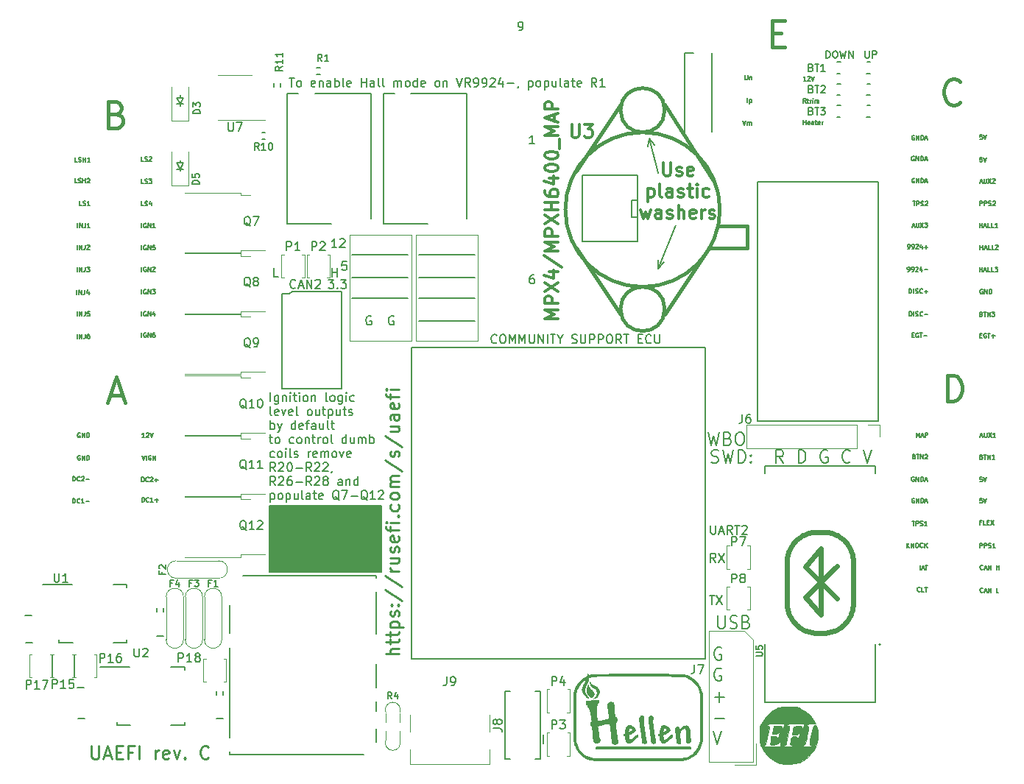
<source format=gto>
G04 #@! TF.GenerationSoftware,KiCad,Pcbnew,8.0.6-8.0.6-0~ubuntu22.04.1*
G04 #@! TF.CreationDate,2024-10-18T13:26:58+00:00*
G04 #@! TF.ProjectId,uefi2,75656669-322e-46b6-9963-61645f706362,C*
G04 #@! TF.SameCoordinates,PX2fb21b8PY98952e8*
G04 #@! TF.FileFunction,Legend,Top*
G04 #@! TF.FilePolarity,Positive*
%FSLAX46Y46*%
G04 Gerber Fmt 4.6, Leading zero omitted, Abs format (unit mm)*
G04 Created by KiCad (PCBNEW 8.0.6-8.0.6-0~ubuntu22.04.1) date 2024-10-18 13:26:58*
%MOMM*%
%LPD*%
G01*
G04 APERTURE LIST*
%ADD10C,0.150000*%
%ADD11C,0.127000*%
%ADD12C,0.450000*%
%ADD13C,0.200000*%
%ADD14C,0.170000*%
%ADD15C,0.250000*%
%ADD16C,0.304800*%
%ADD17C,0.120000*%
%ADD18C,0.203200*%
%ADD19C,0.000000*%
%ADD20C,0.631031*%
%ADD21C,0.099060*%
%ADD22C,0.002540*%
%ADD23C,0.381000*%
G04 APERTURE END LIST*
D10*
X46487400Y53794600D02*
X52887400Y53794600D01*
X46487400Y51194600D02*
X52887400Y51194600D01*
X38787400Y58794600D02*
X45187400Y58794600D01*
X29257400Y29927035D02*
X42173415Y29927035D01*
X42173415Y22352165D01*
X29257400Y22352165D01*
X29257400Y29927035D01*
G36*
X29257400Y29927035D02*
G01*
X42173415Y29927035D01*
X42173415Y22352165D01*
X29257400Y22352165D01*
X29257400Y29927035D01*
G37*
X46487400Y56194600D02*
X52887400Y56194600D01*
X38787400Y53794600D02*
X45187400Y53794600D01*
X46487400Y58794600D02*
X52887400Y58794600D01*
X38787400Y56194600D02*
X45187400Y56194600D01*
D11*
X102867419Y51737920D02*
X102867419Y52245920D01*
X102867419Y52245920D02*
X102988371Y52245920D01*
X102988371Y52245920D02*
X103060943Y52221730D01*
X103060943Y52221730D02*
X103109324Y52173349D01*
X103109324Y52173349D02*
X103133514Y52124968D01*
X103133514Y52124968D02*
X103157705Y52028206D01*
X103157705Y52028206D02*
X103157705Y51955634D01*
X103157705Y51955634D02*
X103133514Y51858872D01*
X103133514Y51858872D02*
X103109324Y51810491D01*
X103109324Y51810491D02*
X103060943Y51762110D01*
X103060943Y51762110D02*
X102988371Y51737920D01*
X102988371Y51737920D02*
X102867419Y51737920D01*
X103375419Y51737920D02*
X103375419Y52245920D01*
X103593133Y51762110D02*
X103665705Y51737920D01*
X103665705Y51737920D02*
X103786657Y51737920D01*
X103786657Y51737920D02*
X103835038Y51762110D01*
X103835038Y51762110D02*
X103859229Y51786301D01*
X103859229Y51786301D02*
X103883419Y51834682D01*
X103883419Y51834682D02*
X103883419Y51883063D01*
X103883419Y51883063D02*
X103859229Y51931444D01*
X103859229Y51931444D02*
X103835038Y51955634D01*
X103835038Y51955634D02*
X103786657Y51979825D01*
X103786657Y51979825D02*
X103689895Y52004015D01*
X103689895Y52004015D02*
X103641514Y52028206D01*
X103641514Y52028206D02*
X103617324Y52052396D01*
X103617324Y52052396D02*
X103593133Y52100777D01*
X103593133Y52100777D02*
X103593133Y52149158D01*
X103593133Y52149158D02*
X103617324Y52197539D01*
X103617324Y52197539D02*
X103641514Y52221730D01*
X103641514Y52221730D02*
X103689895Y52245920D01*
X103689895Y52245920D02*
X103810848Y52245920D01*
X103810848Y52245920D02*
X103883419Y52221730D01*
X104391420Y51786301D02*
X104367229Y51762110D01*
X104367229Y51762110D02*
X104294658Y51737920D01*
X104294658Y51737920D02*
X104246277Y51737920D01*
X104246277Y51737920D02*
X104173705Y51762110D01*
X104173705Y51762110D02*
X104125324Y51810491D01*
X104125324Y51810491D02*
X104101134Y51858872D01*
X104101134Y51858872D02*
X104076943Y51955634D01*
X104076943Y51955634D02*
X104076943Y52028206D01*
X104076943Y52028206D02*
X104101134Y52124968D01*
X104101134Y52124968D02*
X104125324Y52173349D01*
X104125324Y52173349D02*
X104173705Y52221730D01*
X104173705Y52221730D02*
X104246277Y52245920D01*
X104246277Y52245920D02*
X104294658Y52245920D01*
X104294658Y52245920D02*
X104367229Y52221730D01*
X104367229Y52221730D02*
X104391420Y52197539D01*
X104609134Y51931444D02*
X104996182Y51931444D01*
D10*
X36501686Y56239781D02*
X36501686Y57239781D01*
X36501686Y56763591D02*
X37073114Y56763591D01*
X37073114Y56239781D02*
X37073114Y57239781D01*
D11*
X90998523Y78816394D02*
X90708237Y78816394D01*
X90853380Y78816394D02*
X90853380Y79324394D01*
X90853380Y79324394D02*
X90804999Y79251823D01*
X90804999Y79251823D02*
X90756618Y79203442D01*
X90756618Y79203442D02*
X90708237Y79179251D01*
X91192047Y79276013D02*
X91216238Y79300204D01*
X91216238Y79300204D02*
X91264619Y79324394D01*
X91264619Y79324394D02*
X91385571Y79324394D01*
X91385571Y79324394D02*
X91433952Y79300204D01*
X91433952Y79300204D02*
X91458143Y79276013D01*
X91458143Y79276013D02*
X91482333Y79227632D01*
X91482333Y79227632D02*
X91482333Y79179251D01*
X91482333Y79179251D02*
X91458143Y79106680D01*
X91458143Y79106680D02*
X91167857Y78816394D01*
X91167857Y78816394D02*
X91482333Y78816394D01*
X91627476Y79324394D02*
X91796810Y78816394D01*
X91796810Y78816394D02*
X91966143Y79324394D01*
D12*
X11691285Y74969972D02*
X12119857Y74827115D01*
X12119857Y74827115D02*
X12262714Y74684258D01*
X12262714Y74684258D02*
X12405571Y74398543D01*
X12405571Y74398543D02*
X12405571Y73969972D01*
X12405571Y73969972D02*
X12262714Y73684258D01*
X12262714Y73684258D02*
X12119857Y73541400D01*
X12119857Y73541400D02*
X11834142Y73398543D01*
X11834142Y73398543D02*
X10691285Y73398543D01*
X10691285Y73398543D02*
X10691285Y76398543D01*
X10691285Y76398543D02*
X11691285Y76398543D01*
X11691285Y76398543D02*
X11977000Y76255686D01*
X11977000Y76255686D02*
X12119857Y76112829D01*
X12119857Y76112829D02*
X12262714Y75827115D01*
X12262714Y75827115D02*
X12262714Y75541400D01*
X12262714Y75541400D02*
X12119857Y75255686D01*
X12119857Y75255686D02*
X11977000Y75112829D01*
X11977000Y75112829D02*
X11691285Y74969972D01*
X11691285Y74969972D02*
X10691285Y74969972D01*
D11*
X7172476Y49174594D02*
X7172476Y49682594D01*
X7414381Y49174594D02*
X7414381Y49682594D01*
X7414381Y49682594D02*
X7704667Y49174594D01*
X7704667Y49174594D02*
X7704667Y49682594D01*
X8091714Y49682594D02*
X8091714Y49319737D01*
X8091714Y49319737D02*
X8067523Y49247165D01*
X8067523Y49247165D02*
X8019142Y49198784D01*
X8019142Y49198784D02*
X7946571Y49174594D01*
X7946571Y49174594D02*
X7898190Y49174594D01*
X8551333Y49682594D02*
X8454571Y49682594D01*
X8454571Y49682594D02*
X8406190Y49658404D01*
X8406190Y49658404D02*
X8382000Y49634213D01*
X8382000Y49634213D02*
X8333619Y49561642D01*
X8333619Y49561642D02*
X8309428Y49464880D01*
X8309428Y49464880D02*
X8309428Y49271356D01*
X8309428Y49271356D02*
X8333619Y49222975D01*
X8333619Y49222975D02*
X8357809Y49198784D01*
X8357809Y49198784D02*
X8406190Y49174594D01*
X8406190Y49174594D02*
X8502952Y49174594D01*
X8502952Y49174594D02*
X8551333Y49198784D01*
X8551333Y49198784D02*
X8575524Y49222975D01*
X8575524Y49222975D02*
X8599714Y49271356D01*
X8599714Y49271356D02*
X8599714Y49392308D01*
X8599714Y49392308D02*
X8575524Y49440689D01*
X8575524Y49440689D02*
X8551333Y49464880D01*
X8551333Y49464880D02*
X8502952Y49489070D01*
X8502952Y49489070D02*
X8406190Y49489070D01*
X8406190Y49489070D02*
X8357809Y49464880D01*
X8357809Y49464880D02*
X8333619Y49440689D01*
X8333619Y49440689D02*
X8309428Y49392308D01*
X14811828Y69570794D02*
X14569923Y69570794D01*
X14569923Y69570794D02*
X14569923Y70078794D01*
X14956970Y69594984D02*
X15029542Y69570794D01*
X15029542Y69570794D02*
X15150494Y69570794D01*
X15150494Y69570794D02*
X15198875Y69594984D01*
X15198875Y69594984D02*
X15223066Y69619175D01*
X15223066Y69619175D02*
X15247256Y69667556D01*
X15247256Y69667556D02*
X15247256Y69715937D01*
X15247256Y69715937D02*
X15223066Y69764318D01*
X15223066Y69764318D02*
X15198875Y69788508D01*
X15198875Y69788508D02*
X15150494Y69812699D01*
X15150494Y69812699D02*
X15053732Y69836889D01*
X15053732Y69836889D02*
X15005351Y69861080D01*
X15005351Y69861080D02*
X14981161Y69885270D01*
X14981161Y69885270D02*
X14956970Y69933651D01*
X14956970Y69933651D02*
X14956970Y69982032D01*
X14956970Y69982032D02*
X14981161Y70030413D01*
X14981161Y70030413D02*
X15005351Y70054604D01*
X15005351Y70054604D02*
X15053732Y70078794D01*
X15053732Y70078794D02*
X15174685Y70078794D01*
X15174685Y70078794D02*
X15247256Y70054604D01*
X15440780Y70030413D02*
X15464971Y70054604D01*
X15464971Y70054604D02*
X15513352Y70078794D01*
X15513352Y70078794D02*
X15634304Y70078794D01*
X15634304Y70078794D02*
X15682685Y70054604D01*
X15682685Y70054604D02*
X15706876Y70030413D01*
X15706876Y70030413D02*
X15731066Y69982032D01*
X15731066Y69982032D02*
X15731066Y69933651D01*
X15731066Y69933651D02*
X15706876Y69861080D01*
X15706876Y69861080D02*
X15416590Y69570794D01*
X15416590Y69570794D02*
X15731066Y69570794D01*
X7121676Y54254594D02*
X7121676Y54762594D01*
X7363581Y54254594D02*
X7363581Y54762594D01*
X7363581Y54762594D02*
X7653867Y54254594D01*
X7653867Y54254594D02*
X7653867Y54762594D01*
X8040914Y54762594D02*
X8040914Y54399737D01*
X8040914Y54399737D02*
X8016723Y54327165D01*
X8016723Y54327165D02*
X7968342Y54278784D01*
X7968342Y54278784D02*
X7895771Y54254594D01*
X7895771Y54254594D02*
X7847390Y54254594D01*
X8500533Y54593261D02*
X8500533Y54254594D01*
X8379581Y54786784D02*
X8258628Y54423927D01*
X8258628Y54423927D02*
X8573105Y54423927D01*
X7154333Y67081594D02*
X6912428Y67081594D01*
X6912428Y67081594D02*
X6912428Y67589594D01*
X7299475Y67105784D02*
X7372047Y67081594D01*
X7372047Y67081594D02*
X7492999Y67081594D01*
X7492999Y67081594D02*
X7541380Y67105784D01*
X7541380Y67105784D02*
X7565571Y67129975D01*
X7565571Y67129975D02*
X7589761Y67178356D01*
X7589761Y67178356D02*
X7589761Y67226737D01*
X7589761Y67226737D02*
X7565571Y67275118D01*
X7565571Y67275118D02*
X7541380Y67299308D01*
X7541380Y67299308D02*
X7492999Y67323499D01*
X7492999Y67323499D02*
X7396237Y67347689D01*
X7396237Y67347689D02*
X7347856Y67371880D01*
X7347856Y67371880D02*
X7323666Y67396070D01*
X7323666Y67396070D02*
X7299475Y67444451D01*
X7299475Y67444451D02*
X7299475Y67492832D01*
X7299475Y67492832D02*
X7323666Y67541213D01*
X7323666Y67541213D02*
X7347856Y67565404D01*
X7347856Y67565404D02*
X7396237Y67589594D01*
X7396237Y67589594D02*
X7517190Y67589594D01*
X7517190Y67589594D02*
X7589761Y67565404D01*
X7807476Y67081594D02*
X7807476Y67589594D01*
X7807476Y67347689D02*
X8097762Y67347689D01*
X8097762Y67081594D02*
X8097762Y67589594D01*
X8315475Y67541213D02*
X8339666Y67565404D01*
X8339666Y67565404D02*
X8388047Y67589594D01*
X8388047Y67589594D02*
X8508999Y67589594D01*
X8508999Y67589594D02*
X8557380Y67565404D01*
X8557380Y67565404D02*
X8581571Y67541213D01*
X8581571Y67541213D02*
X8605761Y67492832D01*
X8605761Y67492832D02*
X8605761Y67444451D01*
X8605761Y67444451D02*
X8581571Y67371880D01*
X8581571Y67371880D02*
X8291285Y67081594D01*
X8291285Y67081594D02*
X8605761Y67081594D01*
X6676571Y32791594D02*
X6676571Y33299594D01*
X6676571Y33299594D02*
X6797523Y33299594D01*
X6797523Y33299594D02*
X6870095Y33275404D01*
X6870095Y33275404D02*
X6918476Y33227023D01*
X6918476Y33227023D02*
X6942666Y33178642D01*
X6942666Y33178642D02*
X6966857Y33081880D01*
X6966857Y33081880D02*
X6966857Y33009308D01*
X6966857Y33009308D02*
X6942666Y32912546D01*
X6942666Y32912546D02*
X6918476Y32864165D01*
X6918476Y32864165D02*
X6870095Y32815784D01*
X6870095Y32815784D02*
X6797523Y32791594D01*
X6797523Y32791594D02*
X6676571Y32791594D01*
X7474857Y32839975D02*
X7450666Y32815784D01*
X7450666Y32815784D02*
X7378095Y32791594D01*
X7378095Y32791594D02*
X7329714Y32791594D01*
X7329714Y32791594D02*
X7257142Y32815784D01*
X7257142Y32815784D02*
X7208761Y32864165D01*
X7208761Y32864165D02*
X7184571Y32912546D01*
X7184571Y32912546D02*
X7160380Y33009308D01*
X7160380Y33009308D02*
X7160380Y33081880D01*
X7160380Y33081880D02*
X7184571Y33178642D01*
X7184571Y33178642D02*
X7208761Y33227023D01*
X7208761Y33227023D02*
X7257142Y33275404D01*
X7257142Y33275404D02*
X7329714Y33299594D01*
X7329714Y33299594D02*
X7378095Y33299594D01*
X7378095Y33299594D02*
X7450666Y33275404D01*
X7450666Y33275404D02*
X7474857Y33251213D01*
X7668380Y33251213D02*
X7692571Y33275404D01*
X7692571Y33275404D02*
X7740952Y33299594D01*
X7740952Y33299594D02*
X7861904Y33299594D01*
X7861904Y33299594D02*
X7910285Y33275404D01*
X7910285Y33275404D02*
X7934476Y33251213D01*
X7934476Y33251213D02*
X7958666Y33202832D01*
X7958666Y33202832D02*
X7958666Y33154451D01*
X7958666Y33154451D02*
X7934476Y33081880D01*
X7934476Y33081880D02*
X7644190Y32791594D01*
X7644190Y32791594D02*
X7958666Y32791594D01*
X8176381Y32985118D02*
X8563429Y32985118D01*
X111256838Y72593394D02*
X111014933Y72593394D01*
X111014933Y72593394D02*
X110990742Y72351489D01*
X110990742Y72351489D02*
X111014933Y72375680D01*
X111014933Y72375680D02*
X111063314Y72399870D01*
X111063314Y72399870D02*
X111184266Y72399870D01*
X111184266Y72399870D02*
X111232647Y72375680D01*
X111232647Y72375680D02*
X111256838Y72351489D01*
X111256838Y72351489D02*
X111281028Y72303108D01*
X111281028Y72303108D02*
X111281028Y72182156D01*
X111281028Y72182156D02*
X111256838Y72133775D01*
X111256838Y72133775D02*
X111232647Y72109584D01*
X111232647Y72109584D02*
X111184266Y72085394D01*
X111184266Y72085394D02*
X111063314Y72085394D01*
X111063314Y72085394D02*
X111014933Y72109584D01*
X111014933Y72109584D02*
X110990742Y72133775D01*
X111426171Y72593394D02*
X111595505Y72085394D01*
X111595505Y72085394D02*
X111764838Y72593394D01*
X110998800Y59410794D02*
X110998800Y59918794D01*
X110998800Y59676889D02*
X111289086Y59676889D01*
X111289086Y59410794D02*
X111289086Y59918794D01*
X111506799Y59555937D02*
X111748704Y59555937D01*
X111458418Y59410794D02*
X111627752Y59918794D01*
X111627752Y59918794D02*
X111797085Y59410794D01*
X112208324Y59410794D02*
X111966419Y59410794D01*
X111966419Y59410794D02*
X111966419Y59918794D01*
X112619562Y59410794D02*
X112377657Y59410794D01*
X112377657Y59410794D02*
X112377657Y59918794D01*
X112764704Y59870413D02*
X112788895Y59894604D01*
X112788895Y59894604D02*
X112837276Y59918794D01*
X112837276Y59918794D02*
X112958228Y59918794D01*
X112958228Y59918794D02*
X113006609Y59894604D01*
X113006609Y59894604D02*
X113030800Y59870413D01*
X113030800Y59870413D02*
X113054990Y59822032D01*
X113054990Y59822032D02*
X113054990Y59773651D01*
X113054990Y59773651D02*
X113030800Y59701080D01*
X113030800Y59701080D02*
X112740514Y59410794D01*
X112740514Y59410794D02*
X113054990Y59410794D01*
X102847019Y54381594D02*
X102847019Y54889594D01*
X102847019Y54889594D02*
X102967971Y54889594D01*
X102967971Y54889594D02*
X103040543Y54865404D01*
X103040543Y54865404D02*
X103088924Y54817023D01*
X103088924Y54817023D02*
X103113114Y54768642D01*
X103113114Y54768642D02*
X103137305Y54671880D01*
X103137305Y54671880D02*
X103137305Y54599308D01*
X103137305Y54599308D02*
X103113114Y54502546D01*
X103113114Y54502546D02*
X103088924Y54454165D01*
X103088924Y54454165D02*
X103040543Y54405784D01*
X103040543Y54405784D02*
X102967971Y54381594D01*
X102967971Y54381594D02*
X102847019Y54381594D01*
X103355019Y54381594D02*
X103355019Y54889594D01*
X103572733Y54405784D02*
X103645305Y54381594D01*
X103645305Y54381594D02*
X103766257Y54381594D01*
X103766257Y54381594D02*
X103814638Y54405784D01*
X103814638Y54405784D02*
X103838829Y54429975D01*
X103838829Y54429975D02*
X103863019Y54478356D01*
X103863019Y54478356D02*
X103863019Y54526737D01*
X103863019Y54526737D02*
X103838829Y54575118D01*
X103838829Y54575118D02*
X103814638Y54599308D01*
X103814638Y54599308D02*
X103766257Y54623499D01*
X103766257Y54623499D02*
X103669495Y54647689D01*
X103669495Y54647689D02*
X103621114Y54671880D01*
X103621114Y54671880D02*
X103596924Y54696070D01*
X103596924Y54696070D02*
X103572733Y54744451D01*
X103572733Y54744451D02*
X103572733Y54792832D01*
X103572733Y54792832D02*
X103596924Y54841213D01*
X103596924Y54841213D02*
X103621114Y54865404D01*
X103621114Y54865404D02*
X103669495Y54889594D01*
X103669495Y54889594D02*
X103790448Y54889594D01*
X103790448Y54889594D02*
X103863019Y54865404D01*
X104371020Y54429975D02*
X104346829Y54405784D01*
X104346829Y54405784D02*
X104274258Y54381594D01*
X104274258Y54381594D02*
X104225877Y54381594D01*
X104225877Y54381594D02*
X104153305Y54405784D01*
X104153305Y54405784D02*
X104104924Y54454165D01*
X104104924Y54454165D02*
X104080734Y54502546D01*
X104080734Y54502546D02*
X104056543Y54599308D01*
X104056543Y54599308D02*
X104056543Y54671880D01*
X104056543Y54671880D02*
X104080734Y54768642D01*
X104080734Y54768642D02*
X104104924Y54817023D01*
X104104924Y54817023D02*
X104153305Y54865404D01*
X104153305Y54865404D02*
X104225877Y54889594D01*
X104225877Y54889594D02*
X104274258Y54889594D01*
X104274258Y54889594D02*
X104346829Y54865404D01*
X104346829Y54865404D02*
X104371020Y54841213D01*
X104588734Y54575118D02*
X104975782Y54575118D01*
X104782258Y54381594D02*
X104782258Y54768642D01*
D13*
X81221749Y13597544D02*
X81088416Y13668973D01*
X81088416Y13668973D02*
X80888416Y13668973D01*
X80888416Y13668973D02*
X80688416Y13597544D01*
X80688416Y13597544D02*
X80555083Y13454687D01*
X80555083Y13454687D02*
X80488416Y13311830D01*
X80488416Y13311830D02*
X80421749Y13026116D01*
X80421749Y13026116D02*
X80421749Y12811830D01*
X80421749Y12811830D02*
X80488416Y12526116D01*
X80488416Y12526116D02*
X80555083Y12383259D01*
X80555083Y12383259D02*
X80688416Y12240401D01*
X80688416Y12240401D02*
X80888416Y12168973D01*
X80888416Y12168973D02*
X81021749Y12168973D01*
X81021749Y12168973D02*
X81221749Y12240401D01*
X81221749Y12240401D02*
X81288416Y12311830D01*
X81288416Y12311830D02*
X81288416Y12811830D01*
X81288416Y12811830D02*
X81021749Y12811830D01*
X81221749Y11182628D02*
X81088416Y11254057D01*
X81088416Y11254057D02*
X80888416Y11254057D01*
X80888416Y11254057D02*
X80688416Y11182628D01*
X80688416Y11182628D02*
X80555083Y11039771D01*
X80555083Y11039771D02*
X80488416Y10896914D01*
X80488416Y10896914D02*
X80421749Y10611200D01*
X80421749Y10611200D02*
X80421749Y10396914D01*
X80421749Y10396914D02*
X80488416Y10111200D01*
X80488416Y10111200D02*
X80555083Y9968343D01*
X80555083Y9968343D02*
X80688416Y9825485D01*
X80688416Y9825485D02*
X80888416Y9754057D01*
X80888416Y9754057D02*
X81021749Y9754057D01*
X81021749Y9754057D02*
X81221749Y9825485D01*
X81221749Y9825485D02*
X81288416Y9896914D01*
X81288416Y9896914D02*
X81288416Y10396914D01*
X81288416Y10396914D02*
X81021749Y10396914D01*
X80488416Y7910569D02*
X81555083Y7910569D01*
X81021749Y7339141D02*
X81021749Y8481998D01*
X80488416Y5495653D02*
X81555083Y5495653D01*
X80288416Y4009309D02*
X80755083Y2509309D01*
X80755083Y2509309D02*
X81221749Y4009309D01*
D11*
X102560362Y25146194D02*
X102560362Y25654194D01*
X102850648Y25146194D02*
X102632933Y25436480D01*
X102850648Y25654194D02*
X102560362Y25363908D01*
X103068362Y25146194D02*
X103068362Y25654194D01*
X103068362Y25654194D02*
X103358648Y25146194D01*
X103358648Y25146194D02*
X103358648Y25654194D01*
X103697314Y25654194D02*
X103794076Y25654194D01*
X103794076Y25654194D02*
X103842457Y25630004D01*
X103842457Y25630004D02*
X103890838Y25581623D01*
X103890838Y25581623D02*
X103915028Y25484861D01*
X103915028Y25484861D02*
X103915028Y25315527D01*
X103915028Y25315527D02*
X103890838Y25218765D01*
X103890838Y25218765D02*
X103842457Y25170384D01*
X103842457Y25170384D02*
X103794076Y25146194D01*
X103794076Y25146194D02*
X103697314Y25146194D01*
X103697314Y25146194D02*
X103648933Y25170384D01*
X103648933Y25170384D02*
X103600552Y25218765D01*
X103600552Y25218765D02*
X103576361Y25315527D01*
X103576361Y25315527D02*
X103576361Y25484861D01*
X103576361Y25484861D02*
X103600552Y25581623D01*
X103600552Y25581623D02*
X103648933Y25630004D01*
X103648933Y25630004D02*
X103697314Y25654194D01*
X104423028Y25194575D02*
X104398837Y25170384D01*
X104398837Y25170384D02*
X104326266Y25146194D01*
X104326266Y25146194D02*
X104277885Y25146194D01*
X104277885Y25146194D02*
X104205313Y25170384D01*
X104205313Y25170384D02*
X104156932Y25218765D01*
X104156932Y25218765D02*
X104132742Y25267146D01*
X104132742Y25267146D02*
X104108551Y25363908D01*
X104108551Y25363908D02*
X104108551Y25436480D01*
X104108551Y25436480D02*
X104132742Y25533242D01*
X104132742Y25533242D02*
X104156932Y25581623D01*
X104156932Y25581623D02*
X104205313Y25630004D01*
X104205313Y25630004D02*
X104277885Y25654194D01*
X104277885Y25654194D02*
X104326266Y25654194D01*
X104326266Y25654194D02*
X104398837Y25630004D01*
X104398837Y25630004D02*
X104423028Y25605813D01*
X104640742Y25146194D02*
X104640742Y25654194D01*
X104931028Y25146194D02*
X104713313Y25436480D01*
X104931028Y25654194D02*
X104640742Y25363908D01*
D10*
X80024179Y27664641D02*
X80024179Y26855118D01*
X80024179Y26855118D02*
X80071798Y26759880D01*
X80071798Y26759880D02*
X80119417Y26712260D01*
X80119417Y26712260D02*
X80214655Y26664641D01*
X80214655Y26664641D02*
X80405131Y26664641D01*
X80405131Y26664641D02*
X80500369Y26712260D01*
X80500369Y26712260D02*
X80547988Y26759880D01*
X80547988Y26759880D02*
X80595607Y26855118D01*
X80595607Y26855118D02*
X80595607Y27664641D01*
X81024179Y26950356D02*
X81500369Y26950356D01*
X80928941Y26664641D02*
X81262274Y27664641D01*
X81262274Y27664641D02*
X81595607Y26664641D01*
X82500369Y26664641D02*
X82167036Y27140832D01*
X81928941Y26664641D02*
X81928941Y27664641D01*
X81928941Y27664641D02*
X82309893Y27664641D01*
X82309893Y27664641D02*
X82405131Y27617022D01*
X82405131Y27617022D02*
X82452750Y27569403D01*
X82452750Y27569403D02*
X82500369Y27474165D01*
X82500369Y27474165D02*
X82500369Y27331308D01*
X82500369Y27331308D02*
X82452750Y27236070D01*
X82452750Y27236070D02*
X82405131Y27188451D01*
X82405131Y27188451D02*
X82309893Y27140832D01*
X82309893Y27140832D02*
X81928941Y27140832D01*
X82786084Y27664641D02*
X83357512Y27664641D01*
X83071798Y26664641D02*
X83071798Y27664641D01*
X83643227Y27569403D02*
X83690846Y27617022D01*
X83690846Y27617022D02*
X83786084Y27664641D01*
X83786084Y27664641D02*
X84024179Y27664641D01*
X84024179Y27664641D02*
X84119417Y27617022D01*
X84119417Y27617022D02*
X84167036Y27569403D01*
X84167036Y27569403D02*
X84214655Y27474165D01*
X84214655Y27474165D02*
X84214655Y27378927D01*
X84214655Y27378927D02*
X84167036Y27236070D01*
X84167036Y27236070D02*
X83595608Y26664641D01*
X83595608Y26664641D02*
X84214655Y26664641D01*
X80595607Y23444753D02*
X80262274Y23920944D01*
X80024179Y23444753D02*
X80024179Y24444753D01*
X80024179Y24444753D02*
X80405131Y24444753D01*
X80405131Y24444753D02*
X80500369Y24397134D01*
X80500369Y24397134D02*
X80547988Y24349515D01*
X80547988Y24349515D02*
X80595607Y24254277D01*
X80595607Y24254277D02*
X80595607Y24111420D01*
X80595607Y24111420D02*
X80547988Y24016182D01*
X80547988Y24016182D02*
X80500369Y23968563D01*
X80500369Y23968563D02*
X80405131Y23920944D01*
X80405131Y23920944D02*
X80024179Y23920944D01*
X80928941Y24444753D02*
X81595607Y23444753D01*
X81595607Y24444753D02*
X80928941Y23444753D01*
X79881322Y19614921D02*
X80452750Y19614921D01*
X80167036Y18614921D02*
X80167036Y19614921D01*
X80690846Y19614921D02*
X81357512Y18614921D01*
X81357512Y19614921D02*
X80690846Y18614921D01*
D12*
X10944316Y42647286D02*
X12372888Y42647286D01*
X10658602Y41790143D02*
X11658602Y44790143D01*
X11658602Y44790143D02*
X12658602Y41790143D01*
D11*
X111232238Y70002594D02*
X110990333Y70002594D01*
X110990333Y70002594D02*
X110966142Y69760689D01*
X110966142Y69760689D02*
X110990333Y69784880D01*
X110990333Y69784880D02*
X111038714Y69809070D01*
X111038714Y69809070D02*
X111159666Y69809070D01*
X111159666Y69809070D02*
X111208047Y69784880D01*
X111208047Y69784880D02*
X111232238Y69760689D01*
X111232238Y69760689D02*
X111256428Y69712308D01*
X111256428Y69712308D02*
X111256428Y69591356D01*
X111256428Y69591356D02*
X111232238Y69542975D01*
X111232238Y69542975D02*
X111208047Y69518784D01*
X111208047Y69518784D02*
X111159666Y69494594D01*
X111159666Y69494594D02*
X111038714Y69494594D01*
X111038714Y69494594D02*
X110990333Y69518784D01*
X110990333Y69518784D02*
X110966142Y69542975D01*
X111401571Y70002594D02*
X111570905Y69494594D01*
X111570905Y69494594D02*
X111740238Y70002594D01*
X111145561Y51980689D02*
X111218133Y51956499D01*
X111218133Y51956499D02*
X111242323Y51932308D01*
X111242323Y51932308D02*
X111266514Y51883927D01*
X111266514Y51883927D02*
X111266514Y51811356D01*
X111266514Y51811356D02*
X111242323Y51762975D01*
X111242323Y51762975D02*
X111218133Y51738784D01*
X111218133Y51738784D02*
X111169752Y51714594D01*
X111169752Y51714594D02*
X110976228Y51714594D01*
X110976228Y51714594D02*
X110976228Y52222594D01*
X110976228Y52222594D02*
X111145561Y52222594D01*
X111145561Y52222594D02*
X111193942Y52198404D01*
X111193942Y52198404D02*
X111218133Y52174213D01*
X111218133Y52174213D02*
X111242323Y52125832D01*
X111242323Y52125832D02*
X111242323Y52077451D01*
X111242323Y52077451D02*
X111218133Y52029070D01*
X111218133Y52029070D02*
X111193942Y52004880D01*
X111193942Y52004880D02*
X111145561Y51980689D01*
X111145561Y51980689D02*
X110976228Y51980689D01*
X111411656Y52222594D02*
X111701942Y52222594D01*
X111556799Y51714594D02*
X111556799Y52222594D01*
X111871276Y51714594D02*
X111871276Y52222594D01*
X111871276Y52222594D02*
X112161562Y51714594D01*
X112161562Y51714594D02*
X112161562Y52222594D01*
X112355085Y52222594D02*
X112669561Y52222594D01*
X112669561Y52222594D02*
X112500228Y52029070D01*
X112500228Y52029070D02*
X112572799Y52029070D01*
X112572799Y52029070D02*
X112621180Y52004880D01*
X112621180Y52004880D02*
X112645371Y51980689D01*
X112645371Y51980689D02*
X112669561Y51932308D01*
X112669561Y51932308D02*
X112669561Y51811356D01*
X112669561Y51811356D02*
X112645371Y51762975D01*
X112645371Y51762975D02*
X112621180Y51738784D01*
X112621180Y51738784D02*
X112572799Y51714594D01*
X112572799Y51714594D02*
X112427656Y51714594D01*
X112427656Y51714594D02*
X112379275Y51738784D01*
X112379275Y51738784D02*
X112355085Y51762975D01*
X110990742Y67175937D02*
X111232647Y67175937D01*
X110942361Y67030794D02*
X111111695Y67538794D01*
X111111695Y67538794D02*
X111281028Y67030794D01*
X111450362Y67538794D02*
X111450362Y67127556D01*
X111450362Y67127556D02*
X111474552Y67079175D01*
X111474552Y67079175D02*
X111498743Y67054984D01*
X111498743Y67054984D02*
X111547124Y67030794D01*
X111547124Y67030794D02*
X111643886Y67030794D01*
X111643886Y67030794D02*
X111692267Y67054984D01*
X111692267Y67054984D02*
X111716457Y67079175D01*
X111716457Y67079175D02*
X111740648Y67127556D01*
X111740648Y67127556D02*
X111740648Y67538794D01*
X111934171Y67538794D02*
X112272838Y67030794D01*
X112272838Y67538794D02*
X111934171Y67030794D01*
X112442171Y67490413D02*
X112466362Y67514604D01*
X112466362Y67514604D02*
X112514743Y67538794D01*
X112514743Y67538794D02*
X112635695Y67538794D01*
X112635695Y67538794D02*
X112684076Y67514604D01*
X112684076Y67514604D02*
X112708267Y67490413D01*
X112708267Y67490413D02*
X112732457Y67442032D01*
X112732457Y67442032D02*
X112732457Y67393651D01*
X112732457Y67393651D02*
X112708267Y67321080D01*
X112708267Y67321080D02*
X112417981Y67030794D01*
X112417981Y67030794D02*
X112732457Y67030794D01*
D10*
X36039781Y55939781D02*
X36658828Y55939781D01*
X36658828Y55939781D02*
X36325495Y55558829D01*
X36325495Y55558829D02*
X36468352Y55558829D01*
X36468352Y55558829D02*
X36563590Y55511210D01*
X36563590Y55511210D02*
X36611209Y55463591D01*
X36611209Y55463591D02*
X36658828Y55368353D01*
X36658828Y55368353D02*
X36658828Y55130258D01*
X36658828Y55130258D02*
X36611209Y55035020D01*
X36611209Y55035020D02*
X36563590Y54987400D01*
X36563590Y54987400D02*
X36468352Y54939781D01*
X36468352Y54939781D02*
X36182638Y54939781D01*
X36182638Y54939781D02*
X36087400Y54987400D01*
X36087400Y54987400D02*
X36039781Y55035020D01*
X37087400Y55035020D02*
X37135019Y54987400D01*
X37135019Y54987400D02*
X37087400Y54939781D01*
X37087400Y54939781D02*
X37039781Y54987400D01*
X37039781Y54987400D02*
X37087400Y55035020D01*
X37087400Y55035020D02*
X37087400Y54939781D01*
X37468352Y55939781D02*
X38087399Y55939781D01*
X38087399Y55939781D02*
X37754066Y55558829D01*
X37754066Y55558829D02*
X37896923Y55558829D01*
X37896923Y55558829D02*
X37992161Y55511210D01*
X37992161Y55511210D02*
X38039780Y55463591D01*
X38039780Y55463591D02*
X38087399Y55368353D01*
X38087399Y55368353D02*
X38087399Y55130258D01*
X38087399Y55130258D02*
X38039780Y55035020D01*
X38039780Y55035020D02*
X37992161Y54987400D01*
X37992161Y54987400D02*
X37896923Y54939781D01*
X37896923Y54939781D02*
X37611209Y54939781D01*
X37611209Y54939781D02*
X37515971Y54987400D01*
X37515971Y54987400D02*
X37468352Y55035020D01*
D11*
X103180846Y28168794D02*
X103471132Y28168794D01*
X103325989Y27660794D02*
X103325989Y28168794D01*
X103640466Y27660794D02*
X103640466Y28168794D01*
X103640466Y28168794D02*
X103833990Y28168794D01*
X103833990Y28168794D02*
X103882371Y28144604D01*
X103882371Y28144604D02*
X103906561Y28120413D01*
X103906561Y28120413D02*
X103930752Y28072032D01*
X103930752Y28072032D02*
X103930752Y27999461D01*
X103930752Y27999461D02*
X103906561Y27951080D01*
X103906561Y27951080D02*
X103882371Y27926889D01*
X103882371Y27926889D02*
X103833990Y27902699D01*
X103833990Y27902699D02*
X103640466Y27902699D01*
X104124275Y27684984D02*
X104196847Y27660794D01*
X104196847Y27660794D02*
X104317799Y27660794D01*
X104317799Y27660794D02*
X104366180Y27684984D01*
X104366180Y27684984D02*
X104390371Y27709175D01*
X104390371Y27709175D02*
X104414561Y27757556D01*
X104414561Y27757556D02*
X104414561Y27805937D01*
X104414561Y27805937D02*
X104390371Y27854318D01*
X104390371Y27854318D02*
X104366180Y27878508D01*
X104366180Y27878508D02*
X104317799Y27902699D01*
X104317799Y27902699D02*
X104221037Y27926889D01*
X104221037Y27926889D02*
X104172656Y27951080D01*
X104172656Y27951080D02*
X104148466Y27975270D01*
X104148466Y27975270D02*
X104124275Y28023651D01*
X104124275Y28023651D02*
X104124275Y28072032D01*
X104124275Y28072032D02*
X104148466Y28120413D01*
X104148466Y28120413D02*
X104172656Y28144604D01*
X104172656Y28144604D02*
X104221037Y28168794D01*
X104221037Y28168794D02*
X104341990Y28168794D01*
X104341990Y28168794D02*
X104414561Y28144604D01*
X104898371Y27660794D02*
X104608085Y27660794D01*
X104753228Y27660794D02*
X104753228Y28168794D01*
X104753228Y28168794D02*
X104704847Y28096223D01*
X104704847Y28096223D02*
X104656466Y28047842D01*
X104656466Y28047842D02*
X104608085Y28023651D01*
D14*
X97788859Y82240192D02*
X97788859Y81576382D01*
X97788859Y81576382D02*
X97827906Y81498287D01*
X97827906Y81498287D02*
X97866954Y81459239D01*
X97866954Y81459239D02*
X97945049Y81420192D01*
X97945049Y81420192D02*
X98101240Y81420192D01*
X98101240Y81420192D02*
X98179335Y81459239D01*
X98179335Y81459239D02*
X98218382Y81498287D01*
X98218382Y81498287D02*
X98257430Y81576382D01*
X98257430Y81576382D02*
X98257430Y82240192D01*
X98647907Y81420192D02*
X98647907Y82240192D01*
X98647907Y82240192D02*
X98960288Y82240192D01*
X98960288Y82240192D02*
X99038383Y82201144D01*
X99038383Y82201144D02*
X99077430Y82162097D01*
X99077430Y82162097D02*
X99116478Y82084001D01*
X99116478Y82084001D02*
X99116478Y81966859D01*
X99116478Y81966859D02*
X99077430Y81888763D01*
X99077430Y81888763D02*
X99038383Y81849716D01*
X99038383Y81849716D02*
X98960288Y81810668D01*
X98960288Y81810668D02*
X98647907Y81810668D01*
D10*
X38125495Y58039781D02*
X37649305Y58039781D01*
X37649305Y58039781D02*
X37601686Y57563591D01*
X37601686Y57563591D02*
X37649305Y57611210D01*
X37649305Y57611210D02*
X37744543Y57658829D01*
X37744543Y57658829D02*
X37982638Y57658829D01*
X37982638Y57658829D02*
X38077876Y57611210D01*
X38077876Y57611210D02*
X38125495Y57563591D01*
X38125495Y57563591D02*
X38173114Y57468353D01*
X38173114Y57468353D02*
X38173114Y57230258D01*
X38173114Y57230258D02*
X38125495Y57135020D01*
X38125495Y57135020D02*
X38077876Y57087400D01*
X38077876Y57087400D02*
X37982638Y57039781D01*
X37982638Y57039781D02*
X37744543Y57039781D01*
X37744543Y57039781D02*
X37649305Y57087400D01*
X37649305Y57087400D02*
X37601686Y57135020D01*
D11*
X103193742Y62121337D02*
X103435647Y62121337D01*
X103145361Y61976194D02*
X103314695Y62484194D01*
X103314695Y62484194D02*
X103484028Y61976194D01*
X103653362Y62484194D02*
X103653362Y62072956D01*
X103653362Y62072956D02*
X103677552Y62024575D01*
X103677552Y62024575D02*
X103701743Y62000384D01*
X103701743Y62000384D02*
X103750124Y61976194D01*
X103750124Y61976194D02*
X103846886Y61976194D01*
X103846886Y61976194D02*
X103895267Y62000384D01*
X103895267Y62000384D02*
X103919457Y62024575D01*
X103919457Y62024575D02*
X103943648Y62072956D01*
X103943648Y62072956D02*
X103943648Y62484194D01*
X104137171Y62484194D02*
X104475838Y61976194D01*
X104475838Y62484194D02*
X104137171Y61976194D01*
X104620981Y62484194D02*
X104935457Y62484194D01*
X104935457Y62484194D02*
X104766124Y62290670D01*
X104766124Y62290670D02*
X104838695Y62290670D01*
X104838695Y62290670D02*
X104887076Y62266480D01*
X104887076Y62266480D02*
X104911267Y62242289D01*
X104911267Y62242289D02*
X104935457Y62193908D01*
X104935457Y62193908D02*
X104935457Y62072956D01*
X104935457Y62072956D02*
X104911267Y62024575D01*
X104911267Y62024575D02*
X104887076Y62000384D01*
X104887076Y62000384D02*
X104838695Y61976194D01*
X104838695Y61976194D02*
X104693552Y61976194D01*
X104693552Y61976194D02*
X104645171Y62000384D01*
X104645171Y62000384D02*
X104620981Y62024575D01*
D14*
X91562192Y80349716D02*
X91679335Y80310668D01*
X91679335Y80310668D02*
X91718382Y80271620D01*
X91718382Y80271620D02*
X91757430Y80193525D01*
X91757430Y80193525D02*
X91757430Y80076382D01*
X91757430Y80076382D02*
X91718382Y79998287D01*
X91718382Y79998287D02*
X91679335Y79959239D01*
X91679335Y79959239D02*
X91601240Y79920192D01*
X91601240Y79920192D02*
X91288859Y79920192D01*
X91288859Y79920192D02*
X91288859Y80740192D01*
X91288859Y80740192D02*
X91562192Y80740192D01*
X91562192Y80740192D02*
X91640287Y80701144D01*
X91640287Y80701144D02*
X91679335Y80662097D01*
X91679335Y80662097D02*
X91718382Y80584001D01*
X91718382Y80584001D02*
X91718382Y80505906D01*
X91718382Y80505906D02*
X91679335Y80427811D01*
X91679335Y80427811D02*
X91640287Y80388763D01*
X91640287Y80388763D02*
X91562192Y80349716D01*
X91562192Y80349716D02*
X91288859Y80349716D01*
X91991716Y80740192D02*
X92460287Y80740192D01*
X92226001Y79920192D02*
X92226001Y80740192D01*
X93163144Y79920192D02*
X92694573Y79920192D01*
X92928859Y79920192D02*
X92928859Y80740192D01*
X92928859Y80740192D02*
X92850763Y80623049D01*
X92850763Y80623049D02*
X92772668Y80544954D01*
X92772668Y80544954D02*
X92694573Y80505906D01*
D11*
X90962238Y76250994D02*
X90792904Y76492899D01*
X90671952Y76250994D02*
X90671952Y76758994D01*
X90671952Y76758994D02*
X90865476Y76758994D01*
X90865476Y76758994D02*
X90913857Y76734804D01*
X90913857Y76734804D02*
X90938047Y76710613D01*
X90938047Y76710613D02*
X90962238Y76662232D01*
X90962238Y76662232D02*
X90962238Y76589661D01*
X90962238Y76589661D02*
X90938047Y76541280D01*
X90938047Y76541280D02*
X90913857Y76517089D01*
X90913857Y76517089D02*
X90865476Y76492899D01*
X90865476Y76492899D02*
X90671952Y76492899D01*
X91107380Y76589661D02*
X91300904Y76589661D01*
X91179952Y76758994D02*
X91179952Y76323565D01*
X91179952Y76323565D02*
X91204142Y76275184D01*
X91204142Y76275184D02*
X91252523Y76250994D01*
X91252523Y76250994D02*
X91300904Y76250994D01*
X91470238Y76250994D02*
X91470238Y76589661D01*
X91470238Y76492899D02*
X91494428Y76541280D01*
X91494428Y76541280D02*
X91518619Y76565470D01*
X91518619Y76565470D02*
X91567000Y76589661D01*
X91567000Y76589661D02*
X91615381Y76589661D01*
X91784714Y76250994D02*
X91784714Y76589661D01*
X91784714Y76758994D02*
X91760523Y76734804D01*
X91760523Y76734804D02*
X91784714Y76710613D01*
X91784714Y76710613D02*
X91808904Y76734804D01*
X91808904Y76734804D02*
X91784714Y76758994D01*
X91784714Y76758994D02*
X91784714Y76710613D01*
X92026619Y76250994D02*
X92026619Y76589661D01*
X92026619Y76541280D02*
X92050809Y76565470D01*
X92050809Y76565470D02*
X92099190Y76589661D01*
X92099190Y76589661D02*
X92171762Y76589661D01*
X92171762Y76589661D02*
X92220143Y76565470D01*
X92220143Y76565470D02*
X92244333Y76517089D01*
X92244333Y76517089D02*
X92244333Y76250994D01*
X92244333Y76517089D02*
X92268524Y76565470D01*
X92268524Y76565470D02*
X92316905Y76589661D01*
X92316905Y76589661D02*
X92389476Y76589661D01*
X92389476Y76589661D02*
X92437857Y76565470D01*
X92437857Y76565470D02*
X92462047Y76517089D01*
X92462047Y76517089D02*
X92462047Y76250994D01*
X7486952Y38279204D02*
X7438571Y38303394D01*
X7438571Y38303394D02*
X7366000Y38303394D01*
X7366000Y38303394D02*
X7293428Y38279204D01*
X7293428Y38279204D02*
X7245047Y38230823D01*
X7245047Y38230823D02*
X7220857Y38182442D01*
X7220857Y38182442D02*
X7196666Y38085680D01*
X7196666Y38085680D02*
X7196666Y38013108D01*
X7196666Y38013108D02*
X7220857Y37916346D01*
X7220857Y37916346D02*
X7245047Y37867965D01*
X7245047Y37867965D02*
X7293428Y37819584D01*
X7293428Y37819584D02*
X7366000Y37795394D01*
X7366000Y37795394D02*
X7414381Y37795394D01*
X7414381Y37795394D02*
X7486952Y37819584D01*
X7486952Y37819584D02*
X7511143Y37843775D01*
X7511143Y37843775D02*
X7511143Y38013108D01*
X7511143Y38013108D02*
X7414381Y38013108D01*
X7728857Y37795394D02*
X7728857Y38303394D01*
X7728857Y38303394D02*
X8019143Y37795394D01*
X8019143Y37795394D02*
X8019143Y38303394D01*
X8261047Y37795394D02*
X8261047Y38303394D01*
X8261047Y38303394D02*
X8381999Y38303394D01*
X8381999Y38303394D02*
X8454571Y38279204D01*
X8454571Y38279204D02*
X8502952Y38230823D01*
X8502952Y38230823D02*
X8527142Y38182442D01*
X8527142Y38182442D02*
X8551333Y38085680D01*
X8551333Y38085680D02*
X8551333Y38013108D01*
X8551333Y38013108D02*
X8527142Y37916346D01*
X8527142Y37916346D02*
X8502952Y37867965D01*
X8502952Y37867965D02*
X8454571Y37819584D01*
X8454571Y37819584D02*
X8381999Y37795394D01*
X8381999Y37795394D02*
X8261047Y37795394D01*
X111041542Y37965937D02*
X111283447Y37965937D01*
X110993161Y37820794D02*
X111162495Y38328794D01*
X111162495Y38328794D02*
X111331828Y37820794D01*
X111501162Y38328794D02*
X111501162Y37917556D01*
X111501162Y37917556D02*
X111525352Y37869175D01*
X111525352Y37869175D02*
X111549543Y37844984D01*
X111549543Y37844984D02*
X111597924Y37820794D01*
X111597924Y37820794D02*
X111694686Y37820794D01*
X111694686Y37820794D02*
X111743067Y37844984D01*
X111743067Y37844984D02*
X111767257Y37869175D01*
X111767257Y37869175D02*
X111791448Y37917556D01*
X111791448Y37917556D02*
X111791448Y38328794D01*
X111984971Y38328794D02*
X112323638Y37820794D01*
X112323638Y38328794D02*
X111984971Y37820794D01*
X112783257Y37820794D02*
X112492971Y37820794D01*
X112638114Y37820794D02*
X112638114Y38328794D01*
X112638114Y38328794D02*
X112589733Y38256223D01*
X112589733Y38256223D02*
X112541352Y38207842D01*
X112541352Y38207842D02*
X112492971Y38183651D01*
D10*
X36996923Y59639781D02*
X36425495Y59639781D01*
X36711209Y59639781D02*
X36711209Y60639781D01*
X36711209Y60639781D02*
X36615971Y60496924D01*
X36615971Y60496924D02*
X36520733Y60401686D01*
X36520733Y60401686D02*
X36425495Y60354067D01*
X37377876Y60544543D02*
X37425495Y60592162D01*
X37425495Y60592162D02*
X37520733Y60639781D01*
X37520733Y60639781D02*
X37758828Y60639781D01*
X37758828Y60639781D02*
X37854066Y60592162D01*
X37854066Y60592162D02*
X37901685Y60544543D01*
X37901685Y60544543D02*
X37949304Y60449305D01*
X37949304Y60449305D02*
X37949304Y60354067D01*
X37949304Y60354067D02*
X37901685Y60211210D01*
X37901685Y60211210D02*
X37330257Y59639781D01*
X37330257Y59639781D02*
X37949304Y59639781D01*
D11*
X14900123Y37795394D02*
X14609837Y37795394D01*
X14754980Y37795394D02*
X14754980Y38303394D01*
X14754980Y38303394D02*
X14706599Y38230823D01*
X14706599Y38230823D02*
X14658218Y38182442D01*
X14658218Y38182442D02*
X14609837Y38158251D01*
X15093647Y38255013D02*
X15117838Y38279204D01*
X15117838Y38279204D02*
X15166219Y38303394D01*
X15166219Y38303394D02*
X15287171Y38303394D01*
X15287171Y38303394D02*
X15335552Y38279204D01*
X15335552Y38279204D02*
X15359743Y38255013D01*
X15359743Y38255013D02*
X15383933Y38206632D01*
X15383933Y38206632D02*
X15383933Y38158251D01*
X15383933Y38158251D02*
X15359743Y38085680D01*
X15359743Y38085680D02*
X15069457Y37795394D01*
X15069457Y37795394D02*
X15383933Y37795394D01*
X15529076Y38303394D02*
X15698410Y37795394D01*
X15698410Y37795394D02*
X15867743Y38303394D01*
X7147076Y56870794D02*
X7147076Y57378794D01*
X7388981Y56870794D02*
X7388981Y57378794D01*
X7388981Y57378794D02*
X7679267Y56870794D01*
X7679267Y56870794D02*
X7679267Y57378794D01*
X8066314Y57378794D02*
X8066314Y57015937D01*
X8066314Y57015937D02*
X8042123Y56943365D01*
X8042123Y56943365D02*
X7993742Y56894984D01*
X7993742Y56894984D02*
X7921171Y56870794D01*
X7921171Y56870794D02*
X7872790Y56870794D01*
X8259838Y57378794D02*
X8574314Y57378794D01*
X8574314Y57378794D02*
X8404981Y57185270D01*
X8404981Y57185270D02*
X8477552Y57185270D01*
X8477552Y57185270D02*
X8525933Y57161080D01*
X8525933Y57161080D02*
X8550124Y57136889D01*
X8550124Y57136889D02*
X8574314Y57088508D01*
X8574314Y57088508D02*
X8574314Y56967556D01*
X8574314Y56967556D02*
X8550124Y56919175D01*
X8550124Y56919175D02*
X8525933Y56894984D01*
X8525933Y56894984D02*
X8477552Y56870794D01*
X8477552Y56870794D02*
X8332409Y56870794D01*
X8332409Y56870794D02*
X8284028Y56894984D01*
X8284028Y56894984D02*
X8259838Y56919175D01*
D13*
X80095168Y34920779D02*
X80302311Y34849351D01*
X80302311Y34849351D02*
X80647549Y34849351D01*
X80647549Y34849351D02*
X80785644Y34920779D01*
X80785644Y34920779D02*
X80854692Y34992208D01*
X80854692Y34992208D02*
X80923739Y35135065D01*
X80923739Y35135065D02*
X80923739Y35277922D01*
X80923739Y35277922D02*
X80854692Y35420779D01*
X80854692Y35420779D02*
X80785644Y35492208D01*
X80785644Y35492208D02*
X80647549Y35563637D01*
X80647549Y35563637D02*
X80371358Y35635065D01*
X80371358Y35635065D02*
X80233263Y35706494D01*
X80233263Y35706494D02*
X80164216Y35777922D01*
X80164216Y35777922D02*
X80095168Y35920779D01*
X80095168Y35920779D02*
X80095168Y36063637D01*
X80095168Y36063637D02*
X80164216Y36206494D01*
X80164216Y36206494D02*
X80233263Y36277922D01*
X80233263Y36277922D02*
X80371358Y36349351D01*
X80371358Y36349351D02*
X80716597Y36349351D01*
X80716597Y36349351D02*
X80923739Y36277922D01*
X81407072Y36349351D02*
X81752310Y34849351D01*
X81752310Y34849351D02*
X82028501Y35920779D01*
X82028501Y35920779D02*
X82304691Y34849351D01*
X82304691Y34849351D02*
X82649930Y36349351D01*
X83202311Y34849351D02*
X83202311Y36349351D01*
X83202311Y36349351D02*
X83547549Y36349351D01*
X83547549Y36349351D02*
X83754692Y36277922D01*
X83754692Y36277922D02*
X83892787Y36135065D01*
X83892787Y36135065D02*
X83961834Y35992208D01*
X83961834Y35992208D02*
X84030882Y35706494D01*
X84030882Y35706494D02*
X84030882Y35492208D01*
X84030882Y35492208D02*
X83961834Y35206494D01*
X83961834Y35206494D02*
X83892787Y35063637D01*
X83892787Y35063637D02*
X83754692Y34920779D01*
X83754692Y34920779D02*
X83547549Y34849351D01*
X83547549Y34849351D02*
X83202311Y34849351D01*
X84652311Y34992208D02*
X84721358Y34920779D01*
X84721358Y34920779D02*
X84652311Y34849351D01*
X84652311Y34849351D02*
X84583263Y34920779D01*
X84583263Y34920779D02*
X84652311Y34992208D01*
X84652311Y34992208D02*
X84652311Y34849351D01*
X84652311Y35777922D02*
X84721358Y35706494D01*
X84721358Y35706494D02*
X84652311Y35635065D01*
X84652311Y35635065D02*
X84583263Y35706494D01*
X84583263Y35706494D02*
X84652311Y35777922D01*
X84652311Y35777922D02*
X84652311Y35635065D01*
X88380882Y34849351D02*
X87897549Y35563637D01*
X87552311Y34849351D02*
X87552311Y36349351D01*
X87552311Y36349351D02*
X88104692Y36349351D01*
X88104692Y36349351D02*
X88242787Y36277922D01*
X88242787Y36277922D02*
X88311834Y36206494D01*
X88311834Y36206494D02*
X88380882Y36063637D01*
X88380882Y36063637D02*
X88380882Y35849351D01*
X88380882Y35849351D02*
X88311834Y35706494D01*
X88311834Y35706494D02*
X88242787Y35635065D01*
X88242787Y35635065D02*
X88104692Y35563637D01*
X88104692Y35563637D02*
X87552311Y35563637D01*
X90107073Y34849351D02*
X90107073Y36349351D01*
X90107073Y36349351D02*
X90452311Y36349351D01*
X90452311Y36349351D02*
X90659454Y36277922D01*
X90659454Y36277922D02*
X90797549Y36135065D01*
X90797549Y36135065D02*
X90866596Y35992208D01*
X90866596Y35992208D02*
X90935644Y35706494D01*
X90935644Y35706494D02*
X90935644Y35492208D01*
X90935644Y35492208D02*
X90866596Y35206494D01*
X90866596Y35206494D02*
X90797549Y35063637D01*
X90797549Y35063637D02*
X90659454Y34920779D01*
X90659454Y34920779D02*
X90452311Y34849351D01*
X90452311Y34849351D02*
X90107073Y34849351D01*
X93421358Y36277922D02*
X93283263Y36349351D01*
X93283263Y36349351D02*
X93076120Y36349351D01*
X93076120Y36349351D02*
X92868977Y36277922D01*
X92868977Y36277922D02*
X92730882Y36135065D01*
X92730882Y36135065D02*
X92661835Y35992208D01*
X92661835Y35992208D02*
X92592787Y35706494D01*
X92592787Y35706494D02*
X92592787Y35492208D01*
X92592787Y35492208D02*
X92661835Y35206494D01*
X92661835Y35206494D02*
X92730882Y35063637D01*
X92730882Y35063637D02*
X92868977Y34920779D01*
X92868977Y34920779D02*
X93076120Y34849351D01*
X93076120Y34849351D02*
X93214216Y34849351D01*
X93214216Y34849351D02*
X93421358Y34920779D01*
X93421358Y34920779D02*
X93490406Y34992208D01*
X93490406Y34992208D02*
X93490406Y35492208D01*
X93490406Y35492208D02*
X93214216Y35492208D01*
X96045168Y34992208D02*
X95976120Y34920779D01*
X95976120Y34920779D02*
X95768978Y34849351D01*
X95768978Y34849351D02*
X95630882Y34849351D01*
X95630882Y34849351D02*
X95423739Y34920779D01*
X95423739Y34920779D02*
X95285644Y35063637D01*
X95285644Y35063637D02*
X95216597Y35206494D01*
X95216597Y35206494D02*
X95147549Y35492208D01*
X95147549Y35492208D02*
X95147549Y35706494D01*
X95147549Y35706494D02*
X95216597Y35992208D01*
X95216597Y35992208D02*
X95285644Y36135065D01*
X95285644Y36135065D02*
X95423739Y36277922D01*
X95423739Y36277922D02*
X95630882Y36349351D01*
X95630882Y36349351D02*
X95768978Y36349351D01*
X95768978Y36349351D02*
X95976120Y36277922D01*
X95976120Y36277922D02*
X96045168Y36206494D01*
X97564216Y36349351D02*
X98047549Y34849351D01*
X98047549Y34849351D02*
X98530882Y36349351D01*
D11*
X14632818Y35712594D02*
X14802152Y35204594D01*
X14802152Y35204594D02*
X14971485Y35712594D01*
X15140819Y35204594D02*
X15140819Y35712594D01*
X15648819Y35688404D02*
X15600438Y35712594D01*
X15600438Y35712594D02*
X15527867Y35712594D01*
X15527867Y35712594D02*
X15455295Y35688404D01*
X15455295Y35688404D02*
X15406914Y35640023D01*
X15406914Y35640023D02*
X15382724Y35591642D01*
X15382724Y35591642D02*
X15358533Y35494880D01*
X15358533Y35494880D02*
X15358533Y35422308D01*
X15358533Y35422308D02*
X15382724Y35325546D01*
X15382724Y35325546D02*
X15406914Y35277165D01*
X15406914Y35277165D02*
X15455295Y35228784D01*
X15455295Y35228784D02*
X15527867Y35204594D01*
X15527867Y35204594D02*
X15576248Y35204594D01*
X15576248Y35204594D02*
X15648819Y35228784D01*
X15648819Y35228784D02*
X15673010Y35252975D01*
X15673010Y35252975D02*
X15673010Y35422308D01*
X15673010Y35422308D02*
X15576248Y35422308D01*
X15890724Y35204594D02*
X15890724Y35712594D01*
X15890724Y35712594D02*
X16181010Y35204594D01*
X16181010Y35204594D02*
X16181010Y35712594D01*
X111257638Y33197994D02*
X111015733Y33197994D01*
X111015733Y33197994D02*
X110991542Y32956089D01*
X110991542Y32956089D02*
X111015733Y32980280D01*
X111015733Y32980280D02*
X111064114Y33004470D01*
X111064114Y33004470D02*
X111185066Y33004470D01*
X111185066Y33004470D02*
X111233447Y32980280D01*
X111233447Y32980280D02*
X111257638Y32956089D01*
X111257638Y32956089D02*
X111281828Y32907708D01*
X111281828Y32907708D02*
X111281828Y32786756D01*
X111281828Y32786756D02*
X111257638Y32738375D01*
X111257638Y32738375D02*
X111233447Y32714184D01*
X111233447Y32714184D02*
X111185066Y32689994D01*
X111185066Y32689994D02*
X111064114Y32689994D01*
X111064114Y32689994D02*
X111015733Y32714184D01*
X111015733Y32714184D02*
X110991542Y32738375D01*
X111426971Y33197994D02*
X111596305Y32689994D01*
X111596305Y32689994D02*
X111765638Y33197994D01*
X7147076Y59410794D02*
X7147076Y59918794D01*
X7388981Y59410794D02*
X7388981Y59918794D01*
X7388981Y59918794D02*
X7679267Y59410794D01*
X7679267Y59410794D02*
X7679267Y59918794D01*
X8066314Y59918794D02*
X8066314Y59555937D01*
X8066314Y59555937D02*
X8042123Y59483365D01*
X8042123Y59483365D02*
X7993742Y59434984D01*
X7993742Y59434984D02*
X7921171Y59410794D01*
X7921171Y59410794D02*
X7872790Y59410794D01*
X8284028Y59870413D02*
X8308219Y59894604D01*
X8308219Y59894604D02*
X8356600Y59918794D01*
X8356600Y59918794D02*
X8477552Y59918794D01*
X8477552Y59918794D02*
X8525933Y59894604D01*
X8525933Y59894604D02*
X8550124Y59870413D01*
X8550124Y59870413D02*
X8574314Y59822032D01*
X8574314Y59822032D02*
X8574314Y59773651D01*
X8574314Y59773651D02*
X8550124Y59701080D01*
X8550124Y59701080D02*
X8259838Y59410794D01*
X8259838Y59410794D02*
X8574314Y59410794D01*
X104101295Y20114575D02*
X104077104Y20090384D01*
X104077104Y20090384D02*
X104004533Y20066194D01*
X104004533Y20066194D02*
X103956152Y20066194D01*
X103956152Y20066194D02*
X103883580Y20090384D01*
X103883580Y20090384D02*
X103835199Y20138765D01*
X103835199Y20138765D02*
X103811009Y20187146D01*
X103811009Y20187146D02*
X103786818Y20283908D01*
X103786818Y20283908D02*
X103786818Y20356480D01*
X103786818Y20356480D02*
X103811009Y20453242D01*
X103811009Y20453242D02*
X103835199Y20501623D01*
X103835199Y20501623D02*
X103883580Y20550004D01*
X103883580Y20550004D02*
X103956152Y20574194D01*
X103956152Y20574194D02*
X104004533Y20574194D01*
X104004533Y20574194D02*
X104077104Y20550004D01*
X104077104Y20550004D02*
X104101295Y20525813D01*
X104560914Y20066194D02*
X104319009Y20066194D01*
X104319009Y20066194D02*
X104319009Y20574194D01*
X104657675Y20574194D02*
X104947961Y20574194D01*
X104802818Y20066194D02*
X104802818Y20574194D01*
D14*
X93288859Y81420192D02*
X93288859Y82240192D01*
X93288859Y82240192D02*
X93484097Y82240192D01*
X93484097Y82240192D02*
X93601240Y82201144D01*
X93601240Y82201144D02*
X93679335Y82123049D01*
X93679335Y82123049D02*
X93718382Y82044954D01*
X93718382Y82044954D02*
X93757430Y81888763D01*
X93757430Y81888763D02*
X93757430Y81771620D01*
X93757430Y81771620D02*
X93718382Y81615430D01*
X93718382Y81615430D02*
X93679335Y81537335D01*
X93679335Y81537335D02*
X93601240Y81459239D01*
X93601240Y81459239D02*
X93484097Y81420192D01*
X93484097Y81420192D02*
X93288859Y81420192D01*
X94265049Y82240192D02*
X94421240Y82240192D01*
X94421240Y82240192D02*
X94499335Y82201144D01*
X94499335Y82201144D02*
X94577430Y82123049D01*
X94577430Y82123049D02*
X94616478Y81966859D01*
X94616478Y81966859D02*
X94616478Y81693525D01*
X94616478Y81693525D02*
X94577430Y81537335D01*
X94577430Y81537335D02*
X94499335Y81459239D01*
X94499335Y81459239D02*
X94421240Y81420192D01*
X94421240Y81420192D02*
X94265049Y81420192D01*
X94265049Y81420192D02*
X94186954Y81459239D01*
X94186954Y81459239D02*
X94108859Y81537335D01*
X94108859Y81537335D02*
X94069811Y81693525D01*
X94069811Y81693525D02*
X94069811Y81966859D01*
X94069811Y81966859D02*
X94108859Y82123049D01*
X94108859Y82123049D02*
X94186954Y82201144D01*
X94186954Y82201144D02*
X94265049Y82240192D01*
X94889811Y82240192D02*
X95085049Y81420192D01*
X95085049Y81420192D02*
X95241240Y82005906D01*
X95241240Y82005906D02*
X95397430Y81420192D01*
X95397430Y81420192D02*
X95592669Y82240192D01*
X95905050Y81420192D02*
X95905050Y82240192D01*
X95905050Y82240192D02*
X96373621Y81420192D01*
X96373621Y81420192D02*
X96373621Y82240192D01*
D10*
X43549304Y51692162D02*
X43454066Y51739781D01*
X43454066Y51739781D02*
X43311209Y51739781D01*
X43311209Y51739781D02*
X43168352Y51692162D01*
X43168352Y51692162D02*
X43073114Y51596924D01*
X43073114Y51596924D02*
X43025495Y51501686D01*
X43025495Y51501686D02*
X42977876Y51311210D01*
X42977876Y51311210D02*
X42977876Y51168353D01*
X42977876Y51168353D02*
X43025495Y50977877D01*
X43025495Y50977877D02*
X43073114Y50882639D01*
X43073114Y50882639D02*
X43168352Y50787400D01*
X43168352Y50787400D02*
X43311209Y50739781D01*
X43311209Y50739781D02*
X43406447Y50739781D01*
X43406447Y50739781D02*
X43549304Y50787400D01*
X43549304Y50787400D02*
X43596923Y50835020D01*
X43596923Y50835020D02*
X43596923Y51168353D01*
X43596923Y51168353D02*
X43406447Y51168353D01*
X55395607Y48720020D02*
X55347988Y48672400D01*
X55347988Y48672400D02*
X55205131Y48624781D01*
X55205131Y48624781D02*
X55109893Y48624781D01*
X55109893Y48624781D02*
X54967036Y48672400D01*
X54967036Y48672400D02*
X54871798Y48767639D01*
X54871798Y48767639D02*
X54824179Y48862877D01*
X54824179Y48862877D02*
X54776560Y49053353D01*
X54776560Y49053353D02*
X54776560Y49196210D01*
X54776560Y49196210D02*
X54824179Y49386686D01*
X54824179Y49386686D02*
X54871798Y49481924D01*
X54871798Y49481924D02*
X54967036Y49577162D01*
X54967036Y49577162D02*
X55109893Y49624781D01*
X55109893Y49624781D02*
X55205131Y49624781D01*
X55205131Y49624781D02*
X55347988Y49577162D01*
X55347988Y49577162D02*
X55395607Y49529543D01*
X56014655Y49624781D02*
X56205131Y49624781D01*
X56205131Y49624781D02*
X56300369Y49577162D01*
X56300369Y49577162D02*
X56395607Y49481924D01*
X56395607Y49481924D02*
X56443226Y49291448D01*
X56443226Y49291448D02*
X56443226Y48958115D01*
X56443226Y48958115D02*
X56395607Y48767639D01*
X56395607Y48767639D02*
X56300369Y48672400D01*
X56300369Y48672400D02*
X56205131Y48624781D01*
X56205131Y48624781D02*
X56014655Y48624781D01*
X56014655Y48624781D02*
X55919417Y48672400D01*
X55919417Y48672400D02*
X55824179Y48767639D01*
X55824179Y48767639D02*
X55776560Y48958115D01*
X55776560Y48958115D02*
X55776560Y49291448D01*
X55776560Y49291448D02*
X55824179Y49481924D01*
X55824179Y49481924D02*
X55919417Y49577162D01*
X55919417Y49577162D02*
X56014655Y49624781D01*
X56871798Y48624781D02*
X56871798Y49624781D01*
X56871798Y49624781D02*
X57205131Y48910496D01*
X57205131Y48910496D02*
X57538464Y49624781D01*
X57538464Y49624781D02*
X57538464Y48624781D01*
X58014655Y48624781D02*
X58014655Y49624781D01*
X58014655Y49624781D02*
X58347988Y48910496D01*
X58347988Y48910496D02*
X58681321Y49624781D01*
X58681321Y49624781D02*
X58681321Y48624781D01*
X59157512Y49624781D02*
X59157512Y48815258D01*
X59157512Y48815258D02*
X59205131Y48720020D01*
X59205131Y48720020D02*
X59252750Y48672400D01*
X59252750Y48672400D02*
X59347988Y48624781D01*
X59347988Y48624781D02*
X59538464Y48624781D01*
X59538464Y48624781D02*
X59633702Y48672400D01*
X59633702Y48672400D02*
X59681321Y48720020D01*
X59681321Y48720020D02*
X59728940Y48815258D01*
X59728940Y48815258D02*
X59728940Y49624781D01*
X60205131Y48624781D02*
X60205131Y49624781D01*
X60205131Y49624781D02*
X60776559Y48624781D01*
X60776559Y48624781D02*
X60776559Y49624781D01*
X61252750Y48624781D02*
X61252750Y49624781D01*
X61586083Y49624781D02*
X62157511Y49624781D01*
X61871797Y48624781D02*
X61871797Y49624781D01*
X62681321Y49100972D02*
X62681321Y48624781D01*
X62347988Y49624781D02*
X62681321Y49100972D01*
X62681321Y49100972D02*
X63014654Y49624781D01*
X64062274Y48672400D02*
X64205131Y48624781D01*
X64205131Y48624781D02*
X64443226Y48624781D01*
X64443226Y48624781D02*
X64538464Y48672400D01*
X64538464Y48672400D02*
X64586083Y48720020D01*
X64586083Y48720020D02*
X64633702Y48815258D01*
X64633702Y48815258D02*
X64633702Y48910496D01*
X64633702Y48910496D02*
X64586083Y49005734D01*
X64586083Y49005734D02*
X64538464Y49053353D01*
X64538464Y49053353D02*
X64443226Y49100972D01*
X64443226Y49100972D02*
X64252750Y49148591D01*
X64252750Y49148591D02*
X64157512Y49196210D01*
X64157512Y49196210D02*
X64109893Y49243829D01*
X64109893Y49243829D02*
X64062274Y49339067D01*
X64062274Y49339067D02*
X64062274Y49434305D01*
X64062274Y49434305D02*
X64109893Y49529543D01*
X64109893Y49529543D02*
X64157512Y49577162D01*
X64157512Y49577162D02*
X64252750Y49624781D01*
X64252750Y49624781D02*
X64490845Y49624781D01*
X64490845Y49624781D02*
X64633702Y49577162D01*
X65062274Y49624781D02*
X65062274Y48815258D01*
X65062274Y48815258D02*
X65109893Y48720020D01*
X65109893Y48720020D02*
X65157512Y48672400D01*
X65157512Y48672400D02*
X65252750Y48624781D01*
X65252750Y48624781D02*
X65443226Y48624781D01*
X65443226Y48624781D02*
X65538464Y48672400D01*
X65538464Y48672400D02*
X65586083Y48720020D01*
X65586083Y48720020D02*
X65633702Y48815258D01*
X65633702Y48815258D02*
X65633702Y49624781D01*
X66109893Y48624781D02*
X66109893Y49624781D01*
X66109893Y49624781D02*
X66490845Y49624781D01*
X66490845Y49624781D02*
X66586083Y49577162D01*
X66586083Y49577162D02*
X66633702Y49529543D01*
X66633702Y49529543D02*
X66681321Y49434305D01*
X66681321Y49434305D02*
X66681321Y49291448D01*
X66681321Y49291448D02*
X66633702Y49196210D01*
X66633702Y49196210D02*
X66586083Y49148591D01*
X66586083Y49148591D02*
X66490845Y49100972D01*
X66490845Y49100972D02*
X66109893Y49100972D01*
X67109893Y48624781D02*
X67109893Y49624781D01*
X67109893Y49624781D02*
X67490845Y49624781D01*
X67490845Y49624781D02*
X67586083Y49577162D01*
X67586083Y49577162D02*
X67633702Y49529543D01*
X67633702Y49529543D02*
X67681321Y49434305D01*
X67681321Y49434305D02*
X67681321Y49291448D01*
X67681321Y49291448D02*
X67633702Y49196210D01*
X67633702Y49196210D02*
X67586083Y49148591D01*
X67586083Y49148591D02*
X67490845Y49100972D01*
X67490845Y49100972D02*
X67109893Y49100972D01*
X68300369Y49624781D02*
X68490845Y49624781D01*
X68490845Y49624781D02*
X68586083Y49577162D01*
X68586083Y49577162D02*
X68681321Y49481924D01*
X68681321Y49481924D02*
X68728940Y49291448D01*
X68728940Y49291448D02*
X68728940Y48958115D01*
X68728940Y48958115D02*
X68681321Y48767639D01*
X68681321Y48767639D02*
X68586083Y48672400D01*
X68586083Y48672400D02*
X68490845Y48624781D01*
X68490845Y48624781D02*
X68300369Y48624781D01*
X68300369Y48624781D02*
X68205131Y48672400D01*
X68205131Y48672400D02*
X68109893Y48767639D01*
X68109893Y48767639D02*
X68062274Y48958115D01*
X68062274Y48958115D02*
X68062274Y49291448D01*
X68062274Y49291448D02*
X68109893Y49481924D01*
X68109893Y49481924D02*
X68205131Y49577162D01*
X68205131Y49577162D02*
X68300369Y49624781D01*
X69728940Y48624781D02*
X69395607Y49100972D01*
X69157512Y48624781D02*
X69157512Y49624781D01*
X69157512Y49624781D02*
X69538464Y49624781D01*
X69538464Y49624781D02*
X69633702Y49577162D01*
X69633702Y49577162D02*
X69681321Y49529543D01*
X69681321Y49529543D02*
X69728940Y49434305D01*
X69728940Y49434305D02*
X69728940Y49291448D01*
X69728940Y49291448D02*
X69681321Y49196210D01*
X69681321Y49196210D02*
X69633702Y49148591D01*
X69633702Y49148591D02*
X69538464Y49100972D01*
X69538464Y49100972D02*
X69157512Y49100972D01*
X70014655Y49624781D02*
X70586083Y49624781D01*
X70300369Y48624781D02*
X70300369Y49624781D01*
X71681322Y49148591D02*
X72014655Y49148591D01*
X72157512Y48624781D02*
X71681322Y48624781D01*
X71681322Y48624781D02*
X71681322Y49624781D01*
X71681322Y49624781D02*
X72157512Y49624781D01*
X73157512Y48720020D02*
X73109893Y48672400D01*
X73109893Y48672400D02*
X72967036Y48624781D01*
X72967036Y48624781D02*
X72871798Y48624781D01*
X72871798Y48624781D02*
X72728941Y48672400D01*
X72728941Y48672400D02*
X72633703Y48767639D01*
X72633703Y48767639D02*
X72586084Y48862877D01*
X72586084Y48862877D02*
X72538465Y49053353D01*
X72538465Y49053353D02*
X72538465Y49196210D01*
X72538465Y49196210D02*
X72586084Y49386686D01*
X72586084Y49386686D02*
X72633703Y49481924D01*
X72633703Y49481924D02*
X72728941Y49577162D01*
X72728941Y49577162D02*
X72871798Y49624781D01*
X72871798Y49624781D02*
X72967036Y49624781D01*
X72967036Y49624781D02*
X73109893Y49577162D01*
X73109893Y49577162D02*
X73157512Y49529543D01*
X73586084Y49624781D02*
X73586084Y48815258D01*
X73586084Y48815258D02*
X73633703Y48720020D01*
X73633703Y48720020D02*
X73681322Y48672400D01*
X73681322Y48672400D02*
X73776560Y48624781D01*
X73776560Y48624781D02*
X73967036Y48624781D01*
X73967036Y48624781D02*
X74062274Y48672400D01*
X74062274Y48672400D02*
X74109893Y48720020D01*
X74109893Y48720020D02*
X74157512Y48815258D01*
X74157512Y48815258D02*
X74157512Y49624781D01*
D11*
X111329410Y22654575D02*
X111305219Y22630384D01*
X111305219Y22630384D02*
X111232648Y22606194D01*
X111232648Y22606194D02*
X111184267Y22606194D01*
X111184267Y22606194D02*
X111111695Y22630384D01*
X111111695Y22630384D02*
X111063314Y22678765D01*
X111063314Y22678765D02*
X111039124Y22727146D01*
X111039124Y22727146D02*
X111014933Y22823908D01*
X111014933Y22823908D02*
X111014933Y22896480D01*
X111014933Y22896480D02*
X111039124Y22993242D01*
X111039124Y22993242D02*
X111063314Y23041623D01*
X111063314Y23041623D02*
X111111695Y23090004D01*
X111111695Y23090004D02*
X111184267Y23114194D01*
X111184267Y23114194D02*
X111232648Y23114194D01*
X111232648Y23114194D02*
X111305219Y23090004D01*
X111305219Y23090004D02*
X111329410Y23065813D01*
X111522933Y22751337D02*
X111764838Y22751337D01*
X111474552Y22606194D02*
X111643886Y23114194D01*
X111643886Y23114194D02*
X111813219Y22606194D01*
X111982553Y22606194D02*
X111982553Y23114194D01*
X111982553Y23114194D02*
X112272839Y22606194D01*
X112272839Y22606194D02*
X112272839Y23114194D01*
X112901791Y22606194D02*
X112901791Y23114194D01*
X112901791Y22872289D02*
X113192077Y22872289D01*
X113192077Y22606194D02*
X113192077Y23114194D01*
D13*
X80852311Y17288572D02*
X80852311Y16074286D01*
X80852311Y16074286D02*
X80918978Y15931429D01*
X80918978Y15931429D02*
X80985644Y15860000D01*
X80985644Y15860000D02*
X81118978Y15788572D01*
X81118978Y15788572D02*
X81385644Y15788572D01*
X81385644Y15788572D02*
X81518978Y15860000D01*
X81518978Y15860000D02*
X81585644Y15931429D01*
X81585644Y15931429D02*
X81652311Y16074286D01*
X81652311Y16074286D02*
X81652311Y17288572D01*
X82252311Y15860000D02*
X82452311Y15788572D01*
X82452311Y15788572D02*
X82785645Y15788572D01*
X82785645Y15788572D02*
X82918978Y15860000D01*
X82918978Y15860000D02*
X82985645Y15931429D01*
X82985645Y15931429D02*
X83052311Y16074286D01*
X83052311Y16074286D02*
X83052311Y16217143D01*
X83052311Y16217143D02*
X82985645Y16360000D01*
X82985645Y16360000D02*
X82918978Y16431429D01*
X82918978Y16431429D02*
X82785645Y16502858D01*
X82785645Y16502858D02*
X82518978Y16574286D01*
X82518978Y16574286D02*
X82385645Y16645715D01*
X82385645Y16645715D02*
X82318978Y16717143D01*
X82318978Y16717143D02*
X82252311Y16860000D01*
X82252311Y16860000D02*
X82252311Y17002858D01*
X82252311Y17002858D02*
X82318978Y17145715D01*
X82318978Y17145715D02*
X82385645Y17217143D01*
X82385645Y17217143D02*
X82518978Y17288572D01*
X82518978Y17288572D02*
X82852311Y17288572D01*
X82852311Y17288572D02*
X83052311Y17217143D01*
X84118978Y16574286D02*
X84318978Y16502858D01*
X84318978Y16502858D02*
X84385644Y16431429D01*
X84385644Y16431429D02*
X84452311Y16288572D01*
X84452311Y16288572D02*
X84452311Y16074286D01*
X84452311Y16074286D02*
X84385644Y15931429D01*
X84385644Y15931429D02*
X84318978Y15860000D01*
X84318978Y15860000D02*
X84185644Y15788572D01*
X84185644Y15788572D02*
X83652311Y15788572D01*
X83652311Y15788572D02*
X83652311Y17288572D01*
X83652311Y17288572D02*
X84118978Y17288572D01*
X84118978Y17288572D02*
X84252311Y17217143D01*
X84252311Y17217143D02*
X84318978Y17145715D01*
X84318978Y17145715D02*
X84385644Y17002858D01*
X84385644Y17002858D02*
X84385644Y16860000D01*
X84385644Y16860000D02*
X84318978Y16717143D01*
X84318978Y16717143D02*
X84252311Y16645715D01*
X84252311Y16645715D02*
X84118978Y16574286D01*
X84118978Y16574286D02*
X83652311Y16574286D01*
D11*
X14579600Y61899994D02*
X14579600Y62407994D01*
X15087600Y62383804D02*
X15039219Y62407994D01*
X15039219Y62407994D02*
X14966648Y62407994D01*
X14966648Y62407994D02*
X14894076Y62383804D01*
X14894076Y62383804D02*
X14845695Y62335423D01*
X14845695Y62335423D02*
X14821505Y62287042D01*
X14821505Y62287042D02*
X14797314Y62190280D01*
X14797314Y62190280D02*
X14797314Y62117708D01*
X14797314Y62117708D02*
X14821505Y62020946D01*
X14821505Y62020946D02*
X14845695Y61972565D01*
X14845695Y61972565D02*
X14894076Y61924184D01*
X14894076Y61924184D02*
X14966648Y61899994D01*
X14966648Y61899994D02*
X15015029Y61899994D01*
X15015029Y61899994D02*
X15087600Y61924184D01*
X15087600Y61924184D02*
X15111791Y61948375D01*
X15111791Y61948375D02*
X15111791Y62117708D01*
X15111791Y62117708D02*
X15015029Y62117708D01*
X15329505Y61899994D02*
X15329505Y62407994D01*
X15329505Y62407994D02*
X15619791Y61899994D01*
X15619791Y61899994D02*
X15619791Y62407994D01*
X16127790Y61899994D02*
X15837504Y61899994D01*
X15982647Y61899994D02*
X15982647Y62407994D01*
X15982647Y62407994D02*
X15934266Y62335423D01*
X15934266Y62335423D02*
X15885885Y62287042D01*
X15885885Y62287042D02*
X15837504Y62262851D01*
X7197876Y61899994D02*
X7197876Y62407994D01*
X7439781Y61899994D02*
X7439781Y62407994D01*
X7439781Y62407994D02*
X7730067Y61899994D01*
X7730067Y61899994D02*
X7730067Y62407994D01*
X8117114Y62407994D02*
X8117114Y62045137D01*
X8117114Y62045137D02*
X8092923Y61972565D01*
X8092923Y61972565D02*
X8044542Y61924184D01*
X8044542Y61924184D02*
X7971971Y61899994D01*
X7971971Y61899994D02*
X7923590Y61899994D01*
X8625114Y61899994D02*
X8334828Y61899994D01*
X8479971Y61899994D02*
X8479971Y62407994D01*
X8479971Y62407994D02*
X8431590Y62335423D01*
X8431590Y62335423D02*
X8383209Y62287042D01*
X8383209Y62287042D02*
X8334828Y62262851D01*
X83978448Y79425994D02*
X83978448Y79014756D01*
X83978448Y79014756D02*
X84002638Y78966375D01*
X84002638Y78966375D02*
X84026829Y78942184D01*
X84026829Y78942184D02*
X84075210Y78917994D01*
X84075210Y78917994D02*
X84171972Y78917994D01*
X84171972Y78917994D02*
X84220353Y78942184D01*
X84220353Y78942184D02*
X84244543Y78966375D01*
X84244543Y78966375D02*
X84268734Y79014756D01*
X84268734Y79014756D02*
X84268734Y79425994D01*
X84510638Y79256661D02*
X84510638Y78917994D01*
X84510638Y79208280D02*
X84534828Y79232470D01*
X84534828Y79232470D02*
X84583209Y79256661D01*
X84583209Y79256661D02*
X84655781Y79256661D01*
X84655781Y79256661D02*
X84704162Y79232470D01*
X84704162Y79232470D02*
X84728352Y79184089D01*
X84728352Y79184089D02*
X84728352Y78917994D01*
D10*
X31561322Y79124781D02*
X32132750Y79124781D01*
X31847036Y78124781D02*
X31847036Y79124781D01*
X32608941Y78124781D02*
X32513703Y78172400D01*
X32513703Y78172400D02*
X32466084Y78220020D01*
X32466084Y78220020D02*
X32418465Y78315258D01*
X32418465Y78315258D02*
X32418465Y78600972D01*
X32418465Y78600972D02*
X32466084Y78696210D01*
X32466084Y78696210D02*
X32513703Y78743829D01*
X32513703Y78743829D02*
X32608941Y78791448D01*
X32608941Y78791448D02*
X32751798Y78791448D01*
X32751798Y78791448D02*
X32847036Y78743829D01*
X32847036Y78743829D02*
X32894655Y78696210D01*
X32894655Y78696210D02*
X32942274Y78600972D01*
X32942274Y78600972D02*
X32942274Y78315258D01*
X32942274Y78315258D02*
X32894655Y78220020D01*
X32894655Y78220020D02*
X32847036Y78172400D01*
X32847036Y78172400D02*
X32751798Y78124781D01*
X32751798Y78124781D02*
X32608941Y78124781D01*
X34513703Y78172400D02*
X34418465Y78124781D01*
X34418465Y78124781D02*
X34227989Y78124781D01*
X34227989Y78124781D02*
X34132751Y78172400D01*
X34132751Y78172400D02*
X34085132Y78267639D01*
X34085132Y78267639D02*
X34085132Y78648591D01*
X34085132Y78648591D02*
X34132751Y78743829D01*
X34132751Y78743829D02*
X34227989Y78791448D01*
X34227989Y78791448D02*
X34418465Y78791448D01*
X34418465Y78791448D02*
X34513703Y78743829D01*
X34513703Y78743829D02*
X34561322Y78648591D01*
X34561322Y78648591D02*
X34561322Y78553353D01*
X34561322Y78553353D02*
X34085132Y78458115D01*
X34989894Y78791448D02*
X34989894Y78124781D01*
X34989894Y78696210D02*
X35037513Y78743829D01*
X35037513Y78743829D02*
X35132751Y78791448D01*
X35132751Y78791448D02*
X35275608Y78791448D01*
X35275608Y78791448D02*
X35370846Y78743829D01*
X35370846Y78743829D02*
X35418465Y78648591D01*
X35418465Y78648591D02*
X35418465Y78124781D01*
X36323227Y78124781D02*
X36323227Y78648591D01*
X36323227Y78648591D02*
X36275608Y78743829D01*
X36275608Y78743829D02*
X36180370Y78791448D01*
X36180370Y78791448D02*
X35989894Y78791448D01*
X35989894Y78791448D02*
X35894656Y78743829D01*
X36323227Y78172400D02*
X36227989Y78124781D01*
X36227989Y78124781D02*
X35989894Y78124781D01*
X35989894Y78124781D02*
X35894656Y78172400D01*
X35894656Y78172400D02*
X35847037Y78267639D01*
X35847037Y78267639D02*
X35847037Y78362877D01*
X35847037Y78362877D02*
X35894656Y78458115D01*
X35894656Y78458115D02*
X35989894Y78505734D01*
X35989894Y78505734D02*
X36227989Y78505734D01*
X36227989Y78505734D02*
X36323227Y78553353D01*
X36799418Y78124781D02*
X36799418Y79124781D01*
X36799418Y78743829D02*
X36894656Y78791448D01*
X36894656Y78791448D02*
X37085132Y78791448D01*
X37085132Y78791448D02*
X37180370Y78743829D01*
X37180370Y78743829D02*
X37227989Y78696210D01*
X37227989Y78696210D02*
X37275608Y78600972D01*
X37275608Y78600972D02*
X37275608Y78315258D01*
X37275608Y78315258D02*
X37227989Y78220020D01*
X37227989Y78220020D02*
X37180370Y78172400D01*
X37180370Y78172400D02*
X37085132Y78124781D01*
X37085132Y78124781D02*
X36894656Y78124781D01*
X36894656Y78124781D02*
X36799418Y78172400D01*
X37847037Y78124781D02*
X37751799Y78172400D01*
X37751799Y78172400D02*
X37704180Y78267639D01*
X37704180Y78267639D02*
X37704180Y79124781D01*
X38608942Y78172400D02*
X38513704Y78124781D01*
X38513704Y78124781D02*
X38323228Y78124781D01*
X38323228Y78124781D02*
X38227990Y78172400D01*
X38227990Y78172400D02*
X38180371Y78267639D01*
X38180371Y78267639D02*
X38180371Y78648591D01*
X38180371Y78648591D02*
X38227990Y78743829D01*
X38227990Y78743829D02*
X38323228Y78791448D01*
X38323228Y78791448D02*
X38513704Y78791448D01*
X38513704Y78791448D02*
X38608942Y78743829D01*
X38608942Y78743829D02*
X38656561Y78648591D01*
X38656561Y78648591D02*
X38656561Y78553353D01*
X38656561Y78553353D02*
X38180371Y78458115D01*
X39847038Y78124781D02*
X39847038Y79124781D01*
X39847038Y78648591D02*
X40418466Y78648591D01*
X40418466Y78124781D02*
X40418466Y79124781D01*
X41323228Y78124781D02*
X41323228Y78648591D01*
X41323228Y78648591D02*
X41275609Y78743829D01*
X41275609Y78743829D02*
X41180371Y78791448D01*
X41180371Y78791448D02*
X40989895Y78791448D01*
X40989895Y78791448D02*
X40894657Y78743829D01*
X41323228Y78172400D02*
X41227990Y78124781D01*
X41227990Y78124781D02*
X40989895Y78124781D01*
X40989895Y78124781D02*
X40894657Y78172400D01*
X40894657Y78172400D02*
X40847038Y78267639D01*
X40847038Y78267639D02*
X40847038Y78362877D01*
X40847038Y78362877D02*
X40894657Y78458115D01*
X40894657Y78458115D02*
X40989895Y78505734D01*
X40989895Y78505734D02*
X41227990Y78505734D01*
X41227990Y78505734D02*
X41323228Y78553353D01*
X41942276Y78124781D02*
X41847038Y78172400D01*
X41847038Y78172400D02*
X41799419Y78267639D01*
X41799419Y78267639D02*
X41799419Y79124781D01*
X42466086Y78124781D02*
X42370848Y78172400D01*
X42370848Y78172400D02*
X42323229Y78267639D01*
X42323229Y78267639D02*
X42323229Y79124781D01*
X43608944Y78124781D02*
X43608944Y78791448D01*
X43608944Y78696210D02*
X43656563Y78743829D01*
X43656563Y78743829D02*
X43751801Y78791448D01*
X43751801Y78791448D02*
X43894658Y78791448D01*
X43894658Y78791448D02*
X43989896Y78743829D01*
X43989896Y78743829D02*
X44037515Y78648591D01*
X44037515Y78648591D02*
X44037515Y78124781D01*
X44037515Y78648591D02*
X44085134Y78743829D01*
X44085134Y78743829D02*
X44180372Y78791448D01*
X44180372Y78791448D02*
X44323229Y78791448D01*
X44323229Y78791448D02*
X44418468Y78743829D01*
X44418468Y78743829D02*
X44466087Y78648591D01*
X44466087Y78648591D02*
X44466087Y78124781D01*
X45085134Y78124781D02*
X44989896Y78172400D01*
X44989896Y78172400D02*
X44942277Y78220020D01*
X44942277Y78220020D02*
X44894658Y78315258D01*
X44894658Y78315258D02*
X44894658Y78600972D01*
X44894658Y78600972D02*
X44942277Y78696210D01*
X44942277Y78696210D02*
X44989896Y78743829D01*
X44989896Y78743829D02*
X45085134Y78791448D01*
X45085134Y78791448D02*
X45227991Y78791448D01*
X45227991Y78791448D02*
X45323229Y78743829D01*
X45323229Y78743829D02*
X45370848Y78696210D01*
X45370848Y78696210D02*
X45418467Y78600972D01*
X45418467Y78600972D02*
X45418467Y78315258D01*
X45418467Y78315258D02*
X45370848Y78220020D01*
X45370848Y78220020D02*
X45323229Y78172400D01*
X45323229Y78172400D02*
X45227991Y78124781D01*
X45227991Y78124781D02*
X45085134Y78124781D01*
X46275610Y78124781D02*
X46275610Y79124781D01*
X46275610Y78172400D02*
X46180372Y78124781D01*
X46180372Y78124781D02*
X45989896Y78124781D01*
X45989896Y78124781D02*
X45894658Y78172400D01*
X45894658Y78172400D02*
X45847039Y78220020D01*
X45847039Y78220020D02*
X45799420Y78315258D01*
X45799420Y78315258D02*
X45799420Y78600972D01*
X45799420Y78600972D02*
X45847039Y78696210D01*
X45847039Y78696210D02*
X45894658Y78743829D01*
X45894658Y78743829D02*
X45989896Y78791448D01*
X45989896Y78791448D02*
X46180372Y78791448D01*
X46180372Y78791448D02*
X46275610Y78743829D01*
X47132753Y78172400D02*
X47037515Y78124781D01*
X47037515Y78124781D02*
X46847039Y78124781D01*
X46847039Y78124781D02*
X46751801Y78172400D01*
X46751801Y78172400D02*
X46704182Y78267639D01*
X46704182Y78267639D02*
X46704182Y78648591D01*
X46704182Y78648591D02*
X46751801Y78743829D01*
X46751801Y78743829D02*
X46847039Y78791448D01*
X46847039Y78791448D02*
X47037515Y78791448D01*
X47037515Y78791448D02*
X47132753Y78743829D01*
X47132753Y78743829D02*
X47180372Y78648591D01*
X47180372Y78648591D02*
X47180372Y78553353D01*
X47180372Y78553353D02*
X46704182Y78458115D01*
X48513706Y78124781D02*
X48418468Y78172400D01*
X48418468Y78172400D02*
X48370849Y78220020D01*
X48370849Y78220020D02*
X48323230Y78315258D01*
X48323230Y78315258D02*
X48323230Y78600972D01*
X48323230Y78600972D02*
X48370849Y78696210D01*
X48370849Y78696210D02*
X48418468Y78743829D01*
X48418468Y78743829D02*
X48513706Y78791448D01*
X48513706Y78791448D02*
X48656563Y78791448D01*
X48656563Y78791448D02*
X48751801Y78743829D01*
X48751801Y78743829D02*
X48799420Y78696210D01*
X48799420Y78696210D02*
X48847039Y78600972D01*
X48847039Y78600972D02*
X48847039Y78315258D01*
X48847039Y78315258D02*
X48799420Y78220020D01*
X48799420Y78220020D02*
X48751801Y78172400D01*
X48751801Y78172400D02*
X48656563Y78124781D01*
X48656563Y78124781D02*
X48513706Y78124781D01*
X49275611Y78791448D02*
X49275611Y78124781D01*
X49275611Y78696210D02*
X49323230Y78743829D01*
X49323230Y78743829D02*
X49418468Y78791448D01*
X49418468Y78791448D02*
X49561325Y78791448D01*
X49561325Y78791448D02*
X49656563Y78743829D01*
X49656563Y78743829D02*
X49704182Y78648591D01*
X49704182Y78648591D02*
X49704182Y78124781D01*
X50799421Y79124781D02*
X51132754Y78124781D01*
X51132754Y78124781D02*
X51466087Y79124781D01*
X52370849Y78124781D02*
X52037516Y78600972D01*
X51799421Y78124781D02*
X51799421Y79124781D01*
X51799421Y79124781D02*
X52180373Y79124781D01*
X52180373Y79124781D02*
X52275611Y79077162D01*
X52275611Y79077162D02*
X52323230Y79029543D01*
X52323230Y79029543D02*
X52370849Y78934305D01*
X52370849Y78934305D02*
X52370849Y78791448D01*
X52370849Y78791448D02*
X52323230Y78696210D01*
X52323230Y78696210D02*
X52275611Y78648591D01*
X52275611Y78648591D02*
X52180373Y78600972D01*
X52180373Y78600972D02*
X51799421Y78600972D01*
X52847040Y78124781D02*
X53037516Y78124781D01*
X53037516Y78124781D02*
X53132754Y78172400D01*
X53132754Y78172400D02*
X53180373Y78220020D01*
X53180373Y78220020D02*
X53275611Y78362877D01*
X53275611Y78362877D02*
X53323230Y78553353D01*
X53323230Y78553353D02*
X53323230Y78934305D01*
X53323230Y78934305D02*
X53275611Y79029543D01*
X53275611Y79029543D02*
X53227992Y79077162D01*
X53227992Y79077162D02*
X53132754Y79124781D01*
X53132754Y79124781D02*
X52942278Y79124781D01*
X52942278Y79124781D02*
X52847040Y79077162D01*
X52847040Y79077162D02*
X52799421Y79029543D01*
X52799421Y79029543D02*
X52751802Y78934305D01*
X52751802Y78934305D02*
X52751802Y78696210D01*
X52751802Y78696210D02*
X52799421Y78600972D01*
X52799421Y78600972D02*
X52847040Y78553353D01*
X52847040Y78553353D02*
X52942278Y78505734D01*
X52942278Y78505734D02*
X53132754Y78505734D01*
X53132754Y78505734D02*
X53227992Y78553353D01*
X53227992Y78553353D02*
X53275611Y78600972D01*
X53275611Y78600972D02*
X53323230Y78696210D01*
X53799421Y78124781D02*
X53989897Y78124781D01*
X53989897Y78124781D02*
X54085135Y78172400D01*
X54085135Y78172400D02*
X54132754Y78220020D01*
X54132754Y78220020D02*
X54227992Y78362877D01*
X54227992Y78362877D02*
X54275611Y78553353D01*
X54275611Y78553353D02*
X54275611Y78934305D01*
X54275611Y78934305D02*
X54227992Y79029543D01*
X54227992Y79029543D02*
X54180373Y79077162D01*
X54180373Y79077162D02*
X54085135Y79124781D01*
X54085135Y79124781D02*
X53894659Y79124781D01*
X53894659Y79124781D02*
X53799421Y79077162D01*
X53799421Y79077162D02*
X53751802Y79029543D01*
X53751802Y79029543D02*
X53704183Y78934305D01*
X53704183Y78934305D02*
X53704183Y78696210D01*
X53704183Y78696210D02*
X53751802Y78600972D01*
X53751802Y78600972D02*
X53799421Y78553353D01*
X53799421Y78553353D02*
X53894659Y78505734D01*
X53894659Y78505734D02*
X54085135Y78505734D01*
X54085135Y78505734D02*
X54180373Y78553353D01*
X54180373Y78553353D02*
X54227992Y78600972D01*
X54227992Y78600972D02*
X54275611Y78696210D01*
X54656564Y79029543D02*
X54704183Y79077162D01*
X54704183Y79077162D02*
X54799421Y79124781D01*
X54799421Y79124781D02*
X55037516Y79124781D01*
X55037516Y79124781D02*
X55132754Y79077162D01*
X55132754Y79077162D02*
X55180373Y79029543D01*
X55180373Y79029543D02*
X55227992Y78934305D01*
X55227992Y78934305D02*
X55227992Y78839067D01*
X55227992Y78839067D02*
X55180373Y78696210D01*
X55180373Y78696210D02*
X54608945Y78124781D01*
X54608945Y78124781D02*
X55227992Y78124781D01*
X56085135Y78791448D02*
X56085135Y78124781D01*
X55847040Y79172400D02*
X55608945Y78458115D01*
X55608945Y78458115D02*
X56227992Y78458115D01*
X56608945Y78505734D02*
X57370850Y78505734D01*
X57894659Y78172400D02*
X57894659Y78124781D01*
X57894659Y78124781D02*
X57847040Y78029543D01*
X57847040Y78029543D02*
X57799421Y77981924D01*
X59085135Y78791448D02*
X59085135Y77791448D01*
X59085135Y78743829D02*
X59180373Y78791448D01*
X59180373Y78791448D02*
X59370849Y78791448D01*
X59370849Y78791448D02*
X59466087Y78743829D01*
X59466087Y78743829D02*
X59513706Y78696210D01*
X59513706Y78696210D02*
X59561325Y78600972D01*
X59561325Y78600972D02*
X59561325Y78315258D01*
X59561325Y78315258D02*
X59513706Y78220020D01*
X59513706Y78220020D02*
X59466087Y78172400D01*
X59466087Y78172400D02*
X59370849Y78124781D01*
X59370849Y78124781D02*
X59180373Y78124781D01*
X59180373Y78124781D02*
X59085135Y78172400D01*
X60132754Y78124781D02*
X60037516Y78172400D01*
X60037516Y78172400D02*
X59989897Y78220020D01*
X59989897Y78220020D02*
X59942278Y78315258D01*
X59942278Y78315258D02*
X59942278Y78600972D01*
X59942278Y78600972D02*
X59989897Y78696210D01*
X59989897Y78696210D02*
X60037516Y78743829D01*
X60037516Y78743829D02*
X60132754Y78791448D01*
X60132754Y78791448D02*
X60275611Y78791448D01*
X60275611Y78791448D02*
X60370849Y78743829D01*
X60370849Y78743829D02*
X60418468Y78696210D01*
X60418468Y78696210D02*
X60466087Y78600972D01*
X60466087Y78600972D02*
X60466087Y78315258D01*
X60466087Y78315258D02*
X60418468Y78220020D01*
X60418468Y78220020D02*
X60370849Y78172400D01*
X60370849Y78172400D02*
X60275611Y78124781D01*
X60275611Y78124781D02*
X60132754Y78124781D01*
X60894659Y78791448D02*
X60894659Y77791448D01*
X60894659Y78743829D02*
X60989897Y78791448D01*
X60989897Y78791448D02*
X61180373Y78791448D01*
X61180373Y78791448D02*
X61275611Y78743829D01*
X61275611Y78743829D02*
X61323230Y78696210D01*
X61323230Y78696210D02*
X61370849Y78600972D01*
X61370849Y78600972D02*
X61370849Y78315258D01*
X61370849Y78315258D02*
X61323230Y78220020D01*
X61323230Y78220020D02*
X61275611Y78172400D01*
X61275611Y78172400D02*
X61180373Y78124781D01*
X61180373Y78124781D02*
X60989897Y78124781D01*
X60989897Y78124781D02*
X60894659Y78172400D01*
X62227992Y78791448D02*
X62227992Y78124781D01*
X61799421Y78791448D02*
X61799421Y78267639D01*
X61799421Y78267639D02*
X61847040Y78172400D01*
X61847040Y78172400D02*
X61942278Y78124781D01*
X61942278Y78124781D02*
X62085135Y78124781D01*
X62085135Y78124781D02*
X62180373Y78172400D01*
X62180373Y78172400D02*
X62227992Y78220020D01*
X62847040Y78124781D02*
X62751802Y78172400D01*
X62751802Y78172400D02*
X62704183Y78267639D01*
X62704183Y78267639D02*
X62704183Y79124781D01*
X63656564Y78124781D02*
X63656564Y78648591D01*
X63656564Y78648591D02*
X63608945Y78743829D01*
X63608945Y78743829D02*
X63513707Y78791448D01*
X63513707Y78791448D02*
X63323231Y78791448D01*
X63323231Y78791448D02*
X63227993Y78743829D01*
X63656564Y78172400D02*
X63561326Y78124781D01*
X63561326Y78124781D02*
X63323231Y78124781D01*
X63323231Y78124781D02*
X63227993Y78172400D01*
X63227993Y78172400D02*
X63180374Y78267639D01*
X63180374Y78267639D02*
X63180374Y78362877D01*
X63180374Y78362877D02*
X63227993Y78458115D01*
X63227993Y78458115D02*
X63323231Y78505734D01*
X63323231Y78505734D02*
X63561326Y78505734D01*
X63561326Y78505734D02*
X63656564Y78553353D01*
X63989898Y78791448D02*
X64370850Y78791448D01*
X64132755Y79124781D02*
X64132755Y78267639D01*
X64132755Y78267639D02*
X64180374Y78172400D01*
X64180374Y78172400D02*
X64275612Y78124781D01*
X64275612Y78124781D02*
X64370850Y78124781D01*
X65085136Y78172400D02*
X64989898Y78124781D01*
X64989898Y78124781D02*
X64799422Y78124781D01*
X64799422Y78124781D02*
X64704184Y78172400D01*
X64704184Y78172400D02*
X64656565Y78267639D01*
X64656565Y78267639D02*
X64656565Y78648591D01*
X64656565Y78648591D02*
X64704184Y78743829D01*
X64704184Y78743829D02*
X64799422Y78791448D01*
X64799422Y78791448D02*
X64989898Y78791448D01*
X64989898Y78791448D02*
X65085136Y78743829D01*
X65085136Y78743829D02*
X65132755Y78648591D01*
X65132755Y78648591D02*
X65132755Y78553353D01*
X65132755Y78553353D02*
X64656565Y78458115D01*
X66894660Y78124781D02*
X66561327Y78600972D01*
X66323232Y78124781D02*
X66323232Y79124781D01*
X66323232Y79124781D02*
X66704184Y79124781D01*
X66704184Y79124781D02*
X66799422Y79077162D01*
X66799422Y79077162D02*
X66847041Y79029543D01*
X66847041Y79029543D02*
X66894660Y78934305D01*
X66894660Y78934305D02*
X66894660Y78791448D01*
X66894660Y78791448D02*
X66847041Y78696210D01*
X66847041Y78696210D02*
X66799422Y78648591D01*
X66799422Y78648591D02*
X66704184Y78600972D01*
X66704184Y78600972D02*
X66323232Y78600972D01*
X67847041Y78124781D02*
X67275613Y78124781D01*
X67561327Y78124781D02*
X67561327Y79124781D01*
X67561327Y79124781D02*
X67466089Y78981924D01*
X67466089Y78981924D02*
X67370851Y78886686D01*
X67370851Y78886686D02*
X67275613Y78839067D01*
D11*
X110991542Y25095394D02*
X110991542Y25603394D01*
X110991542Y25603394D02*
X111185066Y25603394D01*
X111185066Y25603394D02*
X111233447Y25579204D01*
X111233447Y25579204D02*
X111257637Y25555013D01*
X111257637Y25555013D02*
X111281828Y25506632D01*
X111281828Y25506632D02*
X111281828Y25434061D01*
X111281828Y25434061D02*
X111257637Y25385680D01*
X111257637Y25385680D02*
X111233447Y25361489D01*
X111233447Y25361489D02*
X111185066Y25337299D01*
X111185066Y25337299D02*
X110991542Y25337299D01*
X111499542Y25095394D02*
X111499542Y25603394D01*
X111499542Y25603394D02*
X111693066Y25603394D01*
X111693066Y25603394D02*
X111741447Y25579204D01*
X111741447Y25579204D02*
X111765637Y25555013D01*
X111765637Y25555013D02*
X111789828Y25506632D01*
X111789828Y25506632D02*
X111789828Y25434061D01*
X111789828Y25434061D02*
X111765637Y25385680D01*
X111765637Y25385680D02*
X111741447Y25361489D01*
X111741447Y25361489D02*
X111693066Y25337299D01*
X111693066Y25337299D02*
X111499542Y25337299D01*
X111983351Y25119584D02*
X112055923Y25095394D01*
X112055923Y25095394D02*
X112176875Y25095394D01*
X112176875Y25095394D02*
X112225256Y25119584D01*
X112225256Y25119584D02*
X112249447Y25143775D01*
X112249447Y25143775D02*
X112273637Y25192156D01*
X112273637Y25192156D02*
X112273637Y25240537D01*
X112273637Y25240537D02*
X112249447Y25288918D01*
X112249447Y25288918D02*
X112225256Y25313108D01*
X112225256Y25313108D02*
X112176875Y25337299D01*
X112176875Y25337299D02*
X112080113Y25361489D01*
X112080113Y25361489D02*
X112031732Y25385680D01*
X112031732Y25385680D02*
X112007542Y25409870D01*
X112007542Y25409870D02*
X111983351Y25458251D01*
X111983351Y25458251D02*
X111983351Y25506632D01*
X111983351Y25506632D02*
X112007542Y25555013D01*
X112007542Y25555013D02*
X112031732Y25579204D01*
X112031732Y25579204D02*
X112080113Y25603394D01*
X112080113Y25603394D02*
X112201066Y25603394D01*
X112201066Y25603394D02*
X112273637Y25579204D01*
X112757447Y25095394D02*
X112467161Y25095394D01*
X112612304Y25095394D02*
X112612304Y25603394D01*
X112612304Y25603394D02*
X112563923Y25530823D01*
X112563923Y25530823D02*
X112515542Y25482442D01*
X112515542Y25482442D02*
X112467161Y25458251D01*
X103408238Y33250004D02*
X103359857Y33274194D01*
X103359857Y33274194D02*
X103287286Y33274194D01*
X103287286Y33274194D02*
X103214714Y33250004D01*
X103214714Y33250004D02*
X103166333Y33201623D01*
X103166333Y33201623D02*
X103142143Y33153242D01*
X103142143Y33153242D02*
X103117952Y33056480D01*
X103117952Y33056480D02*
X103117952Y32983908D01*
X103117952Y32983908D02*
X103142143Y32887146D01*
X103142143Y32887146D02*
X103166333Y32838765D01*
X103166333Y32838765D02*
X103214714Y32790384D01*
X103214714Y32790384D02*
X103287286Y32766194D01*
X103287286Y32766194D02*
X103335667Y32766194D01*
X103335667Y32766194D02*
X103408238Y32790384D01*
X103408238Y32790384D02*
X103432429Y32814575D01*
X103432429Y32814575D02*
X103432429Y32983908D01*
X103432429Y32983908D02*
X103335667Y32983908D01*
X103650143Y32766194D02*
X103650143Y33274194D01*
X103650143Y33274194D02*
X103940429Y32766194D01*
X103940429Y32766194D02*
X103940429Y33274194D01*
X104182333Y32766194D02*
X104182333Y33274194D01*
X104182333Y33274194D02*
X104303285Y33274194D01*
X104303285Y33274194D02*
X104375857Y33250004D01*
X104375857Y33250004D02*
X104424238Y33201623D01*
X104424238Y33201623D02*
X104448428Y33153242D01*
X104448428Y33153242D02*
X104472619Y33056480D01*
X104472619Y33056480D02*
X104472619Y32983908D01*
X104472619Y32983908D02*
X104448428Y32887146D01*
X104448428Y32887146D02*
X104424238Y32838765D01*
X104424238Y32838765D02*
X104375857Y32790384D01*
X104375857Y32790384D02*
X104303285Y32766194D01*
X104303285Y32766194D02*
X104182333Y32766194D01*
X104666142Y32911337D02*
X104908047Y32911337D01*
X104617761Y32766194D02*
X104787095Y33274194D01*
X104787095Y33274194D02*
X104956428Y32766194D01*
D10*
X30296923Y56239781D02*
X29820733Y56239781D01*
X29820733Y56239781D02*
X29820733Y57239781D01*
D11*
X14811828Y64439994D02*
X14569923Y64439994D01*
X14569923Y64439994D02*
X14569923Y64947994D01*
X14956970Y64464184D02*
X15029542Y64439994D01*
X15029542Y64439994D02*
X15150494Y64439994D01*
X15150494Y64439994D02*
X15198875Y64464184D01*
X15198875Y64464184D02*
X15223066Y64488375D01*
X15223066Y64488375D02*
X15247256Y64536756D01*
X15247256Y64536756D02*
X15247256Y64585137D01*
X15247256Y64585137D02*
X15223066Y64633518D01*
X15223066Y64633518D02*
X15198875Y64657708D01*
X15198875Y64657708D02*
X15150494Y64681899D01*
X15150494Y64681899D02*
X15053732Y64706089D01*
X15053732Y64706089D02*
X15005351Y64730280D01*
X15005351Y64730280D02*
X14981161Y64754470D01*
X14981161Y64754470D02*
X14956970Y64802851D01*
X14956970Y64802851D02*
X14956970Y64851232D01*
X14956970Y64851232D02*
X14981161Y64899613D01*
X14981161Y64899613D02*
X15005351Y64923804D01*
X15005351Y64923804D02*
X15053732Y64947994D01*
X15053732Y64947994D02*
X15174685Y64947994D01*
X15174685Y64947994D02*
X15247256Y64923804D01*
X15682685Y64778661D02*
X15682685Y64439994D01*
X15561733Y64972184D02*
X15440780Y64609327D01*
X15440780Y64609327D02*
X15755257Y64609327D01*
X84250590Y76327194D02*
X84250590Y76835194D01*
X84492495Y76665861D02*
X84492495Y76157861D01*
X84492495Y76641670D02*
X84540876Y76665861D01*
X84540876Y76665861D02*
X84637638Y76665861D01*
X84637638Y76665861D02*
X84686019Y76641670D01*
X84686019Y76641670D02*
X84710209Y76617480D01*
X84710209Y76617480D02*
X84734400Y76569099D01*
X84734400Y76569099D02*
X84734400Y76423956D01*
X84734400Y76423956D02*
X84710209Y76375575D01*
X84710209Y76375575D02*
X84686019Y76351384D01*
X84686019Y76351384D02*
X84637638Y76327194D01*
X84637638Y76327194D02*
X84540876Y76327194D01*
X84540876Y76327194D02*
X84492495Y76351384D01*
X90682838Y73761794D02*
X90682838Y74269794D01*
X90682838Y74027889D02*
X90973124Y74027889D01*
X90973124Y73761794D02*
X90973124Y74269794D01*
X91408552Y73785984D02*
X91360171Y73761794D01*
X91360171Y73761794D02*
X91263409Y73761794D01*
X91263409Y73761794D02*
X91215028Y73785984D01*
X91215028Y73785984D02*
X91190837Y73834365D01*
X91190837Y73834365D02*
X91190837Y74027889D01*
X91190837Y74027889D02*
X91215028Y74076270D01*
X91215028Y74076270D02*
X91263409Y74100461D01*
X91263409Y74100461D02*
X91360171Y74100461D01*
X91360171Y74100461D02*
X91408552Y74076270D01*
X91408552Y74076270D02*
X91432742Y74027889D01*
X91432742Y74027889D02*
X91432742Y73979508D01*
X91432742Y73979508D02*
X91190837Y73931127D01*
X91868171Y73761794D02*
X91868171Y74027889D01*
X91868171Y74027889D02*
X91843981Y74076270D01*
X91843981Y74076270D02*
X91795600Y74100461D01*
X91795600Y74100461D02*
X91698838Y74100461D01*
X91698838Y74100461D02*
X91650457Y74076270D01*
X91868171Y73785984D02*
X91819790Y73761794D01*
X91819790Y73761794D02*
X91698838Y73761794D01*
X91698838Y73761794D02*
X91650457Y73785984D01*
X91650457Y73785984D02*
X91626266Y73834365D01*
X91626266Y73834365D02*
X91626266Y73882746D01*
X91626266Y73882746D02*
X91650457Y73931127D01*
X91650457Y73931127D02*
X91698838Y73955318D01*
X91698838Y73955318D02*
X91819790Y73955318D01*
X91819790Y73955318D02*
X91868171Y73979508D01*
X92037504Y74100461D02*
X92231028Y74100461D01*
X92110076Y74269794D02*
X92110076Y73834365D01*
X92110076Y73834365D02*
X92134266Y73785984D01*
X92134266Y73785984D02*
X92182647Y73761794D01*
X92182647Y73761794D02*
X92231028Y73761794D01*
X92593886Y73785984D02*
X92545505Y73761794D01*
X92545505Y73761794D02*
X92448743Y73761794D01*
X92448743Y73761794D02*
X92400362Y73785984D01*
X92400362Y73785984D02*
X92376171Y73834365D01*
X92376171Y73834365D02*
X92376171Y74027889D01*
X92376171Y74027889D02*
X92400362Y74076270D01*
X92400362Y74076270D02*
X92448743Y74100461D01*
X92448743Y74100461D02*
X92545505Y74100461D01*
X92545505Y74100461D02*
X92593886Y74076270D01*
X92593886Y74076270D02*
X92618076Y74027889D01*
X92618076Y74027889D02*
X92618076Y73979508D01*
X92618076Y73979508D02*
X92376171Y73931127D01*
X92835791Y73761794D02*
X92835791Y74100461D01*
X92835791Y74003699D02*
X92859981Y74052080D01*
X92859981Y74052080D02*
X92884172Y74076270D01*
X92884172Y74076270D02*
X92932553Y74100461D01*
X92932553Y74100461D02*
X92980934Y74100461D01*
D10*
X40949304Y51692162D02*
X40854066Y51739781D01*
X40854066Y51739781D02*
X40711209Y51739781D01*
X40711209Y51739781D02*
X40568352Y51692162D01*
X40568352Y51692162D02*
X40473114Y51596924D01*
X40473114Y51596924D02*
X40425495Y51501686D01*
X40425495Y51501686D02*
X40377876Y51311210D01*
X40377876Y51311210D02*
X40377876Y51168353D01*
X40377876Y51168353D02*
X40425495Y50977877D01*
X40425495Y50977877D02*
X40473114Y50882639D01*
X40473114Y50882639D02*
X40568352Y50787400D01*
X40568352Y50787400D02*
X40711209Y50739781D01*
X40711209Y50739781D02*
X40806447Y50739781D01*
X40806447Y50739781D02*
X40949304Y50787400D01*
X40949304Y50787400D02*
X40996923Y50835020D01*
X40996923Y50835020D02*
X40996923Y51168353D01*
X40996923Y51168353D02*
X40806447Y51168353D01*
D11*
X111156037Y28028489D02*
X110986704Y28028489D01*
X110986704Y27762394D02*
X110986704Y28270394D01*
X110986704Y28270394D02*
X111228609Y28270394D01*
X111664038Y27762394D02*
X111422133Y27762394D01*
X111422133Y27762394D02*
X111422133Y28270394D01*
X111833371Y28028489D02*
X112002704Y28028489D01*
X112075276Y27762394D02*
X111833371Y27762394D01*
X111833371Y27762394D02*
X111833371Y28270394D01*
X111833371Y28270394D02*
X112075276Y28270394D01*
X112244609Y28270394D02*
X112583276Y27762394D01*
X112583276Y28270394D02*
X112244609Y27762394D01*
X83743799Y74244394D02*
X83913133Y73736394D01*
X83913133Y73736394D02*
X84082466Y74244394D01*
X84251800Y73736394D02*
X84251800Y74075061D01*
X84251800Y74026680D02*
X84275990Y74050870D01*
X84275990Y74050870D02*
X84324371Y74075061D01*
X84324371Y74075061D02*
X84396943Y74075061D01*
X84396943Y74075061D02*
X84445324Y74050870D01*
X84445324Y74050870D02*
X84469514Y74002489D01*
X84469514Y74002489D02*
X84469514Y73736394D01*
X84469514Y74002489D02*
X84493705Y74050870D01*
X84493705Y74050870D02*
X84542086Y74075061D01*
X84542086Y74075061D02*
X84614657Y74075061D01*
X84614657Y74075061D02*
X84663038Y74050870D01*
X84663038Y74050870D02*
X84687228Y74002489D01*
X84687228Y74002489D02*
X84687228Y73736394D01*
X110972600Y61925394D02*
X110972600Y62433394D01*
X110972600Y62191489D02*
X111262886Y62191489D01*
X111262886Y61925394D02*
X111262886Y62433394D01*
X111480599Y62070537D02*
X111722504Y62070537D01*
X111432218Y61925394D02*
X111601552Y62433394D01*
X111601552Y62433394D02*
X111770885Y61925394D01*
X112182124Y61925394D02*
X111940219Y61925394D01*
X111940219Y61925394D02*
X111940219Y62433394D01*
X112593362Y61925394D02*
X112351457Y61925394D01*
X112351457Y61925394D02*
X112351457Y62433394D01*
X113028790Y61925394D02*
X112738504Y61925394D01*
X112883647Y61925394D02*
X112883647Y62433394D01*
X112883647Y62433394D02*
X112835266Y62360823D01*
X112835266Y62360823D02*
X112786885Y62312442D01*
X112786885Y62312442D02*
X112738504Y62288251D01*
X110990743Y49542289D02*
X111160076Y49542289D01*
X111232648Y49276194D02*
X110990743Y49276194D01*
X110990743Y49276194D02*
X110990743Y49784194D01*
X110990743Y49784194D02*
X111232648Y49784194D01*
X111716457Y49760004D02*
X111668076Y49784194D01*
X111668076Y49784194D02*
X111595505Y49784194D01*
X111595505Y49784194D02*
X111522933Y49760004D01*
X111522933Y49760004D02*
X111474552Y49711623D01*
X111474552Y49711623D02*
X111450362Y49663242D01*
X111450362Y49663242D02*
X111426171Y49566480D01*
X111426171Y49566480D02*
X111426171Y49493908D01*
X111426171Y49493908D02*
X111450362Y49397146D01*
X111450362Y49397146D02*
X111474552Y49348765D01*
X111474552Y49348765D02*
X111522933Y49300384D01*
X111522933Y49300384D02*
X111595505Y49276194D01*
X111595505Y49276194D02*
X111643886Y49276194D01*
X111643886Y49276194D02*
X111716457Y49300384D01*
X111716457Y49300384D02*
X111740648Y49324575D01*
X111740648Y49324575D02*
X111740648Y49493908D01*
X111740648Y49493908D02*
X111643886Y49493908D01*
X111885790Y49784194D02*
X112176076Y49784194D01*
X112030933Y49276194D02*
X112030933Y49784194D01*
X112345410Y49469718D02*
X112732458Y49469718D01*
X112538934Y49276194D02*
X112538934Y49663242D01*
X14579600Y51765394D02*
X14579600Y52273394D01*
X15087600Y52249204D02*
X15039219Y52273394D01*
X15039219Y52273394D02*
X14966648Y52273394D01*
X14966648Y52273394D02*
X14894076Y52249204D01*
X14894076Y52249204D02*
X14845695Y52200823D01*
X14845695Y52200823D02*
X14821505Y52152442D01*
X14821505Y52152442D02*
X14797314Y52055680D01*
X14797314Y52055680D02*
X14797314Y51983108D01*
X14797314Y51983108D02*
X14821505Y51886346D01*
X14821505Y51886346D02*
X14845695Y51837965D01*
X14845695Y51837965D02*
X14894076Y51789584D01*
X14894076Y51789584D02*
X14966648Y51765394D01*
X14966648Y51765394D02*
X15015029Y51765394D01*
X15015029Y51765394D02*
X15087600Y51789584D01*
X15087600Y51789584D02*
X15111791Y51813775D01*
X15111791Y51813775D02*
X15111791Y51983108D01*
X15111791Y51983108D02*
X15015029Y51983108D01*
X15329505Y51765394D02*
X15329505Y52273394D01*
X15329505Y52273394D02*
X15619791Y51765394D01*
X15619791Y51765394D02*
X15619791Y52273394D01*
X16079409Y52104061D02*
X16079409Y51765394D01*
X15958457Y52297584D02*
X15837504Y51934727D01*
X15837504Y51934727D02*
X16151981Y51934727D01*
X103433638Y30760804D02*
X103385257Y30784994D01*
X103385257Y30784994D02*
X103312686Y30784994D01*
X103312686Y30784994D02*
X103240114Y30760804D01*
X103240114Y30760804D02*
X103191733Y30712423D01*
X103191733Y30712423D02*
X103167543Y30664042D01*
X103167543Y30664042D02*
X103143352Y30567280D01*
X103143352Y30567280D02*
X103143352Y30494708D01*
X103143352Y30494708D02*
X103167543Y30397946D01*
X103167543Y30397946D02*
X103191733Y30349565D01*
X103191733Y30349565D02*
X103240114Y30301184D01*
X103240114Y30301184D02*
X103312686Y30276994D01*
X103312686Y30276994D02*
X103361067Y30276994D01*
X103361067Y30276994D02*
X103433638Y30301184D01*
X103433638Y30301184D02*
X103457829Y30325375D01*
X103457829Y30325375D02*
X103457829Y30494708D01*
X103457829Y30494708D02*
X103361067Y30494708D01*
X103675543Y30276994D02*
X103675543Y30784994D01*
X103675543Y30784994D02*
X103965829Y30276994D01*
X103965829Y30276994D02*
X103965829Y30784994D01*
X104207733Y30276994D02*
X104207733Y30784994D01*
X104207733Y30784994D02*
X104328685Y30784994D01*
X104328685Y30784994D02*
X104401257Y30760804D01*
X104401257Y30760804D02*
X104449638Y30712423D01*
X104449638Y30712423D02*
X104473828Y30664042D01*
X104473828Y30664042D02*
X104498019Y30567280D01*
X104498019Y30567280D02*
X104498019Y30494708D01*
X104498019Y30494708D02*
X104473828Y30397946D01*
X104473828Y30397946D02*
X104449638Y30349565D01*
X104449638Y30349565D02*
X104401257Y30301184D01*
X104401257Y30301184D02*
X104328685Y30276994D01*
X104328685Y30276994D02*
X104207733Y30276994D01*
X104691542Y30422137D02*
X104933447Y30422137D01*
X104643161Y30276994D02*
X104812495Y30784994D01*
X104812495Y30784994D02*
X104981828Y30276994D01*
D15*
X44168328Y12880313D02*
X42668328Y12880313D01*
X44168328Y13523170D02*
X43382614Y13523170D01*
X43382614Y13523170D02*
X43239757Y13451742D01*
X43239757Y13451742D02*
X43168328Y13308885D01*
X43168328Y13308885D02*
X43168328Y13094599D01*
X43168328Y13094599D02*
X43239757Y12951742D01*
X43239757Y12951742D02*
X43311185Y12880313D01*
X43168328Y14023171D02*
X43168328Y14594599D01*
X42668328Y14237456D02*
X43954042Y14237456D01*
X43954042Y14237456D02*
X44096900Y14308885D01*
X44096900Y14308885D02*
X44168328Y14451742D01*
X44168328Y14451742D02*
X44168328Y14594599D01*
X43168328Y14880314D02*
X43168328Y15451742D01*
X42668328Y15094599D02*
X43954042Y15094599D01*
X43954042Y15094599D02*
X44096900Y15166028D01*
X44096900Y15166028D02*
X44168328Y15308885D01*
X44168328Y15308885D02*
X44168328Y15451742D01*
X43168328Y15951742D02*
X44668328Y15951742D01*
X43239757Y15951742D02*
X43168328Y16094599D01*
X43168328Y16094599D02*
X43168328Y16380314D01*
X43168328Y16380314D02*
X43239757Y16523171D01*
X43239757Y16523171D02*
X43311185Y16594599D01*
X43311185Y16594599D02*
X43454042Y16666028D01*
X43454042Y16666028D02*
X43882614Y16666028D01*
X43882614Y16666028D02*
X44025471Y16594599D01*
X44025471Y16594599D02*
X44096900Y16523171D01*
X44096900Y16523171D02*
X44168328Y16380314D01*
X44168328Y16380314D02*
X44168328Y16094599D01*
X44168328Y16094599D02*
X44096900Y15951742D01*
X44096900Y17237457D02*
X44168328Y17380314D01*
X44168328Y17380314D02*
X44168328Y17666028D01*
X44168328Y17666028D02*
X44096900Y17808885D01*
X44096900Y17808885D02*
X43954042Y17880314D01*
X43954042Y17880314D02*
X43882614Y17880314D01*
X43882614Y17880314D02*
X43739757Y17808885D01*
X43739757Y17808885D02*
X43668328Y17666028D01*
X43668328Y17666028D02*
X43668328Y17451742D01*
X43668328Y17451742D02*
X43596900Y17308885D01*
X43596900Y17308885D02*
X43454042Y17237457D01*
X43454042Y17237457D02*
X43382614Y17237457D01*
X43382614Y17237457D02*
X43239757Y17308885D01*
X43239757Y17308885D02*
X43168328Y17451742D01*
X43168328Y17451742D02*
X43168328Y17666028D01*
X43168328Y17666028D02*
X43239757Y17808885D01*
X44025471Y18523171D02*
X44096900Y18594600D01*
X44096900Y18594600D02*
X44168328Y18523171D01*
X44168328Y18523171D02*
X44096900Y18451743D01*
X44096900Y18451743D02*
X44025471Y18523171D01*
X44025471Y18523171D02*
X44168328Y18523171D01*
X43239757Y18523171D02*
X43311185Y18594600D01*
X43311185Y18594600D02*
X43382614Y18523171D01*
X43382614Y18523171D02*
X43311185Y18451743D01*
X43311185Y18451743D02*
X43239757Y18523171D01*
X43239757Y18523171D02*
X43382614Y18523171D01*
X42596900Y20308886D02*
X44525471Y19023172D01*
X42596900Y21880315D02*
X44525471Y20594601D01*
X44168328Y22380315D02*
X43168328Y22380315D01*
X43454042Y22380315D02*
X43311185Y22451744D01*
X43311185Y22451744D02*
X43239757Y22523172D01*
X43239757Y22523172D02*
X43168328Y22666030D01*
X43168328Y22666030D02*
X43168328Y22808887D01*
X43168328Y23951743D02*
X44168328Y23951743D01*
X43168328Y23308886D02*
X43954042Y23308886D01*
X43954042Y23308886D02*
X44096900Y23380315D01*
X44096900Y23380315D02*
X44168328Y23523172D01*
X44168328Y23523172D02*
X44168328Y23737458D01*
X44168328Y23737458D02*
X44096900Y23880315D01*
X44096900Y23880315D02*
X44025471Y23951743D01*
X44096900Y24594601D02*
X44168328Y24737458D01*
X44168328Y24737458D02*
X44168328Y25023172D01*
X44168328Y25023172D02*
X44096900Y25166029D01*
X44096900Y25166029D02*
X43954042Y25237458D01*
X43954042Y25237458D02*
X43882614Y25237458D01*
X43882614Y25237458D02*
X43739757Y25166029D01*
X43739757Y25166029D02*
X43668328Y25023172D01*
X43668328Y25023172D02*
X43668328Y24808886D01*
X43668328Y24808886D02*
X43596900Y24666029D01*
X43596900Y24666029D02*
X43454042Y24594601D01*
X43454042Y24594601D02*
X43382614Y24594601D01*
X43382614Y24594601D02*
X43239757Y24666029D01*
X43239757Y24666029D02*
X43168328Y24808886D01*
X43168328Y24808886D02*
X43168328Y25023172D01*
X43168328Y25023172D02*
X43239757Y25166029D01*
X44096900Y26451744D02*
X44168328Y26308887D01*
X44168328Y26308887D02*
X44168328Y26023172D01*
X44168328Y26023172D02*
X44096900Y25880315D01*
X44096900Y25880315D02*
X43954042Y25808887D01*
X43954042Y25808887D02*
X43382614Y25808887D01*
X43382614Y25808887D02*
X43239757Y25880315D01*
X43239757Y25880315D02*
X43168328Y26023172D01*
X43168328Y26023172D02*
X43168328Y26308887D01*
X43168328Y26308887D02*
X43239757Y26451744D01*
X43239757Y26451744D02*
X43382614Y26523172D01*
X43382614Y26523172D02*
X43525471Y26523172D01*
X43525471Y26523172D02*
X43668328Y25808887D01*
X43168328Y26951744D02*
X43168328Y27523172D01*
X44168328Y27166029D02*
X42882614Y27166029D01*
X42882614Y27166029D02*
X42739757Y27237458D01*
X42739757Y27237458D02*
X42668328Y27380315D01*
X42668328Y27380315D02*
X42668328Y27523172D01*
X44168328Y28023172D02*
X43168328Y28023172D01*
X42668328Y28023172D02*
X42739757Y27951744D01*
X42739757Y27951744D02*
X42811185Y28023172D01*
X42811185Y28023172D02*
X42739757Y28094601D01*
X42739757Y28094601D02*
X42668328Y28023172D01*
X42668328Y28023172D02*
X42811185Y28023172D01*
X44025471Y28737458D02*
X44096900Y28808887D01*
X44096900Y28808887D02*
X44168328Y28737458D01*
X44168328Y28737458D02*
X44096900Y28666030D01*
X44096900Y28666030D02*
X44025471Y28737458D01*
X44025471Y28737458D02*
X44168328Y28737458D01*
X44096900Y30094601D02*
X44168328Y29951744D01*
X44168328Y29951744D02*
X44168328Y29666030D01*
X44168328Y29666030D02*
X44096900Y29523173D01*
X44096900Y29523173D02*
X44025471Y29451744D01*
X44025471Y29451744D02*
X43882614Y29380316D01*
X43882614Y29380316D02*
X43454042Y29380316D01*
X43454042Y29380316D02*
X43311185Y29451744D01*
X43311185Y29451744D02*
X43239757Y29523173D01*
X43239757Y29523173D02*
X43168328Y29666030D01*
X43168328Y29666030D02*
X43168328Y29951744D01*
X43168328Y29951744D02*
X43239757Y30094601D01*
X44168328Y30951744D02*
X44096900Y30808887D01*
X44096900Y30808887D02*
X44025471Y30737458D01*
X44025471Y30737458D02*
X43882614Y30666030D01*
X43882614Y30666030D02*
X43454042Y30666030D01*
X43454042Y30666030D02*
X43311185Y30737458D01*
X43311185Y30737458D02*
X43239757Y30808887D01*
X43239757Y30808887D02*
X43168328Y30951744D01*
X43168328Y30951744D02*
X43168328Y31166030D01*
X43168328Y31166030D02*
X43239757Y31308887D01*
X43239757Y31308887D02*
X43311185Y31380315D01*
X43311185Y31380315D02*
X43454042Y31451744D01*
X43454042Y31451744D02*
X43882614Y31451744D01*
X43882614Y31451744D02*
X44025471Y31380315D01*
X44025471Y31380315D02*
X44096900Y31308887D01*
X44096900Y31308887D02*
X44168328Y31166030D01*
X44168328Y31166030D02*
X44168328Y30951744D01*
X44168328Y32094601D02*
X43168328Y32094601D01*
X43311185Y32094601D02*
X43239757Y32166030D01*
X43239757Y32166030D02*
X43168328Y32308887D01*
X43168328Y32308887D02*
X43168328Y32523173D01*
X43168328Y32523173D02*
X43239757Y32666030D01*
X43239757Y32666030D02*
X43382614Y32737458D01*
X43382614Y32737458D02*
X44168328Y32737458D01*
X43382614Y32737458D02*
X43239757Y32808887D01*
X43239757Y32808887D02*
X43168328Y32951744D01*
X43168328Y32951744D02*
X43168328Y33166030D01*
X43168328Y33166030D02*
X43239757Y33308887D01*
X43239757Y33308887D02*
X43382614Y33380316D01*
X43382614Y33380316D02*
X44168328Y33380316D01*
X42596900Y35166030D02*
X44525471Y33880316D01*
X44096900Y35594602D02*
X44168328Y35737459D01*
X44168328Y35737459D02*
X44168328Y36023173D01*
X44168328Y36023173D02*
X44096900Y36166030D01*
X44096900Y36166030D02*
X43954042Y36237459D01*
X43954042Y36237459D02*
X43882614Y36237459D01*
X43882614Y36237459D02*
X43739757Y36166030D01*
X43739757Y36166030D02*
X43668328Y36023173D01*
X43668328Y36023173D02*
X43668328Y35808887D01*
X43668328Y35808887D02*
X43596900Y35666030D01*
X43596900Y35666030D02*
X43454042Y35594602D01*
X43454042Y35594602D02*
X43382614Y35594602D01*
X43382614Y35594602D02*
X43239757Y35666030D01*
X43239757Y35666030D02*
X43168328Y35808887D01*
X43168328Y35808887D02*
X43168328Y36023173D01*
X43168328Y36023173D02*
X43239757Y36166030D01*
X42596900Y37951745D02*
X44525471Y36666031D01*
X43168328Y39094602D02*
X44168328Y39094602D01*
X43168328Y38451745D02*
X43954042Y38451745D01*
X43954042Y38451745D02*
X44096900Y38523174D01*
X44096900Y38523174D02*
X44168328Y38666031D01*
X44168328Y38666031D02*
X44168328Y38880317D01*
X44168328Y38880317D02*
X44096900Y39023174D01*
X44096900Y39023174D02*
X44025471Y39094602D01*
X44168328Y40451745D02*
X43382614Y40451745D01*
X43382614Y40451745D02*
X43239757Y40380317D01*
X43239757Y40380317D02*
X43168328Y40237460D01*
X43168328Y40237460D02*
X43168328Y39951745D01*
X43168328Y39951745D02*
X43239757Y39808888D01*
X44096900Y40451745D02*
X44168328Y40308888D01*
X44168328Y40308888D02*
X44168328Y39951745D01*
X44168328Y39951745D02*
X44096900Y39808888D01*
X44096900Y39808888D02*
X43954042Y39737460D01*
X43954042Y39737460D02*
X43811185Y39737460D01*
X43811185Y39737460D02*
X43668328Y39808888D01*
X43668328Y39808888D02*
X43596900Y39951745D01*
X43596900Y39951745D02*
X43596900Y40308888D01*
X43596900Y40308888D02*
X43525471Y40451745D01*
X44096900Y41737460D02*
X44168328Y41594603D01*
X44168328Y41594603D02*
X44168328Y41308888D01*
X44168328Y41308888D02*
X44096900Y41166031D01*
X44096900Y41166031D02*
X43954042Y41094603D01*
X43954042Y41094603D02*
X43382614Y41094603D01*
X43382614Y41094603D02*
X43239757Y41166031D01*
X43239757Y41166031D02*
X43168328Y41308888D01*
X43168328Y41308888D02*
X43168328Y41594603D01*
X43168328Y41594603D02*
X43239757Y41737460D01*
X43239757Y41737460D02*
X43382614Y41808888D01*
X43382614Y41808888D02*
X43525471Y41808888D01*
X43525471Y41808888D02*
X43668328Y41094603D01*
X43168328Y42237460D02*
X43168328Y42808888D01*
X44168328Y42451745D02*
X42882614Y42451745D01*
X42882614Y42451745D02*
X42739757Y42523174D01*
X42739757Y42523174D02*
X42668328Y42666031D01*
X42668328Y42666031D02*
X42668328Y42808888D01*
X44168328Y43308888D02*
X43168328Y43308888D01*
X42668328Y43308888D02*
X42739757Y43237460D01*
X42739757Y43237460D02*
X42811185Y43308888D01*
X42811185Y43308888D02*
X42739757Y43380317D01*
X42739757Y43380317D02*
X42668328Y43308888D01*
X42668328Y43308888D02*
X42811185Y43308888D01*
D11*
X103424761Y35597689D02*
X103497333Y35573499D01*
X103497333Y35573499D02*
X103521523Y35549308D01*
X103521523Y35549308D02*
X103545714Y35500927D01*
X103545714Y35500927D02*
X103545714Y35428356D01*
X103545714Y35428356D02*
X103521523Y35379975D01*
X103521523Y35379975D02*
X103497333Y35355784D01*
X103497333Y35355784D02*
X103448952Y35331594D01*
X103448952Y35331594D02*
X103255428Y35331594D01*
X103255428Y35331594D02*
X103255428Y35839594D01*
X103255428Y35839594D02*
X103424761Y35839594D01*
X103424761Y35839594D02*
X103473142Y35815404D01*
X103473142Y35815404D02*
X103497333Y35791213D01*
X103497333Y35791213D02*
X103521523Y35742832D01*
X103521523Y35742832D02*
X103521523Y35694451D01*
X103521523Y35694451D02*
X103497333Y35646070D01*
X103497333Y35646070D02*
X103473142Y35621880D01*
X103473142Y35621880D02*
X103424761Y35597689D01*
X103424761Y35597689D02*
X103255428Y35597689D01*
X103690856Y35839594D02*
X103981142Y35839594D01*
X103835999Y35331594D02*
X103835999Y35839594D01*
X104150476Y35331594D02*
X104150476Y35839594D01*
X104150476Y35839594D02*
X104440762Y35331594D01*
X104440762Y35331594D02*
X104440762Y35839594D01*
X104658475Y35791213D02*
X104682666Y35815404D01*
X104682666Y35815404D02*
X104731047Y35839594D01*
X104731047Y35839594D02*
X104851999Y35839594D01*
X104851999Y35839594D02*
X104900380Y35815404D01*
X104900380Y35815404D02*
X104924571Y35791213D01*
X104924571Y35791213D02*
X104948761Y35742832D01*
X104948761Y35742832D02*
X104948761Y35694451D01*
X104948761Y35694451D02*
X104924571Y35621880D01*
X104924571Y35621880D02*
X104634285Y35331594D01*
X104634285Y35331594D02*
X104948761Y35331594D01*
D10*
X32268352Y55035020D02*
X32220733Y54987400D01*
X32220733Y54987400D02*
X32077876Y54939781D01*
X32077876Y54939781D02*
X31982638Y54939781D01*
X31982638Y54939781D02*
X31839781Y54987400D01*
X31839781Y54987400D02*
X31744543Y55082639D01*
X31744543Y55082639D02*
X31696924Y55177877D01*
X31696924Y55177877D02*
X31649305Y55368353D01*
X31649305Y55368353D02*
X31649305Y55511210D01*
X31649305Y55511210D02*
X31696924Y55701686D01*
X31696924Y55701686D02*
X31744543Y55796924D01*
X31744543Y55796924D02*
X31839781Y55892162D01*
X31839781Y55892162D02*
X31982638Y55939781D01*
X31982638Y55939781D02*
X32077876Y55939781D01*
X32077876Y55939781D02*
X32220733Y55892162D01*
X32220733Y55892162D02*
X32268352Y55844543D01*
X32649305Y55225496D02*
X33125495Y55225496D01*
X32554067Y54939781D02*
X32887400Y55939781D01*
X32887400Y55939781D02*
X33220733Y54939781D01*
X33554067Y54939781D02*
X33554067Y55939781D01*
X33554067Y55939781D02*
X34125495Y54939781D01*
X34125495Y54939781D02*
X34125495Y55939781D01*
X34554067Y55844543D02*
X34601686Y55892162D01*
X34601686Y55892162D02*
X34696924Y55939781D01*
X34696924Y55939781D02*
X34935019Y55939781D01*
X34935019Y55939781D02*
X35030257Y55892162D01*
X35030257Y55892162D02*
X35077876Y55844543D01*
X35077876Y55844543D02*
X35125495Y55749305D01*
X35125495Y55749305D02*
X35125495Y55654067D01*
X35125495Y55654067D02*
X35077876Y55511210D01*
X35077876Y55511210D02*
X34506448Y54939781D01*
X34506448Y54939781D02*
X35125495Y54939781D01*
D11*
X111271352Y54814604D02*
X111222971Y54838794D01*
X111222971Y54838794D02*
X111150400Y54838794D01*
X111150400Y54838794D02*
X111077828Y54814604D01*
X111077828Y54814604D02*
X111029447Y54766223D01*
X111029447Y54766223D02*
X111005257Y54717842D01*
X111005257Y54717842D02*
X110981066Y54621080D01*
X110981066Y54621080D02*
X110981066Y54548508D01*
X110981066Y54548508D02*
X111005257Y54451746D01*
X111005257Y54451746D02*
X111029447Y54403365D01*
X111029447Y54403365D02*
X111077828Y54354984D01*
X111077828Y54354984D02*
X111150400Y54330794D01*
X111150400Y54330794D02*
X111198781Y54330794D01*
X111198781Y54330794D02*
X111271352Y54354984D01*
X111271352Y54354984D02*
X111295543Y54379175D01*
X111295543Y54379175D02*
X111295543Y54548508D01*
X111295543Y54548508D02*
X111198781Y54548508D01*
X111513257Y54330794D02*
X111513257Y54838794D01*
X111513257Y54838794D02*
X111803543Y54330794D01*
X111803543Y54330794D02*
X111803543Y54838794D01*
X112045447Y54330794D02*
X112045447Y54838794D01*
X112045447Y54838794D02*
X112166399Y54838794D01*
X112166399Y54838794D02*
X112238971Y54814604D01*
X112238971Y54814604D02*
X112287352Y54766223D01*
X112287352Y54766223D02*
X112311542Y54717842D01*
X112311542Y54717842D02*
X112335733Y54621080D01*
X112335733Y54621080D02*
X112335733Y54548508D01*
X112335733Y54548508D02*
X112311542Y54451746D01*
X112311542Y54451746D02*
X112287352Y54403365D01*
X112287352Y54403365D02*
X112238971Y54354984D01*
X112238971Y54354984D02*
X112166399Y54330794D01*
X112166399Y54330794D02*
X112045447Y54330794D01*
X103167543Y49567689D02*
X103336876Y49567689D01*
X103409448Y49301594D02*
X103167543Y49301594D01*
X103167543Y49301594D02*
X103167543Y49809594D01*
X103167543Y49809594D02*
X103409448Y49809594D01*
X103893257Y49785404D02*
X103844876Y49809594D01*
X103844876Y49809594D02*
X103772305Y49809594D01*
X103772305Y49809594D02*
X103699733Y49785404D01*
X103699733Y49785404D02*
X103651352Y49737023D01*
X103651352Y49737023D02*
X103627162Y49688642D01*
X103627162Y49688642D02*
X103602971Y49591880D01*
X103602971Y49591880D02*
X103602971Y49519308D01*
X103602971Y49519308D02*
X103627162Y49422546D01*
X103627162Y49422546D02*
X103651352Y49374165D01*
X103651352Y49374165D02*
X103699733Y49325784D01*
X103699733Y49325784D02*
X103772305Y49301594D01*
X103772305Y49301594D02*
X103820686Y49301594D01*
X103820686Y49301594D02*
X103893257Y49325784D01*
X103893257Y49325784D02*
X103917448Y49349975D01*
X103917448Y49349975D02*
X103917448Y49519308D01*
X103917448Y49519308D02*
X103820686Y49519308D01*
X104062590Y49809594D02*
X104352876Y49809594D01*
X104207733Y49301594D02*
X104207733Y49809594D01*
X104522210Y49495118D02*
X104909258Y49495118D01*
X14579600Y59385394D02*
X14579600Y59893394D01*
X15087600Y59869204D02*
X15039219Y59893394D01*
X15039219Y59893394D02*
X14966648Y59893394D01*
X14966648Y59893394D02*
X14894076Y59869204D01*
X14894076Y59869204D02*
X14845695Y59820823D01*
X14845695Y59820823D02*
X14821505Y59772442D01*
X14821505Y59772442D02*
X14797314Y59675680D01*
X14797314Y59675680D02*
X14797314Y59603108D01*
X14797314Y59603108D02*
X14821505Y59506346D01*
X14821505Y59506346D02*
X14845695Y59457965D01*
X14845695Y59457965D02*
X14894076Y59409584D01*
X14894076Y59409584D02*
X14966648Y59385394D01*
X14966648Y59385394D02*
X15015029Y59385394D01*
X15015029Y59385394D02*
X15087600Y59409584D01*
X15087600Y59409584D02*
X15111791Y59433775D01*
X15111791Y59433775D02*
X15111791Y59603108D01*
X15111791Y59603108D02*
X15015029Y59603108D01*
X15329505Y59385394D02*
X15329505Y59893394D01*
X15329505Y59893394D02*
X15619791Y59385394D01*
X15619791Y59385394D02*
X15619791Y59893394D01*
X16103600Y59893394D02*
X15861695Y59893394D01*
X15861695Y59893394D02*
X15837504Y59651489D01*
X15837504Y59651489D02*
X15861695Y59675680D01*
X15861695Y59675680D02*
X15910076Y59699870D01*
X15910076Y59699870D02*
X16031028Y59699870D01*
X16031028Y59699870D02*
X16079409Y59675680D01*
X16079409Y59675680D02*
X16103600Y59651489D01*
X16103600Y59651489D02*
X16127790Y59603108D01*
X16127790Y59603108D02*
X16127790Y59482156D01*
X16127790Y59482156D02*
X16103600Y59433775D01*
X16103600Y59433775D02*
X16079409Y59409584D01*
X16079409Y59409584D02*
X16031028Y59385394D01*
X16031028Y59385394D02*
X15910076Y59385394D01*
X15910076Y59385394D02*
X15861695Y59409584D01*
X15861695Y59409584D02*
X15837504Y59433775D01*
X111171761Y35572289D02*
X111244333Y35548099D01*
X111244333Y35548099D02*
X111268523Y35523908D01*
X111268523Y35523908D02*
X111292714Y35475527D01*
X111292714Y35475527D02*
X111292714Y35402956D01*
X111292714Y35402956D02*
X111268523Y35354575D01*
X111268523Y35354575D02*
X111244333Y35330384D01*
X111244333Y35330384D02*
X111195952Y35306194D01*
X111195952Y35306194D02*
X111002428Y35306194D01*
X111002428Y35306194D02*
X111002428Y35814194D01*
X111002428Y35814194D02*
X111171761Y35814194D01*
X111171761Y35814194D02*
X111220142Y35790004D01*
X111220142Y35790004D02*
X111244333Y35765813D01*
X111244333Y35765813D02*
X111268523Y35717432D01*
X111268523Y35717432D02*
X111268523Y35669051D01*
X111268523Y35669051D02*
X111244333Y35620670D01*
X111244333Y35620670D02*
X111220142Y35596480D01*
X111220142Y35596480D02*
X111171761Y35572289D01*
X111171761Y35572289D02*
X111002428Y35572289D01*
X111437856Y35814194D02*
X111728142Y35814194D01*
X111582999Y35306194D02*
X111582999Y35814194D01*
X111897476Y35306194D02*
X111897476Y35814194D01*
X111897476Y35814194D02*
X112187762Y35306194D01*
X112187762Y35306194D02*
X112187762Y35814194D01*
X112695761Y35306194D02*
X112405475Y35306194D01*
X112550618Y35306194D02*
X112550618Y35814194D01*
X112550618Y35814194D02*
X112502237Y35741623D01*
X112502237Y35741623D02*
X112453856Y35693242D01*
X112453856Y35693242D02*
X112405475Y35669051D01*
X14601371Y30378594D02*
X14601371Y30886594D01*
X14601371Y30886594D02*
X14722323Y30886594D01*
X14722323Y30886594D02*
X14794895Y30862404D01*
X14794895Y30862404D02*
X14843276Y30814023D01*
X14843276Y30814023D02*
X14867466Y30765642D01*
X14867466Y30765642D02*
X14891657Y30668880D01*
X14891657Y30668880D02*
X14891657Y30596308D01*
X14891657Y30596308D02*
X14867466Y30499546D01*
X14867466Y30499546D02*
X14843276Y30451165D01*
X14843276Y30451165D02*
X14794895Y30402784D01*
X14794895Y30402784D02*
X14722323Y30378594D01*
X14722323Y30378594D02*
X14601371Y30378594D01*
X15399657Y30426975D02*
X15375466Y30402784D01*
X15375466Y30402784D02*
X15302895Y30378594D01*
X15302895Y30378594D02*
X15254514Y30378594D01*
X15254514Y30378594D02*
X15181942Y30402784D01*
X15181942Y30402784D02*
X15133561Y30451165D01*
X15133561Y30451165D02*
X15109371Y30499546D01*
X15109371Y30499546D02*
X15085180Y30596308D01*
X15085180Y30596308D02*
X15085180Y30668880D01*
X15085180Y30668880D02*
X15109371Y30765642D01*
X15109371Y30765642D02*
X15133561Y30814023D01*
X15133561Y30814023D02*
X15181942Y30862404D01*
X15181942Y30862404D02*
X15254514Y30886594D01*
X15254514Y30886594D02*
X15302895Y30886594D01*
X15302895Y30886594D02*
X15375466Y30862404D01*
X15375466Y30862404D02*
X15399657Y30838213D01*
X15883466Y30378594D02*
X15593180Y30378594D01*
X15738323Y30378594D02*
X15738323Y30886594D01*
X15738323Y30886594D02*
X15689942Y30814023D01*
X15689942Y30814023D02*
X15641561Y30765642D01*
X15641561Y30765642D02*
X15593180Y30741451D01*
X16101181Y30572118D02*
X16488229Y30572118D01*
X16294705Y30378594D02*
X16294705Y30765642D01*
X102698246Y59486994D02*
X102795008Y59486994D01*
X102795008Y59486994D02*
X102843389Y59511184D01*
X102843389Y59511184D02*
X102867580Y59535375D01*
X102867580Y59535375D02*
X102915961Y59607946D01*
X102915961Y59607946D02*
X102940151Y59704708D01*
X102940151Y59704708D02*
X102940151Y59898232D01*
X102940151Y59898232D02*
X102915961Y59946613D01*
X102915961Y59946613D02*
X102891770Y59970804D01*
X102891770Y59970804D02*
X102843389Y59994994D01*
X102843389Y59994994D02*
X102746627Y59994994D01*
X102746627Y59994994D02*
X102698246Y59970804D01*
X102698246Y59970804D02*
X102674056Y59946613D01*
X102674056Y59946613D02*
X102649865Y59898232D01*
X102649865Y59898232D02*
X102649865Y59777280D01*
X102649865Y59777280D02*
X102674056Y59728899D01*
X102674056Y59728899D02*
X102698246Y59704708D01*
X102698246Y59704708D02*
X102746627Y59680518D01*
X102746627Y59680518D02*
X102843389Y59680518D01*
X102843389Y59680518D02*
X102891770Y59704708D01*
X102891770Y59704708D02*
X102915961Y59728899D01*
X102915961Y59728899D02*
X102940151Y59777280D01*
X103182056Y59486994D02*
X103278818Y59486994D01*
X103278818Y59486994D02*
X103327199Y59511184D01*
X103327199Y59511184D02*
X103351390Y59535375D01*
X103351390Y59535375D02*
X103399771Y59607946D01*
X103399771Y59607946D02*
X103423961Y59704708D01*
X103423961Y59704708D02*
X103423961Y59898232D01*
X103423961Y59898232D02*
X103399771Y59946613D01*
X103399771Y59946613D02*
X103375580Y59970804D01*
X103375580Y59970804D02*
X103327199Y59994994D01*
X103327199Y59994994D02*
X103230437Y59994994D01*
X103230437Y59994994D02*
X103182056Y59970804D01*
X103182056Y59970804D02*
X103157866Y59946613D01*
X103157866Y59946613D02*
X103133675Y59898232D01*
X103133675Y59898232D02*
X103133675Y59777280D01*
X103133675Y59777280D02*
X103157866Y59728899D01*
X103157866Y59728899D02*
X103182056Y59704708D01*
X103182056Y59704708D02*
X103230437Y59680518D01*
X103230437Y59680518D02*
X103327199Y59680518D01*
X103327199Y59680518D02*
X103375580Y59704708D01*
X103375580Y59704708D02*
X103399771Y59728899D01*
X103399771Y59728899D02*
X103423961Y59777280D01*
X103617485Y59946613D02*
X103641676Y59970804D01*
X103641676Y59970804D02*
X103690057Y59994994D01*
X103690057Y59994994D02*
X103811009Y59994994D01*
X103811009Y59994994D02*
X103859390Y59970804D01*
X103859390Y59970804D02*
X103883581Y59946613D01*
X103883581Y59946613D02*
X103907771Y59898232D01*
X103907771Y59898232D02*
X103907771Y59849851D01*
X103907771Y59849851D02*
X103883581Y59777280D01*
X103883581Y59777280D02*
X103593295Y59486994D01*
X103593295Y59486994D02*
X103907771Y59486994D01*
X104343200Y59825661D02*
X104343200Y59486994D01*
X104222248Y60019184D02*
X104101295Y59656327D01*
X104101295Y59656327D02*
X104415772Y59656327D01*
X104609296Y59680518D02*
X104996344Y59680518D01*
X104802820Y59486994D02*
X104802820Y59874042D01*
X110990742Y64465394D02*
X110990742Y64973394D01*
X110990742Y64973394D02*
X111184266Y64973394D01*
X111184266Y64973394D02*
X111232647Y64949204D01*
X111232647Y64949204D02*
X111256837Y64925013D01*
X111256837Y64925013D02*
X111281028Y64876632D01*
X111281028Y64876632D02*
X111281028Y64804061D01*
X111281028Y64804061D02*
X111256837Y64755680D01*
X111256837Y64755680D02*
X111232647Y64731489D01*
X111232647Y64731489D02*
X111184266Y64707299D01*
X111184266Y64707299D02*
X110990742Y64707299D01*
X111498742Y64465394D02*
X111498742Y64973394D01*
X111498742Y64973394D02*
X111692266Y64973394D01*
X111692266Y64973394D02*
X111740647Y64949204D01*
X111740647Y64949204D02*
X111764837Y64925013D01*
X111764837Y64925013D02*
X111789028Y64876632D01*
X111789028Y64876632D02*
X111789028Y64804061D01*
X111789028Y64804061D02*
X111764837Y64755680D01*
X111764837Y64755680D02*
X111740647Y64731489D01*
X111740647Y64731489D02*
X111692266Y64707299D01*
X111692266Y64707299D02*
X111498742Y64707299D01*
X111982551Y64489584D02*
X112055123Y64465394D01*
X112055123Y64465394D02*
X112176075Y64465394D01*
X112176075Y64465394D02*
X112224456Y64489584D01*
X112224456Y64489584D02*
X112248647Y64513775D01*
X112248647Y64513775D02*
X112272837Y64562156D01*
X112272837Y64562156D02*
X112272837Y64610537D01*
X112272837Y64610537D02*
X112248647Y64658918D01*
X112248647Y64658918D02*
X112224456Y64683108D01*
X112224456Y64683108D02*
X112176075Y64707299D01*
X112176075Y64707299D02*
X112079313Y64731489D01*
X112079313Y64731489D02*
X112030932Y64755680D01*
X112030932Y64755680D02*
X112006742Y64779870D01*
X112006742Y64779870D02*
X111982551Y64828251D01*
X111982551Y64828251D02*
X111982551Y64876632D01*
X111982551Y64876632D02*
X112006742Y64925013D01*
X112006742Y64925013D02*
X112030932Y64949204D01*
X112030932Y64949204D02*
X112079313Y64973394D01*
X112079313Y64973394D02*
X112200266Y64973394D01*
X112200266Y64973394D02*
X112272837Y64949204D01*
X112466361Y64925013D02*
X112490552Y64949204D01*
X112490552Y64949204D02*
X112538933Y64973394D01*
X112538933Y64973394D02*
X112659885Y64973394D01*
X112659885Y64973394D02*
X112708266Y64949204D01*
X112708266Y64949204D02*
X112732457Y64925013D01*
X112732457Y64925013D02*
X112756647Y64876632D01*
X112756647Y64876632D02*
X112756647Y64828251D01*
X112756647Y64828251D02*
X112732457Y64755680D01*
X112732457Y64755680D02*
X112442171Y64465394D01*
X112442171Y64465394D02*
X112756647Y64465394D01*
X14575971Y32689994D02*
X14575971Y33197994D01*
X14575971Y33197994D02*
X14696923Y33197994D01*
X14696923Y33197994D02*
X14769495Y33173804D01*
X14769495Y33173804D02*
X14817876Y33125423D01*
X14817876Y33125423D02*
X14842066Y33077042D01*
X14842066Y33077042D02*
X14866257Y32980280D01*
X14866257Y32980280D02*
X14866257Y32907708D01*
X14866257Y32907708D02*
X14842066Y32810946D01*
X14842066Y32810946D02*
X14817876Y32762565D01*
X14817876Y32762565D02*
X14769495Y32714184D01*
X14769495Y32714184D02*
X14696923Y32689994D01*
X14696923Y32689994D02*
X14575971Y32689994D01*
X15374257Y32738375D02*
X15350066Y32714184D01*
X15350066Y32714184D02*
X15277495Y32689994D01*
X15277495Y32689994D02*
X15229114Y32689994D01*
X15229114Y32689994D02*
X15156542Y32714184D01*
X15156542Y32714184D02*
X15108161Y32762565D01*
X15108161Y32762565D02*
X15083971Y32810946D01*
X15083971Y32810946D02*
X15059780Y32907708D01*
X15059780Y32907708D02*
X15059780Y32980280D01*
X15059780Y32980280D02*
X15083971Y33077042D01*
X15083971Y33077042D02*
X15108161Y33125423D01*
X15108161Y33125423D02*
X15156542Y33173804D01*
X15156542Y33173804D02*
X15229114Y33197994D01*
X15229114Y33197994D02*
X15277495Y33197994D01*
X15277495Y33197994D02*
X15350066Y33173804D01*
X15350066Y33173804D02*
X15374257Y33149613D01*
X15567780Y33149613D02*
X15591971Y33173804D01*
X15591971Y33173804D02*
X15640352Y33197994D01*
X15640352Y33197994D02*
X15761304Y33197994D01*
X15761304Y33197994D02*
X15809685Y33173804D01*
X15809685Y33173804D02*
X15833876Y33149613D01*
X15833876Y33149613D02*
X15858066Y33101232D01*
X15858066Y33101232D02*
X15858066Y33052851D01*
X15858066Y33052851D02*
X15833876Y32980280D01*
X15833876Y32980280D02*
X15543590Y32689994D01*
X15543590Y32689994D02*
X15858066Y32689994D01*
X16075781Y32883518D02*
X16462829Y32883518D01*
X16269305Y32689994D02*
X16269305Y33077042D01*
D15*
X8808828Y2313672D02*
X8808828Y1099386D01*
X8808828Y1099386D02*
X8880257Y956529D01*
X8880257Y956529D02*
X8951686Y885100D01*
X8951686Y885100D02*
X9094543Y813672D01*
X9094543Y813672D02*
X9380257Y813672D01*
X9380257Y813672D02*
X9523114Y885100D01*
X9523114Y885100D02*
X9594543Y956529D01*
X9594543Y956529D02*
X9665971Y1099386D01*
X9665971Y1099386D02*
X9665971Y2313672D01*
X10308829Y1242243D02*
X11023115Y1242243D01*
X10165972Y813672D02*
X10665972Y2313672D01*
X10665972Y2313672D02*
X11165972Y813672D01*
X11665971Y1599386D02*
X12165971Y1599386D01*
X12380257Y813672D02*
X11665971Y813672D01*
X11665971Y813672D02*
X11665971Y2313672D01*
X11665971Y2313672D02*
X12380257Y2313672D01*
X13523114Y1599386D02*
X13023114Y1599386D01*
X13023114Y813672D02*
X13023114Y2313672D01*
X13023114Y2313672D02*
X13737400Y2313672D01*
X14308828Y813672D02*
X14308828Y2313672D01*
X16165971Y813672D02*
X16165971Y1813672D01*
X16165971Y1527958D02*
X16237400Y1670815D01*
X16237400Y1670815D02*
X16308829Y1742243D01*
X16308829Y1742243D02*
X16451686Y1813672D01*
X16451686Y1813672D02*
X16594543Y1813672D01*
X17665971Y885100D02*
X17523114Y813672D01*
X17523114Y813672D02*
X17237400Y813672D01*
X17237400Y813672D02*
X17094542Y885100D01*
X17094542Y885100D02*
X17023114Y1027958D01*
X17023114Y1027958D02*
X17023114Y1599386D01*
X17023114Y1599386D02*
X17094542Y1742243D01*
X17094542Y1742243D02*
X17237400Y1813672D01*
X17237400Y1813672D02*
X17523114Y1813672D01*
X17523114Y1813672D02*
X17665971Y1742243D01*
X17665971Y1742243D02*
X17737400Y1599386D01*
X17737400Y1599386D02*
X17737400Y1456529D01*
X17737400Y1456529D02*
X17023114Y1313672D01*
X18237399Y1813672D02*
X18594542Y813672D01*
X18594542Y813672D02*
X18951685Y1813672D01*
X19523113Y956529D02*
X19594542Y885100D01*
X19594542Y885100D02*
X19523113Y813672D01*
X19523113Y813672D02*
X19451685Y885100D01*
X19451685Y885100D02*
X19523113Y956529D01*
X19523113Y956529D02*
X19523113Y813672D01*
X22237399Y956529D02*
X22165971Y885100D01*
X22165971Y885100D02*
X21951685Y813672D01*
X21951685Y813672D02*
X21808828Y813672D01*
X21808828Y813672D02*
X21594542Y885100D01*
X21594542Y885100D02*
X21451685Y1027958D01*
X21451685Y1027958D02*
X21380256Y1170815D01*
X21380256Y1170815D02*
X21308828Y1456529D01*
X21308828Y1456529D02*
X21308828Y1670815D01*
X21308828Y1670815D02*
X21380256Y1956529D01*
X21380256Y1956529D02*
X21451685Y2099386D01*
X21451685Y2099386D02*
X21594542Y2242243D01*
X21594542Y2242243D02*
X21808828Y2313672D01*
X21808828Y2313672D02*
X21951685Y2313672D01*
X21951685Y2313672D02*
X22165971Y2242243D01*
X22165971Y2242243D02*
X22237399Y2170815D01*
D11*
X111313686Y20012975D02*
X111289495Y19988784D01*
X111289495Y19988784D02*
X111216924Y19964594D01*
X111216924Y19964594D02*
X111168543Y19964594D01*
X111168543Y19964594D02*
X111095971Y19988784D01*
X111095971Y19988784D02*
X111047590Y20037165D01*
X111047590Y20037165D02*
X111023400Y20085546D01*
X111023400Y20085546D02*
X110999209Y20182308D01*
X110999209Y20182308D02*
X110999209Y20254880D01*
X110999209Y20254880D02*
X111023400Y20351642D01*
X111023400Y20351642D02*
X111047590Y20400023D01*
X111047590Y20400023D02*
X111095971Y20448404D01*
X111095971Y20448404D02*
X111168543Y20472594D01*
X111168543Y20472594D02*
X111216924Y20472594D01*
X111216924Y20472594D02*
X111289495Y20448404D01*
X111289495Y20448404D02*
X111313686Y20424213D01*
X111507209Y20109737D02*
X111749114Y20109737D01*
X111458828Y19964594D02*
X111628162Y20472594D01*
X111628162Y20472594D02*
X111797495Y19964594D01*
X111966829Y19964594D02*
X111966829Y20472594D01*
X111966829Y20472594D02*
X112257115Y19964594D01*
X112257115Y19964594D02*
X112257115Y20472594D01*
X113127972Y19964594D02*
X112886067Y19964594D01*
X112886067Y19964594D02*
X112886067Y20472594D01*
X6651171Y30251594D02*
X6651171Y30759594D01*
X6651171Y30759594D02*
X6772123Y30759594D01*
X6772123Y30759594D02*
X6844695Y30735404D01*
X6844695Y30735404D02*
X6893076Y30687023D01*
X6893076Y30687023D02*
X6917266Y30638642D01*
X6917266Y30638642D02*
X6941457Y30541880D01*
X6941457Y30541880D02*
X6941457Y30469308D01*
X6941457Y30469308D02*
X6917266Y30372546D01*
X6917266Y30372546D02*
X6893076Y30324165D01*
X6893076Y30324165D02*
X6844695Y30275784D01*
X6844695Y30275784D02*
X6772123Y30251594D01*
X6772123Y30251594D02*
X6651171Y30251594D01*
X7449457Y30299975D02*
X7425266Y30275784D01*
X7425266Y30275784D02*
X7352695Y30251594D01*
X7352695Y30251594D02*
X7304314Y30251594D01*
X7304314Y30251594D02*
X7231742Y30275784D01*
X7231742Y30275784D02*
X7183361Y30324165D01*
X7183361Y30324165D02*
X7159171Y30372546D01*
X7159171Y30372546D02*
X7134980Y30469308D01*
X7134980Y30469308D02*
X7134980Y30541880D01*
X7134980Y30541880D02*
X7159171Y30638642D01*
X7159171Y30638642D02*
X7183361Y30687023D01*
X7183361Y30687023D02*
X7231742Y30735404D01*
X7231742Y30735404D02*
X7304314Y30759594D01*
X7304314Y30759594D02*
X7352695Y30759594D01*
X7352695Y30759594D02*
X7425266Y30735404D01*
X7425266Y30735404D02*
X7449457Y30711213D01*
X7933266Y30251594D02*
X7642980Y30251594D01*
X7788123Y30251594D02*
X7788123Y30759594D01*
X7788123Y30759594D02*
X7739742Y30687023D01*
X7739742Y30687023D02*
X7691361Y30638642D01*
X7691361Y30638642D02*
X7642980Y30614451D01*
X8150981Y30445118D02*
X8538029Y30445118D01*
D12*
X87088742Y84280972D02*
X88088742Y84280972D01*
X88517314Y82709543D02*
X87088742Y82709543D01*
X87088742Y82709543D02*
X87088742Y85709543D01*
X87088742Y85709543D02*
X88517314Y85709543D01*
D11*
X102672846Y56896194D02*
X102769608Y56896194D01*
X102769608Y56896194D02*
X102817989Y56920384D01*
X102817989Y56920384D02*
X102842180Y56944575D01*
X102842180Y56944575D02*
X102890561Y57017146D01*
X102890561Y57017146D02*
X102914751Y57113908D01*
X102914751Y57113908D02*
X102914751Y57307432D01*
X102914751Y57307432D02*
X102890561Y57355813D01*
X102890561Y57355813D02*
X102866370Y57380004D01*
X102866370Y57380004D02*
X102817989Y57404194D01*
X102817989Y57404194D02*
X102721227Y57404194D01*
X102721227Y57404194D02*
X102672846Y57380004D01*
X102672846Y57380004D02*
X102648656Y57355813D01*
X102648656Y57355813D02*
X102624465Y57307432D01*
X102624465Y57307432D02*
X102624465Y57186480D01*
X102624465Y57186480D02*
X102648656Y57138099D01*
X102648656Y57138099D02*
X102672846Y57113908D01*
X102672846Y57113908D02*
X102721227Y57089718D01*
X102721227Y57089718D02*
X102817989Y57089718D01*
X102817989Y57089718D02*
X102866370Y57113908D01*
X102866370Y57113908D02*
X102890561Y57138099D01*
X102890561Y57138099D02*
X102914751Y57186480D01*
X103156656Y56896194D02*
X103253418Y56896194D01*
X103253418Y56896194D02*
X103301799Y56920384D01*
X103301799Y56920384D02*
X103325990Y56944575D01*
X103325990Y56944575D02*
X103374371Y57017146D01*
X103374371Y57017146D02*
X103398561Y57113908D01*
X103398561Y57113908D02*
X103398561Y57307432D01*
X103398561Y57307432D02*
X103374371Y57355813D01*
X103374371Y57355813D02*
X103350180Y57380004D01*
X103350180Y57380004D02*
X103301799Y57404194D01*
X103301799Y57404194D02*
X103205037Y57404194D01*
X103205037Y57404194D02*
X103156656Y57380004D01*
X103156656Y57380004D02*
X103132466Y57355813D01*
X103132466Y57355813D02*
X103108275Y57307432D01*
X103108275Y57307432D02*
X103108275Y57186480D01*
X103108275Y57186480D02*
X103132466Y57138099D01*
X103132466Y57138099D02*
X103156656Y57113908D01*
X103156656Y57113908D02*
X103205037Y57089718D01*
X103205037Y57089718D02*
X103301799Y57089718D01*
X103301799Y57089718D02*
X103350180Y57113908D01*
X103350180Y57113908D02*
X103374371Y57138099D01*
X103374371Y57138099D02*
X103398561Y57186480D01*
X103592085Y57355813D02*
X103616276Y57380004D01*
X103616276Y57380004D02*
X103664657Y57404194D01*
X103664657Y57404194D02*
X103785609Y57404194D01*
X103785609Y57404194D02*
X103833990Y57380004D01*
X103833990Y57380004D02*
X103858181Y57355813D01*
X103858181Y57355813D02*
X103882371Y57307432D01*
X103882371Y57307432D02*
X103882371Y57259051D01*
X103882371Y57259051D02*
X103858181Y57186480D01*
X103858181Y57186480D02*
X103567895Y56896194D01*
X103567895Y56896194D02*
X103882371Y56896194D01*
X104317800Y57234861D02*
X104317800Y56896194D01*
X104196848Y57428384D02*
X104075895Y57065527D01*
X104075895Y57065527D02*
X104390372Y57065527D01*
X104583896Y57089718D02*
X104970944Y57089718D01*
X103434438Y67565404D02*
X103386057Y67589594D01*
X103386057Y67589594D02*
X103313486Y67589594D01*
X103313486Y67589594D02*
X103240914Y67565404D01*
X103240914Y67565404D02*
X103192533Y67517023D01*
X103192533Y67517023D02*
X103168343Y67468642D01*
X103168343Y67468642D02*
X103144152Y67371880D01*
X103144152Y67371880D02*
X103144152Y67299308D01*
X103144152Y67299308D02*
X103168343Y67202546D01*
X103168343Y67202546D02*
X103192533Y67154165D01*
X103192533Y67154165D02*
X103240914Y67105784D01*
X103240914Y67105784D02*
X103313486Y67081594D01*
X103313486Y67081594D02*
X103361867Y67081594D01*
X103361867Y67081594D02*
X103434438Y67105784D01*
X103434438Y67105784D02*
X103458629Y67129975D01*
X103458629Y67129975D02*
X103458629Y67299308D01*
X103458629Y67299308D02*
X103361867Y67299308D01*
X103676343Y67081594D02*
X103676343Y67589594D01*
X103676343Y67589594D02*
X103966629Y67081594D01*
X103966629Y67081594D02*
X103966629Y67589594D01*
X104208533Y67081594D02*
X104208533Y67589594D01*
X104208533Y67589594D02*
X104329485Y67589594D01*
X104329485Y67589594D02*
X104402057Y67565404D01*
X104402057Y67565404D02*
X104450438Y67517023D01*
X104450438Y67517023D02*
X104474628Y67468642D01*
X104474628Y67468642D02*
X104498819Y67371880D01*
X104498819Y67371880D02*
X104498819Y67299308D01*
X104498819Y67299308D02*
X104474628Y67202546D01*
X104474628Y67202546D02*
X104450438Y67154165D01*
X104450438Y67154165D02*
X104402057Y67105784D01*
X104402057Y67105784D02*
X104329485Y67081594D01*
X104329485Y67081594D02*
X104208533Y67081594D01*
X104692342Y67226737D02*
X104934247Y67226737D01*
X104643961Y67081594D02*
X104813295Y67589594D01*
X104813295Y67589594D02*
X104982628Y67081594D01*
X110972600Y56845394D02*
X110972600Y57353394D01*
X110972600Y57111489D02*
X111262886Y57111489D01*
X111262886Y56845394D02*
X111262886Y57353394D01*
X111480599Y56990537D02*
X111722504Y56990537D01*
X111432218Y56845394D02*
X111601552Y57353394D01*
X111601552Y57353394D02*
X111770885Y56845394D01*
X112182124Y56845394D02*
X111940219Y56845394D01*
X111940219Y56845394D02*
X111940219Y57353394D01*
X112593362Y56845394D02*
X112351457Y56845394D01*
X112351457Y56845394D02*
X112351457Y57353394D01*
X112714314Y57353394D02*
X113028790Y57353394D01*
X113028790Y57353394D02*
X112859457Y57159870D01*
X112859457Y57159870D02*
X112932028Y57159870D01*
X112932028Y57159870D02*
X112980409Y57135680D01*
X112980409Y57135680D02*
X113004600Y57111489D01*
X113004600Y57111489D02*
X113028790Y57063108D01*
X113028790Y57063108D02*
X113028790Y56942156D01*
X113028790Y56942156D02*
X113004600Y56893775D01*
X113004600Y56893775D02*
X112980409Y56869584D01*
X112980409Y56869584D02*
X112932028Y56845394D01*
X112932028Y56845394D02*
X112786885Y56845394D01*
X112786885Y56845394D02*
X112738504Y56869584D01*
X112738504Y56869584D02*
X112714314Y56893775D01*
D14*
X91562192Y75349716D02*
X91679335Y75310668D01*
X91679335Y75310668D02*
X91718382Y75271620D01*
X91718382Y75271620D02*
X91757430Y75193525D01*
X91757430Y75193525D02*
X91757430Y75076382D01*
X91757430Y75076382D02*
X91718382Y74998287D01*
X91718382Y74998287D02*
X91679335Y74959239D01*
X91679335Y74959239D02*
X91601240Y74920192D01*
X91601240Y74920192D02*
X91288859Y74920192D01*
X91288859Y74920192D02*
X91288859Y75740192D01*
X91288859Y75740192D02*
X91562192Y75740192D01*
X91562192Y75740192D02*
X91640287Y75701144D01*
X91640287Y75701144D02*
X91679335Y75662097D01*
X91679335Y75662097D02*
X91718382Y75584001D01*
X91718382Y75584001D02*
X91718382Y75505906D01*
X91718382Y75505906D02*
X91679335Y75427811D01*
X91679335Y75427811D02*
X91640287Y75388763D01*
X91640287Y75388763D02*
X91562192Y75349716D01*
X91562192Y75349716D02*
X91288859Y75349716D01*
X91991716Y75740192D02*
X92460287Y75740192D01*
X92226001Y74920192D02*
X92226001Y75740192D01*
X92655525Y75740192D02*
X93163144Y75740192D01*
X93163144Y75740192D02*
X92889811Y75427811D01*
X92889811Y75427811D02*
X93006954Y75427811D01*
X93006954Y75427811D02*
X93085049Y75388763D01*
X93085049Y75388763D02*
X93124097Y75349716D01*
X93124097Y75349716D02*
X93163144Y75271620D01*
X93163144Y75271620D02*
X93163144Y75076382D01*
X93163144Y75076382D02*
X93124097Y74998287D01*
X93124097Y74998287D02*
X93085049Y74959239D01*
X93085049Y74959239D02*
X93006954Y74920192D01*
X93006954Y74920192D02*
X92772668Y74920192D01*
X92772668Y74920192D02*
X92694573Y74959239D01*
X92694573Y74959239D02*
X92655525Y74998287D01*
D11*
X14579600Y56896194D02*
X14579600Y57404194D01*
X15087600Y57380004D02*
X15039219Y57404194D01*
X15039219Y57404194D02*
X14966648Y57404194D01*
X14966648Y57404194D02*
X14894076Y57380004D01*
X14894076Y57380004D02*
X14845695Y57331623D01*
X14845695Y57331623D02*
X14821505Y57283242D01*
X14821505Y57283242D02*
X14797314Y57186480D01*
X14797314Y57186480D02*
X14797314Y57113908D01*
X14797314Y57113908D02*
X14821505Y57017146D01*
X14821505Y57017146D02*
X14845695Y56968765D01*
X14845695Y56968765D02*
X14894076Y56920384D01*
X14894076Y56920384D02*
X14966648Y56896194D01*
X14966648Y56896194D02*
X15015029Y56896194D01*
X15015029Y56896194D02*
X15087600Y56920384D01*
X15087600Y56920384D02*
X15111791Y56944575D01*
X15111791Y56944575D02*
X15111791Y57113908D01*
X15111791Y57113908D02*
X15015029Y57113908D01*
X15329505Y56896194D02*
X15329505Y57404194D01*
X15329505Y57404194D02*
X15619791Y56896194D01*
X15619791Y56896194D02*
X15619791Y57404194D01*
X15837504Y57355813D02*
X15861695Y57380004D01*
X15861695Y57380004D02*
X15910076Y57404194D01*
X15910076Y57404194D02*
X16031028Y57404194D01*
X16031028Y57404194D02*
X16079409Y57380004D01*
X16079409Y57380004D02*
X16103600Y57355813D01*
X16103600Y57355813D02*
X16127790Y57307432D01*
X16127790Y57307432D02*
X16127790Y57259051D01*
X16127790Y57259051D02*
X16103600Y57186480D01*
X16103600Y57186480D02*
X15813314Y56896194D01*
X15813314Y56896194D02*
X16127790Y56896194D01*
X14579600Y54305394D02*
X14579600Y54813394D01*
X15087600Y54789204D02*
X15039219Y54813394D01*
X15039219Y54813394D02*
X14966648Y54813394D01*
X14966648Y54813394D02*
X14894076Y54789204D01*
X14894076Y54789204D02*
X14845695Y54740823D01*
X14845695Y54740823D02*
X14821505Y54692442D01*
X14821505Y54692442D02*
X14797314Y54595680D01*
X14797314Y54595680D02*
X14797314Y54523108D01*
X14797314Y54523108D02*
X14821505Y54426346D01*
X14821505Y54426346D02*
X14845695Y54377965D01*
X14845695Y54377965D02*
X14894076Y54329584D01*
X14894076Y54329584D02*
X14966648Y54305394D01*
X14966648Y54305394D02*
X15015029Y54305394D01*
X15015029Y54305394D02*
X15087600Y54329584D01*
X15087600Y54329584D02*
X15111791Y54353775D01*
X15111791Y54353775D02*
X15111791Y54523108D01*
X15111791Y54523108D02*
X15015029Y54523108D01*
X15329505Y54305394D02*
X15329505Y54813394D01*
X15329505Y54813394D02*
X15619791Y54305394D01*
X15619791Y54305394D02*
X15619791Y54813394D01*
X15813314Y54813394D02*
X16127790Y54813394D01*
X16127790Y54813394D02*
X15958457Y54619870D01*
X15958457Y54619870D02*
X16031028Y54619870D01*
X16031028Y54619870D02*
X16079409Y54595680D01*
X16079409Y54595680D02*
X16103600Y54571489D01*
X16103600Y54571489D02*
X16127790Y54523108D01*
X16127790Y54523108D02*
X16127790Y54402156D01*
X16127790Y54402156D02*
X16103600Y54353775D01*
X16103600Y54353775D02*
X16079409Y54329584D01*
X16079409Y54329584D02*
X16031028Y54305394D01*
X16031028Y54305394D02*
X15885885Y54305394D01*
X15885885Y54305394D02*
X15837504Y54329584D01*
X15837504Y54329584D02*
X15813314Y54353775D01*
X103257046Y64947994D02*
X103547332Y64947994D01*
X103402189Y64439994D02*
X103402189Y64947994D01*
X103716666Y64439994D02*
X103716666Y64947994D01*
X103716666Y64947994D02*
X103910190Y64947994D01*
X103910190Y64947994D02*
X103958571Y64923804D01*
X103958571Y64923804D02*
X103982761Y64899613D01*
X103982761Y64899613D02*
X104006952Y64851232D01*
X104006952Y64851232D02*
X104006952Y64778661D01*
X104006952Y64778661D02*
X103982761Y64730280D01*
X103982761Y64730280D02*
X103958571Y64706089D01*
X103958571Y64706089D02*
X103910190Y64681899D01*
X103910190Y64681899D02*
X103716666Y64681899D01*
X104200475Y64464184D02*
X104273047Y64439994D01*
X104273047Y64439994D02*
X104393999Y64439994D01*
X104393999Y64439994D02*
X104442380Y64464184D01*
X104442380Y64464184D02*
X104466571Y64488375D01*
X104466571Y64488375D02*
X104490761Y64536756D01*
X104490761Y64536756D02*
X104490761Y64585137D01*
X104490761Y64585137D02*
X104466571Y64633518D01*
X104466571Y64633518D02*
X104442380Y64657708D01*
X104442380Y64657708D02*
X104393999Y64681899D01*
X104393999Y64681899D02*
X104297237Y64706089D01*
X104297237Y64706089D02*
X104248856Y64730280D01*
X104248856Y64730280D02*
X104224666Y64754470D01*
X104224666Y64754470D02*
X104200475Y64802851D01*
X104200475Y64802851D02*
X104200475Y64851232D01*
X104200475Y64851232D02*
X104224666Y64899613D01*
X104224666Y64899613D02*
X104248856Y64923804D01*
X104248856Y64923804D02*
X104297237Y64947994D01*
X104297237Y64947994D02*
X104418190Y64947994D01*
X104418190Y64947994D02*
X104490761Y64923804D01*
X104684285Y64899613D02*
X104708476Y64923804D01*
X104708476Y64923804D02*
X104756857Y64947994D01*
X104756857Y64947994D02*
X104877809Y64947994D01*
X104877809Y64947994D02*
X104926190Y64923804D01*
X104926190Y64923804D02*
X104950381Y64899613D01*
X104950381Y64899613D02*
X104974571Y64851232D01*
X104974571Y64851232D02*
X104974571Y64802851D01*
X104974571Y64802851D02*
X104950381Y64730280D01*
X104950381Y64730280D02*
X104660095Y64439994D01*
X104660095Y64439994D02*
X104974571Y64439994D01*
X103408238Y70105404D02*
X103359857Y70129594D01*
X103359857Y70129594D02*
X103287286Y70129594D01*
X103287286Y70129594D02*
X103214714Y70105404D01*
X103214714Y70105404D02*
X103166333Y70057023D01*
X103166333Y70057023D02*
X103142143Y70008642D01*
X103142143Y70008642D02*
X103117952Y69911880D01*
X103117952Y69911880D02*
X103117952Y69839308D01*
X103117952Y69839308D02*
X103142143Y69742546D01*
X103142143Y69742546D02*
X103166333Y69694165D01*
X103166333Y69694165D02*
X103214714Y69645784D01*
X103214714Y69645784D02*
X103287286Y69621594D01*
X103287286Y69621594D02*
X103335667Y69621594D01*
X103335667Y69621594D02*
X103408238Y69645784D01*
X103408238Y69645784D02*
X103432429Y69669975D01*
X103432429Y69669975D02*
X103432429Y69839308D01*
X103432429Y69839308D02*
X103335667Y69839308D01*
X103650143Y69621594D02*
X103650143Y70129594D01*
X103650143Y70129594D02*
X103940429Y69621594D01*
X103940429Y69621594D02*
X103940429Y70129594D01*
X104182333Y69621594D02*
X104182333Y70129594D01*
X104182333Y70129594D02*
X104303285Y70129594D01*
X104303285Y70129594D02*
X104375857Y70105404D01*
X104375857Y70105404D02*
X104424238Y70057023D01*
X104424238Y70057023D02*
X104448428Y70008642D01*
X104448428Y70008642D02*
X104472619Y69911880D01*
X104472619Y69911880D02*
X104472619Y69839308D01*
X104472619Y69839308D02*
X104448428Y69742546D01*
X104448428Y69742546D02*
X104424238Y69694165D01*
X104424238Y69694165D02*
X104375857Y69645784D01*
X104375857Y69645784D02*
X104303285Y69621594D01*
X104303285Y69621594D02*
X104182333Y69621594D01*
X104666142Y69766737D02*
X104908047Y69766737D01*
X104617761Y69621594D02*
X104787095Y70129594D01*
X104787095Y70129594D02*
X104956428Y69621594D01*
D13*
X79726120Y38388572D02*
X80071358Y36888572D01*
X80071358Y36888572D02*
X80347549Y37960000D01*
X80347549Y37960000D02*
X80623739Y36888572D01*
X80623739Y36888572D02*
X80968978Y38388572D01*
X82004692Y37674286D02*
X82211835Y37602858D01*
X82211835Y37602858D02*
X82280882Y37531429D01*
X82280882Y37531429D02*
X82349930Y37388572D01*
X82349930Y37388572D02*
X82349930Y37174286D01*
X82349930Y37174286D02*
X82280882Y37031429D01*
X82280882Y37031429D02*
X82211835Y36960000D01*
X82211835Y36960000D02*
X82073740Y36888572D01*
X82073740Y36888572D02*
X81521359Y36888572D01*
X81521359Y36888572D02*
X81521359Y38388572D01*
X81521359Y38388572D02*
X82004692Y38388572D01*
X82004692Y38388572D02*
X82142787Y38317143D01*
X82142787Y38317143D02*
X82211835Y38245715D01*
X82211835Y38245715D02*
X82280882Y38102858D01*
X82280882Y38102858D02*
X82280882Y37960000D01*
X82280882Y37960000D02*
X82211835Y37817143D01*
X82211835Y37817143D02*
X82142787Y37745715D01*
X82142787Y37745715D02*
X82004692Y37674286D01*
X82004692Y37674286D02*
X81521359Y37674286D01*
X83247549Y38388572D02*
X83523740Y38388572D01*
X83523740Y38388572D02*
X83661835Y38317143D01*
X83661835Y38317143D02*
X83799930Y38174286D01*
X83799930Y38174286D02*
X83868978Y37888572D01*
X83868978Y37888572D02*
X83868978Y37388572D01*
X83868978Y37388572D02*
X83799930Y37102858D01*
X83799930Y37102858D02*
X83661835Y36960000D01*
X83661835Y36960000D02*
X83523740Y36888572D01*
X83523740Y36888572D02*
X83247549Y36888572D01*
X83247549Y36888572D02*
X83109454Y36960000D01*
X83109454Y36960000D02*
X82971359Y37102858D01*
X82971359Y37102858D02*
X82902311Y37388572D01*
X82902311Y37388572D02*
X82902311Y37888572D01*
X82902311Y37888572D02*
X82971359Y38174286D01*
X82971359Y38174286D02*
X83109454Y38317143D01*
X83109454Y38317143D02*
X83247549Y38388572D01*
D10*
X29394179Y41944389D02*
X29394179Y42944389D01*
X30298940Y42611056D02*
X30298940Y41801532D01*
X30298940Y41801532D02*
X30251321Y41706294D01*
X30251321Y41706294D02*
X30203702Y41658675D01*
X30203702Y41658675D02*
X30108464Y41611056D01*
X30108464Y41611056D02*
X29965607Y41611056D01*
X29965607Y41611056D02*
X29870369Y41658675D01*
X30298940Y41992008D02*
X30203702Y41944389D01*
X30203702Y41944389D02*
X30013226Y41944389D01*
X30013226Y41944389D02*
X29917988Y41992008D01*
X29917988Y41992008D02*
X29870369Y42039628D01*
X29870369Y42039628D02*
X29822750Y42134866D01*
X29822750Y42134866D02*
X29822750Y42420580D01*
X29822750Y42420580D02*
X29870369Y42515818D01*
X29870369Y42515818D02*
X29917988Y42563437D01*
X29917988Y42563437D02*
X30013226Y42611056D01*
X30013226Y42611056D02*
X30203702Y42611056D01*
X30203702Y42611056D02*
X30298940Y42563437D01*
X30775131Y42611056D02*
X30775131Y41944389D01*
X30775131Y42515818D02*
X30822750Y42563437D01*
X30822750Y42563437D02*
X30917988Y42611056D01*
X30917988Y42611056D02*
X31060845Y42611056D01*
X31060845Y42611056D02*
X31156083Y42563437D01*
X31156083Y42563437D02*
X31203702Y42468199D01*
X31203702Y42468199D02*
X31203702Y41944389D01*
X31679893Y41944389D02*
X31679893Y42611056D01*
X31679893Y42944389D02*
X31632274Y42896770D01*
X31632274Y42896770D02*
X31679893Y42849151D01*
X31679893Y42849151D02*
X31727512Y42896770D01*
X31727512Y42896770D02*
X31679893Y42944389D01*
X31679893Y42944389D02*
X31679893Y42849151D01*
X32013226Y42611056D02*
X32394178Y42611056D01*
X32156083Y42944389D02*
X32156083Y42087247D01*
X32156083Y42087247D02*
X32203702Y41992008D01*
X32203702Y41992008D02*
X32298940Y41944389D01*
X32298940Y41944389D02*
X32394178Y41944389D01*
X32727512Y41944389D02*
X32727512Y42611056D01*
X32727512Y42944389D02*
X32679893Y42896770D01*
X32679893Y42896770D02*
X32727512Y42849151D01*
X32727512Y42849151D02*
X32775131Y42896770D01*
X32775131Y42896770D02*
X32727512Y42944389D01*
X32727512Y42944389D02*
X32727512Y42849151D01*
X33346559Y41944389D02*
X33251321Y41992008D01*
X33251321Y41992008D02*
X33203702Y42039628D01*
X33203702Y42039628D02*
X33156083Y42134866D01*
X33156083Y42134866D02*
X33156083Y42420580D01*
X33156083Y42420580D02*
X33203702Y42515818D01*
X33203702Y42515818D02*
X33251321Y42563437D01*
X33251321Y42563437D02*
X33346559Y42611056D01*
X33346559Y42611056D02*
X33489416Y42611056D01*
X33489416Y42611056D02*
X33584654Y42563437D01*
X33584654Y42563437D02*
X33632273Y42515818D01*
X33632273Y42515818D02*
X33679892Y42420580D01*
X33679892Y42420580D02*
X33679892Y42134866D01*
X33679892Y42134866D02*
X33632273Y42039628D01*
X33632273Y42039628D02*
X33584654Y41992008D01*
X33584654Y41992008D02*
X33489416Y41944389D01*
X33489416Y41944389D02*
X33346559Y41944389D01*
X34108464Y42611056D02*
X34108464Y41944389D01*
X34108464Y42515818D02*
X34156083Y42563437D01*
X34156083Y42563437D02*
X34251321Y42611056D01*
X34251321Y42611056D02*
X34394178Y42611056D01*
X34394178Y42611056D02*
X34489416Y42563437D01*
X34489416Y42563437D02*
X34537035Y42468199D01*
X34537035Y42468199D02*
X34537035Y41944389D01*
X35917988Y41944389D02*
X35822750Y41992008D01*
X35822750Y41992008D02*
X35775131Y42087247D01*
X35775131Y42087247D02*
X35775131Y42944389D01*
X36441798Y41944389D02*
X36346560Y41992008D01*
X36346560Y41992008D02*
X36298941Y42039628D01*
X36298941Y42039628D02*
X36251322Y42134866D01*
X36251322Y42134866D02*
X36251322Y42420580D01*
X36251322Y42420580D02*
X36298941Y42515818D01*
X36298941Y42515818D02*
X36346560Y42563437D01*
X36346560Y42563437D02*
X36441798Y42611056D01*
X36441798Y42611056D02*
X36584655Y42611056D01*
X36584655Y42611056D02*
X36679893Y42563437D01*
X36679893Y42563437D02*
X36727512Y42515818D01*
X36727512Y42515818D02*
X36775131Y42420580D01*
X36775131Y42420580D02*
X36775131Y42134866D01*
X36775131Y42134866D02*
X36727512Y42039628D01*
X36727512Y42039628D02*
X36679893Y41992008D01*
X36679893Y41992008D02*
X36584655Y41944389D01*
X36584655Y41944389D02*
X36441798Y41944389D01*
X37632274Y42611056D02*
X37632274Y41801532D01*
X37632274Y41801532D02*
X37584655Y41706294D01*
X37584655Y41706294D02*
X37537036Y41658675D01*
X37537036Y41658675D02*
X37441798Y41611056D01*
X37441798Y41611056D02*
X37298941Y41611056D01*
X37298941Y41611056D02*
X37203703Y41658675D01*
X37632274Y41992008D02*
X37537036Y41944389D01*
X37537036Y41944389D02*
X37346560Y41944389D01*
X37346560Y41944389D02*
X37251322Y41992008D01*
X37251322Y41992008D02*
X37203703Y42039628D01*
X37203703Y42039628D02*
X37156084Y42134866D01*
X37156084Y42134866D02*
X37156084Y42420580D01*
X37156084Y42420580D02*
X37203703Y42515818D01*
X37203703Y42515818D02*
X37251322Y42563437D01*
X37251322Y42563437D02*
X37346560Y42611056D01*
X37346560Y42611056D02*
X37537036Y42611056D01*
X37537036Y42611056D02*
X37632274Y42563437D01*
X38108465Y41944389D02*
X38108465Y42611056D01*
X38108465Y42944389D02*
X38060846Y42896770D01*
X38060846Y42896770D02*
X38108465Y42849151D01*
X38108465Y42849151D02*
X38156084Y42896770D01*
X38156084Y42896770D02*
X38108465Y42944389D01*
X38108465Y42944389D02*
X38108465Y42849151D01*
X39013226Y41992008D02*
X38917988Y41944389D01*
X38917988Y41944389D02*
X38727512Y41944389D01*
X38727512Y41944389D02*
X38632274Y41992008D01*
X38632274Y41992008D02*
X38584655Y42039628D01*
X38584655Y42039628D02*
X38537036Y42134866D01*
X38537036Y42134866D02*
X38537036Y42420580D01*
X38537036Y42420580D02*
X38584655Y42515818D01*
X38584655Y42515818D02*
X38632274Y42563437D01*
X38632274Y42563437D02*
X38727512Y42611056D01*
X38727512Y42611056D02*
X38917988Y42611056D01*
X38917988Y42611056D02*
X39013226Y42563437D01*
X29537036Y40334445D02*
X29441798Y40382064D01*
X29441798Y40382064D02*
X29394179Y40477303D01*
X29394179Y40477303D02*
X29394179Y41334445D01*
X30298941Y40382064D02*
X30203703Y40334445D01*
X30203703Y40334445D02*
X30013227Y40334445D01*
X30013227Y40334445D02*
X29917989Y40382064D01*
X29917989Y40382064D02*
X29870370Y40477303D01*
X29870370Y40477303D02*
X29870370Y40858255D01*
X29870370Y40858255D02*
X29917989Y40953493D01*
X29917989Y40953493D02*
X30013227Y41001112D01*
X30013227Y41001112D02*
X30203703Y41001112D01*
X30203703Y41001112D02*
X30298941Y40953493D01*
X30298941Y40953493D02*
X30346560Y40858255D01*
X30346560Y40858255D02*
X30346560Y40763017D01*
X30346560Y40763017D02*
X29870370Y40667779D01*
X30679894Y41001112D02*
X30917989Y40334445D01*
X30917989Y40334445D02*
X31156084Y41001112D01*
X31917989Y40382064D02*
X31822751Y40334445D01*
X31822751Y40334445D02*
X31632275Y40334445D01*
X31632275Y40334445D02*
X31537037Y40382064D01*
X31537037Y40382064D02*
X31489418Y40477303D01*
X31489418Y40477303D02*
X31489418Y40858255D01*
X31489418Y40858255D02*
X31537037Y40953493D01*
X31537037Y40953493D02*
X31632275Y41001112D01*
X31632275Y41001112D02*
X31822751Y41001112D01*
X31822751Y41001112D02*
X31917989Y40953493D01*
X31917989Y40953493D02*
X31965608Y40858255D01*
X31965608Y40858255D02*
X31965608Y40763017D01*
X31965608Y40763017D02*
X31489418Y40667779D01*
X32537037Y40334445D02*
X32441799Y40382064D01*
X32441799Y40382064D02*
X32394180Y40477303D01*
X32394180Y40477303D02*
X32394180Y41334445D01*
X33822752Y40334445D02*
X33727514Y40382064D01*
X33727514Y40382064D02*
X33679895Y40429684D01*
X33679895Y40429684D02*
X33632276Y40524922D01*
X33632276Y40524922D02*
X33632276Y40810636D01*
X33632276Y40810636D02*
X33679895Y40905874D01*
X33679895Y40905874D02*
X33727514Y40953493D01*
X33727514Y40953493D02*
X33822752Y41001112D01*
X33822752Y41001112D02*
X33965609Y41001112D01*
X33965609Y41001112D02*
X34060847Y40953493D01*
X34060847Y40953493D02*
X34108466Y40905874D01*
X34108466Y40905874D02*
X34156085Y40810636D01*
X34156085Y40810636D02*
X34156085Y40524922D01*
X34156085Y40524922D02*
X34108466Y40429684D01*
X34108466Y40429684D02*
X34060847Y40382064D01*
X34060847Y40382064D02*
X33965609Y40334445D01*
X33965609Y40334445D02*
X33822752Y40334445D01*
X35013228Y41001112D02*
X35013228Y40334445D01*
X34584657Y41001112D02*
X34584657Y40477303D01*
X34584657Y40477303D02*
X34632276Y40382064D01*
X34632276Y40382064D02*
X34727514Y40334445D01*
X34727514Y40334445D02*
X34870371Y40334445D01*
X34870371Y40334445D02*
X34965609Y40382064D01*
X34965609Y40382064D02*
X35013228Y40429684D01*
X35346562Y41001112D02*
X35727514Y41001112D01*
X35489419Y41334445D02*
X35489419Y40477303D01*
X35489419Y40477303D02*
X35537038Y40382064D01*
X35537038Y40382064D02*
X35632276Y40334445D01*
X35632276Y40334445D02*
X35727514Y40334445D01*
X36060848Y41001112D02*
X36060848Y40001112D01*
X36060848Y40953493D02*
X36156086Y41001112D01*
X36156086Y41001112D02*
X36346562Y41001112D01*
X36346562Y41001112D02*
X36441800Y40953493D01*
X36441800Y40953493D02*
X36489419Y40905874D01*
X36489419Y40905874D02*
X36537038Y40810636D01*
X36537038Y40810636D02*
X36537038Y40524922D01*
X36537038Y40524922D02*
X36489419Y40429684D01*
X36489419Y40429684D02*
X36441800Y40382064D01*
X36441800Y40382064D02*
X36346562Y40334445D01*
X36346562Y40334445D02*
X36156086Y40334445D01*
X36156086Y40334445D02*
X36060848Y40382064D01*
X37394181Y41001112D02*
X37394181Y40334445D01*
X36965610Y41001112D02*
X36965610Y40477303D01*
X36965610Y40477303D02*
X37013229Y40382064D01*
X37013229Y40382064D02*
X37108467Y40334445D01*
X37108467Y40334445D02*
X37251324Y40334445D01*
X37251324Y40334445D02*
X37346562Y40382064D01*
X37346562Y40382064D02*
X37394181Y40429684D01*
X37727515Y41001112D02*
X38108467Y41001112D01*
X37870372Y41334445D02*
X37870372Y40477303D01*
X37870372Y40477303D02*
X37917991Y40382064D01*
X37917991Y40382064D02*
X38013229Y40334445D01*
X38013229Y40334445D02*
X38108467Y40334445D01*
X38394182Y40382064D02*
X38489420Y40334445D01*
X38489420Y40334445D02*
X38679896Y40334445D01*
X38679896Y40334445D02*
X38775134Y40382064D01*
X38775134Y40382064D02*
X38822753Y40477303D01*
X38822753Y40477303D02*
X38822753Y40524922D01*
X38822753Y40524922D02*
X38775134Y40620160D01*
X38775134Y40620160D02*
X38679896Y40667779D01*
X38679896Y40667779D02*
X38537039Y40667779D01*
X38537039Y40667779D02*
X38441801Y40715398D01*
X38441801Y40715398D02*
X38394182Y40810636D01*
X38394182Y40810636D02*
X38394182Y40858255D01*
X38394182Y40858255D02*
X38441801Y40953493D01*
X38441801Y40953493D02*
X38537039Y41001112D01*
X38537039Y41001112D02*
X38679896Y41001112D01*
X38679896Y41001112D02*
X38775134Y40953493D01*
X29394179Y38724501D02*
X29394179Y39724501D01*
X29394179Y39343549D02*
X29489417Y39391168D01*
X29489417Y39391168D02*
X29679893Y39391168D01*
X29679893Y39391168D02*
X29775131Y39343549D01*
X29775131Y39343549D02*
X29822750Y39295930D01*
X29822750Y39295930D02*
X29870369Y39200692D01*
X29870369Y39200692D02*
X29870369Y38914978D01*
X29870369Y38914978D02*
X29822750Y38819740D01*
X29822750Y38819740D02*
X29775131Y38772120D01*
X29775131Y38772120D02*
X29679893Y38724501D01*
X29679893Y38724501D02*
X29489417Y38724501D01*
X29489417Y38724501D02*
X29394179Y38772120D01*
X30203703Y39391168D02*
X30441798Y38724501D01*
X30679893Y39391168D02*
X30441798Y38724501D01*
X30441798Y38724501D02*
X30346560Y38486406D01*
X30346560Y38486406D02*
X30298941Y38438787D01*
X30298941Y38438787D02*
X30203703Y38391168D01*
X32251322Y38724501D02*
X32251322Y39724501D01*
X32251322Y38772120D02*
X32156084Y38724501D01*
X32156084Y38724501D02*
X31965608Y38724501D01*
X31965608Y38724501D02*
X31870370Y38772120D01*
X31870370Y38772120D02*
X31822751Y38819740D01*
X31822751Y38819740D02*
X31775132Y38914978D01*
X31775132Y38914978D02*
X31775132Y39200692D01*
X31775132Y39200692D02*
X31822751Y39295930D01*
X31822751Y39295930D02*
X31870370Y39343549D01*
X31870370Y39343549D02*
X31965608Y39391168D01*
X31965608Y39391168D02*
X32156084Y39391168D01*
X32156084Y39391168D02*
X32251322Y39343549D01*
X33108465Y38772120D02*
X33013227Y38724501D01*
X33013227Y38724501D02*
X32822751Y38724501D01*
X32822751Y38724501D02*
X32727513Y38772120D01*
X32727513Y38772120D02*
X32679894Y38867359D01*
X32679894Y38867359D02*
X32679894Y39248311D01*
X32679894Y39248311D02*
X32727513Y39343549D01*
X32727513Y39343549D02*
X32822751Y39391168D01*
X32822751Y39391168D02*
X33013227Y39391168D01*
X33013227Y39391168D02*
X33108465Y39343549D01*
X33108465Y39343549D02*
X33156084Y39248311D01*
X33156084Y39248311D02*
X33156084Y39153073D01*
X33156084Y39153073D02*
X32679894Y39057835D01*
X33441799Y39391168D02*
X33822751Y39391168D01*
X33584656Y38724501D02*
X33584656Y39581644D01*
X33584656Y39581644D02*
X33632275Y39676882D01*
X33632275Y39676882D02*
X33727513Y39724501D01*
X33727513Y39724501D02*
X33822751Y39724501D01*
X34584656Y38724501D02*
X34584656Y39248311D01*
X34584656Y39248311D02*
X34537037Y39343549D01*
X34537037Y39343549D02*
X34441799Y39391168D01*
X34441799Y39391168D02*
X34251323Y39391168D01*
X34251323Y39391168D02*
X34156085Y39343549D01*
X34584656Y38772120D02*
X34489418Y38724501D01*
X34489418Y38724501D02*
X34251323Y38724501D01*
X34251323Y38724501D02*
X34156085Y38772120D01*
X34156085Y38772120D02*
X34108466Y38867359D01*
X34108466Y38867359D02*
X34108466Y38962597D01*
X34108466Y38962597D02*
X34156085Y39057835D01*
X34156085Y39057835D02*
X34251323Y39105454D01*
X34251323Y39105454D02*
X34489418Y39105454D01*
X34489418Y39105454D02*
X34584656Y39153073D01*
X35489418Y39391168D02*
X35489418Y38724501D01*
X35060847Y39391168D02*
X35060847Y38867359D01*
X35060847Y38867359D02*
X35108466Y38772120D01*
X35108466Y38772120D02*
X35203704Y38724501D01*
X35203704Y38724501D02*
X35346561Y38724501D01*
X35346561Y38724501D02*
X35441799Y38772120D01*
X35441799Y38772120D02*
X35489418Y38819740D01*
X36108466Y38724501D02*
X36013228Y38772120D01*
X36013228Y38772120D02*
X35965609Y38867359D01*
X35965609Y38867359D02*
X35965609Y39724501D01*
X36346562Y39391168D02*
X36727514Y39391168D01*
X36489419Y39724501D02*
X36489419Y38867359D01*
X36489419Y38867359D02*
X36537038Y38772120D01*
X36537038Y38772120D02*
X36632276Y38724501D01*
X36632276Y38724501D02*
X36727514Y38724501D01*
X29251322Y37781224D02*
X29632274Y37781224D01*
X29394179Y38114557D02*
X29394179Y37257415D01*
X29394179Y37257415D02*
X29441798Y37162176D01*
X29441798Y37162176D02*
X29537036Y37114557D01*
X29537036Y37114557D02*
X29632274Y37114557D01*
X30108465Y37114557D02*
X30013227Y37162176D01*
X30013227Y37162176D02*
X29965608Y37209796D01*
X29965608Y37209796D02*
X29917989Y37305034D01*
X29917989Y37305034D02*
X29917989Y37590748D01*
X29917989Y37590748D02*
X29965608Y37685986D01*
X29965608Y37685986D02*
X30013227Y37733605D01*
X30013227Y37733605D02*
X30108465Y37781224D01*
X30108465Y37781224D02*
X30251322Y37781224D01*
X30251322Y37781224D02*
X30346560Y37733605D01*
X30346560Y37733605D02*
X30394179Y37685986D01*
X30394179Y37685986D02*
X30441798Y37590748D01*
X30441798Y37590748D02*
X30441798Y37305034D01*
X30441798Y37305034D02*
X30394179Y37209796D01*
X30394179Y37209796D02*
X30346560Y37162176D01*
X30346560Y37162176D02*
X30251322Y37114557D01*
X30251322Y37114557D02*
X30108465Y37114557D01*
X32060846Y37162176D02*
X31965608Y37114557D01*
X31965608Y37114557D02*
X31775132Y37114557D01*
X31775132Y37114557D02*
X31679894Y37162176D01*
X31679894Y37162176D02*
X31632275Y37209796D01*
X31632275Y37209796D02*
X31584656Y37305034D01*
X31584656Y37305034D02*
X31584656Y37590748D01*
X31584656Y37590748D02*
X31632275Y37685986D01*
X31632275Y37685986D02*
X31679894Y37733605D01*
X31679894Y37733605D02*
X31775132Y37781224D01*
X31775132Y37781224D02*
X31965608Y37781224D01*
X31965608Y37781224D02*
X32060846Y37733605D01*
X32632275Y37114557D02*
X32537037Y37162176D01*
X32537037Y37162176D02*
X32489418Y37209796D01*
X32489418Y37209796D02*
X32441799Y37305034D01*
X32441799Y37305034D02*
X32441799Y37590748D01*
X32441799Y37590748D02*
X32489418Y37685986D01*
X32489418Y37685986D02*
X32537037Y37733605D01*
X32537037Y37733605D02*
X32632275Y37781224D01*
X32632275Y37781224D02*
X32775132Y37781224D01*
X32775132Y37781224D02*
X32870370Y37733605D01*
X32870370Y37733605D02*
X32917989Y37685986D01*
X32917989Y37685986D02*
X32965608Y37590748D01*
X32965608Y37590748D02*
X32965608Y37305034D01*
X32965608Y37305034D02*
X32917989Y37209796D01*
X32917989Y37209796D02*
X32870370Y37162176D01*
X32870370Y37162176D02*
X32775132Y37114557D01*
X32775132Y37114557D02*
X32632275Y37114557D01*
X33394180Y37781224D02*
X33394180Y37114557D01*
X33394180Y37685986D02*
X33441799Y37733605D01*
X33441799Y37733605D02*
X33537037Y37781224D01*
X33537037Y37781224D02*
X33679894Y37781224D01*
X33679894Y37781224D02*
X33775132Y37733605D01*
X33775132Y37733605D02*
X33822751Y37638367D01*
X33822751Y37638367D02*
X33822751Y37114557D01*
X34156085Y37781224D02*
X34537037Y37781224D01*
X34298942Y38114557D02*
X34298942Y37257415D01*
X34298942Y37257415D02*
X34346561Y37162176D01*
X34346561Y37162176D02*
X34441799Y37114557D01*
X34441799Y37114557D02*
X34537037Y37114557D01*
X34870371Y37114557D02*
X34870371Y37781224D01*
X34870371Y37590748D02*
X34917990Y37685986D01*
X34917990Y37685986D02*
X34965609Y37733605D01*
X34965609Y37733605D02*
X35060847Y37781224D01*
X35060847Y37781224D02*
X35156085Y37781224D01*
X35632276Y37114557D02*
X35537038Y37162176D01*
X35537038Y37162176D02*
X35489419Y37209796D01*
X35489419Y37209796D02*
X35441800Y37305034D01*
X35441800Y37305034D02*
X35441800Y37590748D01*
X35441800Y37590748D02*
X35489419Y37685986D01*
X35489419Y37685986D02*
X35537038Y37733605D01*
X35537038Y37733605D02*
X35632276Y37781224D01*
X35632276Y37781224D02*
X35775133Y37781224D01*
X35775133Y37781224D02*
X35870371Y37733605D01*
X35870371Y37733605D02*
X35917990Y37685986D01*
X35917990Y37685986D02*
X35965609Y37590748D01*
X35965609Y37590748D02*
X35965609Y37305034D01*
X35965609Y37305034D02*
X35917990Y37209796D01*
X35917990Y37209796D02*
X35870371Y37162176D01*
X35870371Y37162176D02*
X35775133Y37114557D01*
X35775133Y37114557D02*
X35632276Y37114557D01*
X36537038Y37114557D02*
X36441800Y37162176D01*
X36441800Y37162176D02*
X36394181Y37257415D01*
X36394181Y37257415D02*
X36394181Y38114557D01*
X38108467Y37114557D02*
X38108467Y38114557D01*
X38108467Y37162176D02*
X38013229Y37114557D01*
X38013229Y37114557D02*
X37822753Y37114557D01*
X37822753Y37114557D02*
X37727515Y37162176D01*
X37727515Y37162176D02*
X37679896Y37209796D01*
X37679896Y37209796D02*
X37632277Y37305034D01*
X37632277Y37305034D02*
X37632277Y37590748D01*
X37632277Y37590748D02*
X37679896Y37685986D01*
X37679896Y37685986D02*
X37727515Y37733605D01*
X37727515Y37733605D02*
X37822753Y37781224D01*
X37822753Y37781224D02*
X38013229Y37781224D01*
X38013229Y37781224D02*
X38108467Y37733605D01*
X39013229Y37781224D02*
X39013229Y37114557D01*
X38584658Y37781224D02*
X38584658Y37257415D01*
X38584658Y37257415D02*
X38632277Y37162176D01*
X38632277Y37162176D02*
X38727515Y37114557D01*
X38727515Y37114557D02*
X38870372Y37114557D01*
X38870372Y37114557D02*
X38965610Y37162176D01*
X38965610Y37162176D02*
X39013229Y37209796D01*
X39489420Y37114557D02*
X39489420Y37781224D01*
X39489420Y37685986D02*
X39537039Y37733605D01*
X39537039Y37733605D02*
X39632277Y37781224D01*
X39632277Y37781224D02*
X39775134Y37781224D01*
X39775134Y37781224D02*
X39870372Y37733605D01*
X39870372Y37733605D02*
X39917991Y37638367D01*
X39917991Y37638367D02*
X39917991Y37114557D01*
X39917991Y37638367D02*
X39965610Y37733605D01*
X39965610Y37733605D02*
X40060848Y37781224D01*
X40060848Y37781224D02*
X40203705Y37781224D01*
X40203705Y37781224D02*
X40298944Y37733605D01*
X40298944Y37733605D02*
X40346563Y37638367D01*
X40346563Y37638367D02*
X40346563Y37114557D01*
X40822753Y37114557D02*
X40822753Y38114557D01*
X40822753Y37733605D02*
X40917991Y37781224D01*
X40917991Y37781224D02*
X41108467Y37781224D01*
X41108467Y37781224D02*
X41203705Y37733605D01*
X41203705Y37733605D02*
X41251324Y37685986D01*
X41251324Y37685986D02*
X41298943Y37590748D01*
X41298943Y37590748D02*
X41298943Y37305034D01*
X41298943Y37305034D02*
X41251324Y37209796D01*
X41251324Y37209796D02*
X41203705Y37162176D01*
X41203705Y37162176D02*
X41108467Y37114557D01*
X41108467Y37114557D02*
X40917991Y37114557D01*
X40917991Y37114557D02*
X40822753Y37162176D01*
X29822750Y35552232D02*
X29727512Y35504613D01*
X29727512Y35504613D02*
X29537036Y35504613D01*
X29537036Y35504613D02*
X29441798Y35552232D01*
X29441798Y35552232D02*
X29394179Y35599852D01*
X29394179Y35599852D02*
X29346560Y35695090D01*
X29346560Y35695090D02*
X29346560Y35980804D01*
X29346560Y35980804D02*
X29394179Y36076042D01*
X29394179Y36076042D02*
X29441798Y36123661D01*
X29441798Y36123661D02*
X29537036Y36171280D01*
X29537036Y36171280D02*
X29727512Y36171280D01*
X29727512Y36171280D02*
X29822750Y36123661D01*
X30394179Y35504613D02*
X30298941Y35552232D01*
X30298941Y35552232D02*
X30251322Y35599852D01*
X30251322Y35599852D02*
X30203703Y35695090D01*
X30203703Y35695090D02*
X30203703Y35980804D01*
X30203703Y35980804D02*
X30251322Y36076042D01*
X30251322Y36076042D02*
X30298941Y36123661D01*
X30298941Y36123661D02*
X30394179Y36171280D01*
X30394179Y36171280D02*
X30537036Y36171280D01*
X30537036Y36171280D02*
X30632274Y36123661D01*
X30632274Y36123661D02*
X30679893Y36076042D01*
X30679893Y36076042D02*
X30727512Y35980804D01*
X30727512Y35980804D02*
X30727512Y35695090D01*
X30727512Y35695090D02*
X30679893Y35599852D01*
X30679893Y35599852D02*
X30632274Y35552232D01*
X30632274Y35552232D02*
X30537036Y35504613D01*
X30537036Y35504613D02*
X30394179Y35504613D01*
X31156084Y35504613D02*
X31156084Y36171280D01*
X31156084Y36504613D02*
X31108465Y36456994D01*
X31108465Y36456994D02*
X31156084Y36409375D01*
X31156084Y36409375D02*
X31203703Y36456994D01*
X31203703Y36456994D02*
X31156084Y36504613D01*
X31156084Y36504613D02*
X31156084Y36409375D01*
X31775131Y35504613D02*
X31679893Y35552232D01*
X31679893Y35552232D02*
X31632274Y35647471D01*
X31632274Y35647471D02*
X31632274Y36504613D01*
X32108465Y35552232D02*
X32203703Y35504613D01*
X32203703Y35504613D02*
X32394179Y35504613D01*
X32394179Y35504613D02*
X32489417Y35552232D01*
X32489417Y35552232D02*
X32537036Y35647471D01*
X32537036Y35647471D02*
X32537036Y35695090D01*
X32537036Y35695090D02*
X32489417Y35790328D01*
X32489417Y35790328D02*
X32394179Y35837947D01*
X32394179Y35837947D02*
X32251322Y35837947D01*
X32251322Y35837947D02*
X32156084Y35885566D01*
X32156084Y35885566D02*
X32108465Y35980804D01*
X32108465Y35980804D02*
X32108465Y36028423D01*
X32108465Y36028423D02*
X32156084Y36123661D01*
X32156084Y36123661D02*
X32251322Y36171280D01*
X32251322Y36171280D02*
X32394179Y36171280D01*
X32394179Y36171280D02*
X32489417Y36123661D01*
X33727513Y35504613D02*
X33727513Y36171280D01*
X33727513Y35980804D02*
X33775132Y36076042D01*
X33775132Y36076042D02*
X33822751Y36123661D01*
X33822751Y36123661D02*
X33917989Y36171280D01*
X33917989Y36171280D02*
X34013227Y36171280D01*
X34727513Y35552232D02*
X34632275Y35504613D01*
X34632275Y35504613D02*
X34441799Y35504613D01*
X34441799Y35504613D02*
X34346561Y35552232D01*
X34346561Y35552232D02*
X34298942Y35647471D01*
X34298942Y35647471D02*
X34298942Y36028423D01*
X34298942Y36028423D02*
X34346561Y36123661D01*
X34346561Y36123661D02*
X34441799Y36171280D01*
X34441799Y36171280D02*
X34632275Y36171280D01*
X34632275Y36171280D02*
X34727513Y36123661D01*
X34727513Y36123661D02*
X34775132Y36028423D01*
X34775132Y36028423D02*
X34775132Y35933185D01*
X34775132Y35933185D02*
X34298942Y35837947D01*
X35203704Y35504613D02*
X35203704Y36171280D01*
X35203704Y36076042D02*
X35251323Y36123661D01*
X35251323Y36123661D02*
X35346561Y36171280D01*
X35346561Y36171280D02*
X35489418Y36171280D01*
X35489418Y36171280D02*
X35584656Y36123661D01*
X35584656Y36123661D02*
X35632275Y36028423D01*
X35632275Y36028423D02*
X35632275Y35504613D01*
X35632275Y36028423D02*
X35679894Y36123661D01*
X35679894Y36123661D02*
X35775132Y36171280D01*
X35775132Y36171280D02*
X35917989Y36171280D01*
X35917989Y36171280D02*
X36013228Y36123661D01*
X36013228Y36123661D02*
X36060847Y36028423D01*
X36060847Y36028423D02*
X36060847Y35504613D01*
X36679894Y35504613D02*
X36584656Y35552232D01*
X36584656Y35552232D02*
X36537037Y35599852D01*
X36537037Y35599852D02*
X36489418Y35695090D01*
X36489418Y35695090D02*
X36489418Y35980804D01*
X36489418Y35980804D02*
X36537037Y36076042D01*
X36537037Y36076042D02*
X36584656Y36123661D01*
X36584656Y36123661D02*
X36679894Y36171280D01*
X36679894Y36171280D02*
X36822751Y36171280D01*
X36822751Y36171280D02*
X36917989Y36123661D01*
X36917989Y36123661D02*
X36965608Y36076042D01*
X36965608Y36076042D02*
X37013227Y35980804D01*
X37013227Y35980804D02*
X37013227Y35695090D01*
X37013227Y35695090D02*
X36965608Y35599852D01*
X36965608Y35599852D02*
X36917989Y35552232D01*
X36917989Y35552232D02*
X36822751Y35504613D01*
X36822751Y35504613D02*
X36679894Y35504613D01*
X37346561Y36171280D02*
X37584656Y35504613D01*
X37584656Y35504613D02*
X37822751Y36171280D01*
X38584656Y35552232D02*
X38489418Y35504613D01*
X38489418Y35504613D02*
X38298942Y35504613D01*
X38298942Y35504613D02*
X38203704Y35552232D01*
X38203704Y35552232D02*
X38156085Y35647471D01*
X38156085Y35647471D02*
X38156085Y36028423D01*
X38156085Y36028423D02*
X38203704Y36123661D01*
X38203704Y36123661D02*
X38298942Y36171280D01*
X38298942Y36171280D02*
X38489418Y36171280D01*
X38489418Y36171280D02*
X38584656Y36123661D01*
X38584656Y36123661D02*
X38632275Y36028423D01*
X38632275Y36028423D02*
X38632275Y35933185D01*
X38632275Y35933185D02*
X38156085Y35837947D01*
X29965607Y33894669D02*
X29632274Y34370860D01*
X29394179Y33894669D02*
X29394179Y34894669D01*
X29394179Y34894669D02*
X29775131Y34894669D01*
X29775131Y34894669D02*
X29870369Y34847050D01*
X29870369Y34847050D02*
X29917988Y34799431D01*
X29917988Y34799431D02*
X29965607Y34704193D01*
X29965607Y34704193D02*
X29965607Y34561336D01*
X29965607Y34561336D02*
X29917988Y34466098D01*
X29917988Y34466098D02*
X29870369Y34418479D01*
X29870369Y34418479D02*
X29775131Y34370860D01*
X29775131Y34370860D02*
X29394179Y34370860D01*
X30346560Y34799431D02*
X30394179Y34847050D01*
X30394179Y34847050D02*
X30489417Y34894669D01*
X30489417Y34894669D02*
X30727512Y34894669D01*
X30727512Y34894669D02*
X30822750Y34847050D01*
X30822750Y34847050D02*
X30870369Y34799431D01*
X30870369Y34799431D02*
X30917988Y34704193D01*
X30917988Y34704193D02*
X30917988Y34608955D01*
X30917988Y34608955D02*
X30870369Y34466098D01*
X30870369Y34466098D02*
X30298941Y33894669D01*
X30298941Y33894669D02*
X30917988Y33894669D01*
X31537036Y34894669D02*
X31632274Y34894669D01*
X31632274Y34894669D02*
X31727512Y34847050D01*
X31727512Y34847050D02*
X31775131Y34799431D01*
X31775131Y34799431D02*
X31822750Y34704193D01*
X31822750Y34704193D02*
X31870369Y34513717D01*
X31870369Y34513717D02*
X31870369Y34275622D01*
X31870369Y34275622D02*
X31822750Y34085146D01*
X31822750Y34085146D02*
X31775131Y33989908D01*
X31775131Y33989908D02*
X31727512Y33942288D01*
X31727512Y33942288D02*
X31632274Y33894669D01*
X31632274Y33894669D02*
X31537036Y33894669D01*
X31537036Y33894669D02*
X31441798Y33942288D01*
X31441798Y33942288D02*
X31394179Y33989908D01*
X31394179Y33989908D02*
X31346560Y34085146D01*
X31346560Y34085146D02*
X31298941Y34275622D01*
X31298941Y34275622D02*
X31298941Y34513717D01*
X31298941Y34513717D02*
X31346560Y34704193D01*
X31346560Y34704193D02*
X31394179Y34799431D01*
X31394179Y34799431D02*
X31441798Y34847050D01*
X31441798Y34847050D02*
X31537036Y34894669D01*
X32298941Y34275622D02*
X33060846Y34275622D01*
X34108464Y33894669D02*
X33775131Y34370860D01*
X33537036Y33894669D02*
X33537036Y34894669D01*
X33537036Y34894669D02*
X33917988Y34894669D01*
X33917988Y34894669D02*
X34013226Y34847050D01*
X34013226Y34847050D02*
X34060845Y34799431D01*
X34060845Y34799431D02*
X34108464Y34704193D01*
X34108464Y34704193D02*
X34108464Y34561336D01*
X34108464Y34561336D02*
X34060845Y34466098D01*
X34060845Y34466098D02*
X34013226Y34418479D01*
X34013226Y34418479D02*
X33917988Y34370860D01*
X33917988Y34370860D02*
X33537036Y34370860D01*
X34489417Y34799431D02*
X34537036Y34847050D01*
X34537036Y34847050D02*
X34632274Y34894669D01*
X34632274Y34894669D02*
X34870369Y34894669D01*
X34870369Y34894669D02*
X34965607Y34847050D01*
X34965607Y34847050D02*
X35013226Y34799431D01*
X35013226Y34799431D02*
X35060845Y34704193D01*
X35060845Y34704193D02*
X35060845Y34608955D01*
X35060845Y34608955D02*
X35013226Y34466098D01*
X35013226Y34466098D02*
X34441798Y33894669D01*
X34441798Y33894669D02*
X35060845Y33894669D01*
X35441798Y34799431D02*
X35489417Y34847050D01*
X35489417Y34847050D02*
X35584655Y34894669D01*
X35584655Y34894669D02*
X35822750Y34894669D01*
X35822750Y34894669D02*
X35917988Y34847050D01*
X35917988Y34847050D02*
X35965607Y34799431D01*
X35965607Y34799431D02*
X36013226Y34704193D01*
X36013226Y34704193D02*
X36013226Y34608955D01*
X36013226Y34608955D02*
X35965607Y34466098D01*
X35965607Y34466098D02*
X35394179Y33894669D01*
X35394179Y33894669D02*
X36013226Y33894669D01*
X36489417Y33942288D02*
X36489417Y33894669D01*
X36489417Y33894669D02*
X36441798Y33799431D01*
X36441798Y33799431D02*
X36394179Y33751812D01*
X29965607Y32284725D02*
X29632274Y32760916D01*
X29394179Y32284725D02*
X29394179Y33284725D01*
X29394179Y33284725D02*
X29775131Y33284725D01*
X29775131Y33284725D02*
X29870369Y33237106D01*
X29870369Y33237106D02*
X29917988Y33189487D01*
X29917988Y33189487D02*
X29965607Y33094249D01*
X29965607Y33094249D02*
X29965607Y32951392D01*
X29965607Y32951392D02*
X29917988Y32856154D01*
X29917988Y32856154D02*
X29870369Y32808535D01*
X29870369Y32808535D02*
X29775131Y32760916D01*
X29775131Y32760916D02*
X29394179Y32760916D01*
X30346560Y33189487D02*
X30394179Y33237106D01*
X30394179Y33237106D02*
X30489417Y33284725D01*
X30489417Y33284725D02*
X30727512Y33284725D01*
X30727512Y33284725D02*
X30822750Y33237106D01*
X30822750Y33237106D02*
X30870369Y33189487D01*
X30870369Y33189487D02*
X30917988Y33094249D01*
X30917988Y33094249D02*
X30917988Y32999011D01*
X30917988Y32999011D02*
X30870369Y32856154D01*
X30870369Y32856154D02*
X30298941Y32284725D01*
X30298941Y32284725D02*
X30917988Y32284725D01*
X31775131Y33284725D02*
X31584655Y33284725D01*
X31584655Y33284725D02*
X31489417Y33237106D01*
X31489417Y33237106D02*
X31441798Y33189487D01*
X31441798Y33189487D02*
X31346560Y33046630D01*
X31346560Y33046630D02*
X31298941Y32856154D01*
X31298941Y32856154D02*
X31298941Y32475202D01*
X31298941Y32475202D02*
X31346560Y32379964D01*
X31346560Y32379964D02*
X31394179Y32332344D01*
X31394179Y32332344D02*
X31489417Y32284725D01*
X31489417Y32284725D02*
X31679893Y32284725D01*
X31679893Y32284725D02*
X31775131Y32332344D01*
X31775131Y32332344D02*
X31822750Y32379964D01*
X31822750Y32379964D02*
X31870369Y32475202D01*
X31870369Y32475202D02*
X31870369Y32713297D01*
X31870369Y32713297D02*
X31822750Y32808535D01*
X31822750Y32808535D02*
X31775131Y32856154D01*
X31775131Y32856154D02*
X31679893Y32903773D01*
X31679893Y32903773D02*
X31489417Y32903773D01*
X31489417Y32903773D02*
X31394179Y32856154D01*
X31394179Y32856154D02*
X31346560Y32808535D01*
X31346560Y32808535D02*
X31298941Y32713297D01*
X32298941Y32665678D02*
X33060846Y32665678D01*
X34108464Y32284725D02*
X33775131Y32760916D01*
X33537036Y32284725D02*
X33537036Y33284725D01*
X33537036Y33284725D02*
X33917988Y33284725D01*
X33917988Y33284725D02*
X34013226Y33237106D01*
X34013226Y33237106D02*
X34060845Y33189487D01*
X34060845Y33189487D02*
X34108464Y33094249D01*
X34108464Y33094249D02*
X34108464Y32951392D01*
X34108464Y32951392D02*
X34060845Y32856154D01*
X34060845Y32856154D02*
X34013226Y32808535D01*
X34013226Y32808535D02*
X33917988Y32760916D01*
X33917988Y32760916D02*
X33537036Y32760916D01*
X34489417Y33189487D02*
X34537036Y33237106D01*
X34537036Y33237106D02*
X34632274Y33284725D01*
X34632274Y33284725D02*
X34870369Y33284725D01*
X34870369Y33284725D02*
X34965607Y33237106D01*
X34965607Y33237106D02*
X35013226Y33189487D01*
X35013226Y33189487D02*
X35060845Y33094249D01*
X35060845Y33094249D02*
X35060845Y32999011D01*
X35060845Y32999011D02*
X35013226Y32856154D01*
X35013226Y32856154D02*
X34441798Y32284725D01*
X34441798Y32284725D02*
X35060845Y32284725D01*
X35632274Y32856154D02*
X35537036Y32903773D01*
X35537036Y32903773D02*
X35489417Y32951392D01*
X35489417Y32951392D02*
X35441798Y33046630D01*
X35441798Y33046630D02*
X35441798Y33094249D01*
X35441798Y33094249D02*
X35489417Y33189487D01*
X35489417Y33189487D02*
X35537036Y33237106D01*
X35537036Y33237106D02*
X35632274Y33284725D01*
X35632274Y33284725D02*
X35822750Y33284725D01*
X35822750Y33284725D02*
X35917988Y33237106D01*
X35917988Y33237106D02*
X35965607Y33189487D01*
X35965607Y33189487D02*
X36013226Y33094249D01*
X36013226Y33094249D02*
X36013226Y33046630D01*
X36013226Y33046630D02*
X35965607Y32951392D01*
X35965607Y32951392D02*
X35917988Y32903773D01*
X35917988Y32903773D02*
X35822750Y32856154D01*
X35822750Y32856154D02*
X35632274Y32856154D01*
X35632274Y32856154D02*
X35537036Y32808535D01*
X35537036Y32808535D02*
X35489417Y32760916D01*
X35489417Y32760916D02*
X35441798Y32665678D01*
X35441798Y32665678D02*
X35441798Y32475202D01*
X35441798Y32475202D02*
X35489417Y32379964D01*
X35489417Y32379964D02*
X35537036Y32332344D01*
X35537036Y32332344D02*
X35632274Y32284725D01*
X35632274Y32284725D02*
X35822750Y32284725D01*
X35822750Y32284725D02*
X35917988Y32332344D01*
X35917988Y32332344D02*
X35965607Y32379964D01*
X35965607Y32379964D02*
X36013226Y32475202D01*
X36013226Y32475202D02*
X36013226Y32665678D01*
X36013226Y32665678D02*
X35965607Y32760916D01*
X35965607Y32760916D02*
X35917988Y32808535D01*
X35917988Y32808535D02*
X35822750Y32856154D01*
X37632274Y32284725D02*
X37632274Y32808535D01*
X37632274Y32808535D02*
X37584655Y32903773D01*
X37584655Y32903773D02*
X37489417Y32951392D01*
X37489417Y32951392D02*
X37298941Y32951392D01*
X37298941Y32951392D02*
X37203703Y32903773D01*
X37632274Y32332344D02*
X37537036Y32284725D01*
X37537036Y32284725D02*
X37298941Y32284725D01*
X37298941Y32284725D02*
X37203703Y32332344D01*
X37203703Y32332344D02*
X37156084Y32427583D01*
X37156084Y32427583D02*
X37156084Y32522821D01*
X37156084Y32522821D02*
X37203703Y32618059D01*
X37203703Y32618059D02*
X37298941Y32665678D01*
X37298941Y32665678D02*
X37537036Y32665678D01*
X37537036Y32665678D02*
X37632274Y32713297D01*
X38108465Y32951392D02*
X38108465Y32284725D01*
X38108465Y32856154D02*
X38156084Y32903773D01*
X38156084Y32903773D02*
X38251322Y32951392D01*
X38251322Y32951392D02*
X38394179Y32951392D01*
X38394179Y32951392D02*
X38489417Y32903773D01*
X38489417Y32903773D02*
X38537036Y32808535D01*
X38537036Y32808535D02*
X38537036Y32284725D01*
X39441798Y32284725D02*
X39441798Y33284725D01*
X39441798Y32332344D02*
X39346560Y32284725D01*
X39346560Y32284725D02*
X39156084Y32284725D01*
X39156084Y32284725D02*
X39060846Y32332344D01*
X39060846Y32332344D02*
X39013227Y32379964D01*
X39013227Y32379964D02*
X38965608Y32475202D01*
X38965608Y32475202D02*
X38965608Y32760916D01*
X38965608Y32760916D02*
X39013227Y32856154D01*
X39013227Y32856154D02*
X39060846Y32903773D01*
X39060846Y32903773D02*
X39156084Y32951392D01*
X39156084Y32951392D02*
X39346560Y32951392D01*
X39346560Y32951392D02*
X39441798Y32903773D01*
X29394179Y31341448D02*
X29394179Y30341448D01*
X29394179Y31293829D02*
X29489417Y31341448D01*
X29489417Y31341448D02*
X29679893Y31341448D01*
X29679893Y31341448D02*
X29775131Y31293829D01*
X29775131Y31293829D02*
X29822750Y31246210D01*
X29822750Y31246210D02*
X29870369Y31150972D01*
X29870369Y31150972D02*
X29870369Y30865258D01*
X29870369Y30865258D02*
X29822750Y30770020D01*
X29822750Y30770020D02*
X29775131Y30722400D01*
X29775131Y30722400D02*
X29679893Y30674781D01*
X29679893Y30674781D02*
X29489417Y30674781D01*
X29489417Y30674781D02*
X29394179Y30722400D01*
X30441798Y30674781D02*
X30346560Y30722400D01*
X30346560Y30722400D02*
X30298941Y30770020D01*
X30298941Y30770020D02*
X30251322Y30865258D01*
X30251322Y30865258D02*
X30251322Y31150972D01*
X30251322Y31150972D02*
X30298941Y31246210D01*
X30298941Y31246210D02*
X30346560Y31293829D01*
X30346560Y31293829D02*
X30441798Y31341448D01*
X30441798Y31341448D02*
X30584655Y31341448D01*
X30584655Y31341448D02*
X30679893Y31293829D01*
X30679893Y31293829D02*
X30727512Y31246210D01*
X30727512Y31246210D02*
X30775131Y31150972D01*
X30775131Y31150972D02*
X30775131Y30865258D01*
X30775131Y30865258D02*
X30727512Y30770020D01*
X30727512Y30770020D02*
X30679893Y30722400D01*
X30679893Y30722400D02*
X30584655Y30674781D01*
X30584655Y30674781D02*
X30441798Y30674781D01*
X31203703Y31341448D02*
X31203703Y30341448D01*
X31203703Y31293829D02*
X31298941Y31341448D01*
X31298941Y31341448D02*
X31489417Y31341448D01*
X31489417Y31341448D02*
X31584655Y31293829D01*
X31584655Y31293829D02*
X31632274Y31246210D01*
X31632274Y31246210D02*
X31679893Y31150972D01*
X31679893Y31150972D02*
X31679893Y30865258D01*
X31679893Y30865258D02*
X31632274Y30770020D01*
X31632274Y30770020D02*
X31584655Y30722400D01*
X31584655Y30722400D02*
X31489417Y30674781D01*
X31489417Y30674781D02*
X31298941Y30674781D01*
X31298941Y30674781D02*
X31203703Y30722400D01*
X32537036Y31341448D02*
X32537036Y30674781D01*
X32108465Y31341448D02*
X32108465Y30817639D01*
X32108465Y30817639D02*
X32156084Y30722400D01*
X32156084Y30722400D02*
X32251322Y30674781D01*
X32251322Y30674781D02*
X32394179Y30674781D01*
X32394179Y30674781D02*
X32489417Y30722400D01*
X32489417Y30722400D02*
X32537036Y30770020D01*
X33156084Y30674781D02*
X33060846Y30722400D01*
X33060846Y30722400D02*
X33013227Y30817639D01*
X33013227Y30817639D02*
X33013227Y31674781D01*
X33965608Y30674781D02*
X33965608Y31198591D01*
X33965608Y31198591D02*
X33917989Y31293829D01*
X33917989Y31293829D02*
X33822751Y31341448D01*
X33822751Y31341448D02*
X33632275Y31341448D01*
X33632275Y31341448D02*
X33537037Y31293829D01*
X33965608Y30722400D02*
X33870370Y30674781D01*
X33870370Y30674781D02*
X33632275Y30674781D01*
X33632275Y30674781D02*
X33537037Y30722400D01*
X33537037Y30722400D02*
X33489418Y30817639D01*
X33489418Y30817639D02*
X33489418Y30912877D01*
X33489418Y30912877D02*
X33537037Y31008115D01*
X33537037Y31008115D02*
X33632275Y31055734D01*
X33632275Y31055734D02*
X33870370Y31055734D01*
X33870370Y31055734D02*
X33965608Y31103353D01*
X34298942Y31341448D02*
X34679894Y31341448D01*
X34441799Y31674781D02*
X34441799Y30817639D01*
X34441799Y30817639D02*
X34489418Y30722400D01*
X34489418Y30722400D02*
X34584656Y30674781D01*
X34584656Y30674781D02*
X34679894Y30674781D01*
X35394180Y30722400D02*
X35298942Y30674781D01*
X35298942Y30674781D02*
X35108466Y30674781D01*
X35108466Y30674781D02*
X35013228Y30722400D01*
X35013228Y30722400D02*
X34965609Y30817639D01*
X34965609Y30817639D02*
X34965609Y31198591D01*
X34965609Y31198591D02*
X35013228Y31293829D01*
X35013228Y31293829D02*
X35108466Y31341448D01*
X35108466Y31341448D02*
X35298942Y31341448D01*
X35298942Y31341448D02*
X35394180Y31293829D01*
X35394180Y31293829D02*
X35441799Y31198591D01*
X35441799Y31198591D02*
X35441799Y31103353D01*
X35441799Y31103353D02*
X34965609Y31008115D01*
X37298942Y30579543D02*
X37203704Y30627162D01*
X37203704Y30627162D02*
X37108466Y30722400D01*
X37108466Y30722400D02*
X36965609Y30865258D01*
X36965609Y30865258D02*
X36870371Y30912877D01*
X36870371Y30912877D02*
X36775133Y30912877D01*
X36822752Y30674781D02*
X36727514Y30722400D01*
X36727514Y30722400D02*
X36632276Y30817639D01*
X36632276Y30817639D02*
X36584657Y31008115D01*
X36584657Y31008115D02*
X36584657Y31341448D01*
X36584657Y31341448D02*
X36632276Y31531924D01*
X36632276Y31531924D02*
X36727514Y31627162D01*
X36727514Y31627162D02*
X36822752Y31674781D01*
X36822752Y31674781D02*
X37013228Y31674781D01*
X37013228Y31674781D02*
X37108466Y31627162D01*
X37108466Y31627162D02*
X37203704Y31531924D01*
X37203704Y31531924D02*
X37251323Y31341448D01*
X37251323Y31341448D02*
X37251323Y31008115D01*
X37251323Y31008115D02*
X37203704Y30817639D01*
X37203704Y30817639D02*
X37108466Y30722400D01*
X37108466Y30722400D02*
X37013228Y30674781D01*
X37013228Y30674781D02*
X36822752Y30674781D01*
X37584657Y31674781D02*
X38251323Y31674781D01*
X38251323Y31674781D02*
X37822752Y30674781D01*
X38632276Y31055734D02*
X39394181Y31055734D01*
X40537037Y30579543D02*
X40441799Y30627162D01*
X40441799Y30627162D02*
X40346561Y30722400D01*
X40346561Y30722400D02*
X40203704Y30865258D01*
X40203704Y30865258D02*
X40108466Y30912877D01*
X40108466Y30912877D02*
X40013228Y30912877D01*
X40060847Y30674781D02*
X39965609Y30722400D01*
X39965609Y30722400D02*
X39870371Y30817639D01*
X39870371Y30817639D02*
X39822752Y31008115D01*
X39822752Y31008115D02*
X39822752Y31341448D01*
X39822752Y31341448D02*
X39870371Y31531924D01*
X39870371Y31531924D02*
X39965609Y31627162D01*
X39965609Y31627162D02*
X40060847Y31674781D01*
X40060847Y31674781D02*
X40251323Y31674781D01*
X40251323Y31674781D02*
X40346561Y31627162D01*
X40346561Y31627162D02*
X40441799Y31531924D01*
X40441799Y31531924D02*
X40489418Y31341448D01*
X40489418Y31341448D02*
X40489418Y31008115D01*
X40489418Y31008115D02*
X40441799Y30817639D01*
X40441799Y30817639D02*
X40346561Y30722400D01*
X40346561Y30722400D02*
X40251323Y30674781D01*
X40251323Y30674781D02*
X40060847Y30674781D01*
X41441799Y30674781D02*
X40870371Y30674781D01*
X41156085Y30674781D02*
X41156085Y31674781D01*
X41156085Y31674781D02*
X41060847Y31531924D01*
X41060847Y31531924D02*
X40965609Y31436686D01*
X40965609Y31436686D02*
X40870371Y31389067D01*
X41822752Y31579543D02*
X41870371Y31627162D01*
X41870371Y31627162D02*
X41965609Y31674781D01*
X41965609Y31674781D02*
X42203704Y31674781D01*
X42203704Y31674781D02*
X42298942Y31627162D01*
X42298942Y31627162D02*
X42346561Y31579543D01*
X42346561Y31579543D02*
X42394180Y31484305D01*
X42394180Y31484305D02*
X42394180Y31389067D01*
X42394180Y31389067D02*
X42346561Y31246210D01*
X42346561Y31246210D02*
X41775133Y30674781D01*
X41775133Y30674781D02*
X42394180Y30674781D01*
D11*
X7172476Y51765394D02*
X7172476Y52273394D01*
X7414381Y51765394D02*
X7414381Y52273394D01*
X7414381Y52273394D02*
X7704667Y51765394D01*
X7704667Y51765394D02*
X7704667Y52273394D01*
X8091714Y52273394D02*
X8091714Y51910537D01*
X8091714Y51910537D02*
X8067523Y51837965D01*
X8067523Y51837965D02*
X8019142Y51789584D01*
X8019142Y51789584D02*
X7946571Y51765394D01*
X7946571Y51765394D02*
X7898190Y51765394D01*
X8575524Y52273394D02*
X8333619Y52273394D01*
X8333619Y52273394D02*
X8309428Y52031489D01*
X8309428Y52031489D02*
X8333619Y52055680D01*
X8333619Y52055680D02*
X8382000Y52079870D01*
X8382000Y52079870D02*
X8502952Y52079870D01*
X8502952Y52079870D02*
X8551333Y52055680D01*
X8551333Y52055680D02*
X8575524Y52031489D01*
X8575524Y52031489D02*
X8599714Y51983108D01*
X8599714Y51983108D02*
X8599714Y51862156D01*
X8599714Y51862156D02*
X8575524Y51813775D01*
X8575524Y51813775D02*
X8551333Y51789584D01*
X8551333Y51789584D02*
X8502952Y51765394D01*
X8502952Y51765394D02*
X8382000Y51765394D01*
X8382000Y51765394D02*
X8333619Y51789584D01*
X8333619Y51789584D02*
X8309428Y51813775D01*
X7486952Y35688404D02*
X7438571Y35712594D01*
X7438571Y35712594D02*
X7366000Y35712594D01*
X7366000Y35712594D02*
X7293428Y35688404D01*
X7293428Y35688404D02*
X7245047Y35640023D01*
X7245047Y35640023D02*
X7220857Y35591642D01*
X7220857Y35591642D02*
X7196666Y35494880D01*
X7196666Y35494880D02*
X7196666Y35422308D01*
X7196666Y35422308D02*
X7220857Y35325546D01*
X7220857Y35325546D02*
X7245047Y35277165D01*
X7245047Y35277165D02*
X7293428Y35228784D01*
X7293428Y35228784D02*
X7366000Y35204594D01*
X7366000Y35204594D02*
X7414381Y35204594D01*
X7414381Y35204594D02*
X7486952Y35228784D01*
X7486952Y35228784D02*
X7511143Y35252975D01*
X7511143Y35252975D02*
X7511143Y35422308D01*
X7511143Y35422308D02*
X7414381Y35422308D01*
X7728857Y35204594D02*
X7728857Y35712594D01*
X7728857Y35712594D02*
X8019143Y35204594D01*
X8019143Y35204594D02*
X8019143Y35712594D01*
X8261047Y35204594D02*
X8261047Y35712594D01*
X8261047Y35712594D02*
X8381999Y35712594D01*
X8381999Y35712594D02*
X8454571Y35688404D01*
X8454571Y35688404D02*
X8502952Y35640023D01*
X8502952Y35640023D02*
X8527142Y35591642D01*
X8527142Y35591642D02*
X8551333Y35494880D01*
X8551333Y35494880D02*
X8551333Y35422308D01*
X8551333Y35422308D02*
X8527142Y35325546D01*
X8527142Y35325546D02*
X8502952Y35277165D01*
X8502952Y35277165D02*
X8454571Y35228784D01*
X8454571Y35228784D02*
X8381999Y35204594D01*
X8381999Y35204594D02*
X8261047Y35204594D01*
X104084361Y22606194D02*
X104084361Y23114194D01*
X104302075Y22751337D02*
X104543980Y22751337D01*
X104253694Y22606194D02*
X104423028Y23114194D01*
X104423028Y23114194D02*
X104592361Y22606194D01*
X104689123Y23114194D02*
X104979409Y23114194D01*
X104834266Y22606194D02*
X104834266Y23114194D01*
D10*
X57946924Y84589781D02*
X58137400Y84589781D01*
X58137400Y84589781D02*
X58232638Y84637400D01*
X58232638Y84637400D02*
X58280257Y84685020D01*
X58280257Y84685020D02*
X58375495Y84827877D01*
X58375495Y84827877D02*
X58423114Y85018353D01*
X58423114Y85018353D02*
X58423114Y85399305D01*
X58423114Y85399305D02*
X58375495Y85494543D01*
X58375495Y85494543D02*
X58327876Y85542162D01*
X58327876Y85542162D02*
X58232638Y85589781D01*
X58232638Y85589781D02*
X58042162Y85589781D01*
X58042162Y85589781D02*
X57946924Y85542162D01*
X57946924Y85542162D02*
X57899305Y85494543D01*
X57899305Y85494543D02*
X57851686Y85399305D01*
X57851686Y85399305D02*
X57851686Y85161210D01*
X57851686Y85161210D02*
X57899305Y85065972D01*
X57899305Y85065972D02*
X57946924Y85018353D01*
X57946924Y85018353D02*
X58042162Y84970734D01*
X58042162Y84970734D02*
X58232638Y84970734D01*
X58232638Y84970734D02*
X58327876Y85018353D01*
X58327876Y85018353D02*
X58375495Y85065972D01*
X58375495Y85065972D02*
X58423114Y85161210D01*
D12*
X108698771Y76306058D02*
X108555914Y76163200D01*
X108555914Y76163200D02*
X108127342Y76020343D01*
X108127342Y76020343D02*
X107841628Y76020343D01*
X107841628Y76020343D02*
X107413057Y76163200D01*
X107413057Y76163200D02*
X107127342Y76448915D01*
X107127342Y76448915D02*
X106984485Y76734629D01*
X106984485Y76734629D02*
X106841628Y77306058D01*
X106841628Y77306058D02*
X106841628Y77734629D01*
X106841628Y77734629D02*
X106984485Y78306058D01*
X106984485Y78306058D02*
X107127342Y78591772D01*
X107127342Y78591772D02*
X107413057Y78877486D01*
X107413057Y78877486D02*
X107841628Y79020343D01*
X107841628Y79020343D02*
X108127342Y79020343D01*
X108127342Y79020343D02*
X108555914Y78877486D01*
X108555914Y78877486D02*
X108698771Y78734629D01*
D11*
X14811828Y67005394D02*
X14569923Y67005394D01*
X14569923Y67005394D02*
X14569923Y67513394D01*
X14956970Y67029584D02*
X15029542Y67005394D01*
X15029542Y67005394D02*
X15150494Y67005394D01*
X15150494Y67005394D02*
X15198875Y67029584D01*
X15198875Y67029584D02*
X15223066Y67053775D01*
X15223066Y67053775D02*
X15247256Y67102156D01*
X15247256Y67102156D02*
X15247256Y67150537D01*
X15247256Y67150537D02*
X15223066Y67198918D01*
X15223066Y67198918D02*
X15198875Y67223108D01*
X15198875Y67223108D02*
X15150494Y67247299D01*
X15150494Y67247299D02*
X15053732Y67271489D01*
X15053732Y67271489D02*
X15005351Y67295680D01*
X15005351Y67295680D02*
X14981161Y67319870D01*
X14981161Y67319870D02*
X14956970Y67368251D01*
X14956970Y67368251D02*
X14956970Y67416632D01*
X14956970Y67416632D02*
X14981161Y67465013D01*
X14981161Y67465013D02*
X15005351Y67489204D01*
X15005351Y67489204D02*
X15053732Y67513394D01*
X15053732Y67513394D02*
X15174685Y67513394D01*
X15174685Y67513394D02*
X15247256Y67489204D01*
X15416590Y67513394D02*
X15731066Y67513394D01*
X15731066Y67513394D02*
X15561733Y67319870D01*
X15561733Y67319870D02*
X15634304Y67319870D01*
X15634304Y67319870D02*
X15682685Y67295680D01*
X15682685Y67295680D02*
X15706876Y67271489D01*
X15706876Y67271489D02*
X15731066Y67223108D01*
X15731066Y67223108D02*
X15731066Y67102156D01*
X15731066Y67102156D02*
X15706876Y67053775D01*
X15706876Y67053775D02*
X15682685Y67029584D01*
X15682685Y67029584D02*
X15634304Y67005394D01*
X15634304Y67005394D02*
X15489161Y67005394D01*
X15489161Y67005394D02*
X15440780Y67029584D01*
X15440780Y67029584D02*
X15416590Y67053775D01*
X7179733Y69494594D02*
X6937828Y69494594D01*
X6937828Y69494594D02*
X6937828Y70002594D01*
X7324875Y69518784D02*
X7397447Y69494594D01*
X7397447Y69494594D02*
X7518399Y69494594D01*
X7518399Y69494594D02*
X7566780Y69518784D01*
X7566780Y69518784D02*
X7590971Y69542975D01*
X7590971Y69542975D02*
X7615161Y69591356D01*
X7615161Y69591356D02*
X7615161Y69639737D01*
X7615161Y69639737D02*
X7590971Y69688118D01*
X7590971Y69688118D02*
X7566780Y69712308D01*
X7566780Y69712308D02*
X7518399Y69736499D01*
X7518399Y69736499D02*
X7421637Y69760689D01*
X7421637Y69760689D02*
X7373256Y69784880D01*
X7373256Y69784880D02*
X7349066Y69809070D01*
X7349066Y69809070D02*
X7324875Y69857451D01*
X7324875Y69857451D02*
X7324875Y69905832D01*
X7324875Y69905832D02*
X7349066Y69954213D01*
X7349066Y69954213D02*
X7373256Y69978404D01*
X7373256Y69978404D02*
X7421637Y70002594D01*
X7421637Y70002594D02*
X7542590Y70002594D01*
X7542590Y70002594D02*
X7615161Y69978404D01*
X7832876Y69494594D02*
X7832876Y70002594D01*
X7832876Y69760689D02*
X8123162Y69760689D01*
X8123162Y69494594D02*
X8123162Y70002594D01*
X8631161Y69494594D02*
X8340875Y69494594D01*
X8486018Y69494594D02*
X8486018Y70002594D01*
X8486018Y70002594D02*
X8437637Y69930023D01*
X8437637Y69930023D02*
X8389256Y69881642D01*
X8389256Y69881642D02*
X8340875Y69857451D01*
X7699828Y64465394D02*
X7457923Y64465394D01*
X7457923Y64465394D02*
X7457923Y64973394D01*
X7844970Y64489584D02*
X7917542Y64465394D01*
X7917542Y64465394D02*
X8038494Y64465394D01*
X8038494Y64465394D02*
X8086875Y64489584D01*
X8086875Y64489584D02*
X8111066Y64513775D01*
X8111066Y64513775D02*
X8135256Y64562156D01*
X8135256Y64562156D02*
X8135256Y64610537D01*
X8135256Y64610537D02*
X8111066Y64658918D01*
X8111066Y64658918D02*
X8086875Y64683108D01*
X8086875Y64683108D02*
X8038494Y64707299D01*
X8038494Y64707299D02*
X7941732Y64731489D01*
X7941732Y64731489D02*
X7893351Y64755680D01*
X7893351Y64755680D02*
X7869161Y64779870D01*
X7869161Y64779870D02*
X7844970Y64828251D01*
X7844970Y64828251D02*
X7844970Y64876632D01*
X7844970Y64876632D02*
X7869161Y64925013D01*
X7869161Y64925013D02*
X7893351Y64949204D01*
X7893351Y64949204D02*
X7941732Y64973394D01*
X7941732Y64973394D02*
X8062685Y64973394D01*
X8062685Y64973394D02*
X8135256Y64949204D01*
X8619066Y64465394D02*
X8328780Y64465394D01*
X8473923Y64465394D02*
X8473923Y64973394D01*
X8473923Y64973394D02*
X8425542Y64900823D01*
X8425542Y64900823D02*
X8377161Y64852442D01*
X8377161Y64852442D02*
X8328780Y64828251D01*
X14579600Y49326994D02*
X14579600Y49834994D01*
X15087600Y49810804D02*
X15039219Y49834994D01*
X15039219Y49834994D02*
X14966648Y49834994D01*
X14966648Y49834994D02*
X14894076Y49810804D01*
X14894076Y49810804D02*
X14845695Y49762423D01*
X14845695Y49762423D02*
X14821505Y49714042D01*
X14821505Y49714042D02*
X14797314Y49617280D01*
X14797314Y49617280D02*
X14797314Y49544708D01*
X14797314Y49544708D02*
X14821505Y49447946D01*
X14821505Y49447946D02*
X14845695Y49399565D01*
X14845695Y49399565D02*
X14894076Y49351184D01*
X14894076Y49351184D02*
X14966648Y49326994D01*
X14966648Y49326994D02*
X15015029Y49326994D01*
X15015029Y49326994D02*
X15087600Y49351184D01*
X15087600Y49351184D02*
X15111791Y49375375D01*
X15111791Y49375375D02*
X15111791Y49544708D01*
X15111791Y49544708D02*
X15015029Y49544708D01*
X15329505Y49326994D02*
X15329505Y49834994D01*
X15329505Y49834994D02*
X15619791Y49326994D01*
X15619791Y49326994D02*
X15619791Y49834994D01*
X16079409Y49834994D02*
X15982647Y49834994D01*
X15982647Y49834994D02*
X15934266Y49810804D01*
X15934266Y49810804D02*
X15910076Y49786613D01*
X15910076Y49786613D02*
X15861695Y49714042D01*
X15861695Y49714042D02*
X15837504Y49617280D01*
X15837504Y49617280D02*
X15837504Y49423756D01*
X15837504Y49423756D02*
X15861695Y49375375D01*
X15861695Y49375375D02*
X15885885Y49351184D01*
X15885885Y49351184D02*
X15934266Y49326994D01*
X15934266Y49326994D02*
X16031028Y49326994D01*
X16031028Y49326994D02*
X16079409Y49351184D01*
X16079409Y49351184D02*
X16103600Y49375375D01*
X16103600Y49375375D02*
X16127790Y49423756D01*
X16127790Y49423756D02*
X16127790Y49544708D01*
X16127790Y49544708D02*
X16103600Y49593089D01*
X16103600Y49593089D02*
X16079409Y49617280D01*
X16079409Y49617280D02*
X16031028Y49641470D01*
X16031028Y49641470D02*
X15934266Y49641470D01*
X15934266Y49641470D02*
X15885885Y49617280D01*
X15885885Y49617280D02*
X15861695Y49593089D01*
X15861695Y49593089D02*
X15837504Y49544708D01*
X103434438Y72493004D02*
X103386057Y72517194D01*
X103386057Y72517194D02*
X103313486Y72517194D01*
X103313486Y72517194D02*
X103240914Y72493004D01*
X103240914Y72493004D02*
X103192533Y72444623D01*
X103192533Y72444623D02*
X103168343Y72396242D01*
X103168343Y72396242D02*
X103144152Y72299480D01*
X103144152Y72299480D02*
X103144152Y72226908D01*
X103144152Y72226908D02*
X103168343Y72130146D01*
X103168343Y72130146D02*
X103192533Y72081765D01*
X103192533Y72081765D02*
X103240914Y72033384D01*
X103240914Y72033384D02*
X103313486Y72009194D01*
X103313486Y72009194D02*
X103361867Y72009194D01*
X103361867Y72009194D02*
X103434438Y72033384D01*
X103434438Y72033384D02*
X103458629Y72057575D01*
X103458629Y72057575D02*
X103458629Y72226908D01*
X103458629Y72226908D02*
X103361867Y72226908D01*
X103676343Y72009194D02*
X103676343Y72517194D01*
X103676343Y72517194D02*
X103966629Y72009194D01*
X103966629Y72009194D02*
X103966629Y72517194D01*
X104208533Y72009194D02*
X104208533Y72517194D01*
X104208533Y72517194D02*
X104329485Y72517194D01*
X104329485Y72517194D02*
X104402057Y72493004D01*
X104402057Y72493004D02*
X104450438Y72444623D01*
X104450438Y72444623D02*
X104474628Y72396242D01*
X104474628Y72396242D02*
X104498819Y72299480D01*
X104498819Y72299480D02*
X104498819Y72226908D01*
X104498819Y72226908D02*
X104474628Y72130146D01*
X104474628Y72130146D02*
X104450438Y72081765D01*
X104450438Y72081765D02*
X104402057Y72033384D01*
X104402057Y72033384D02*
X104329485Y72009194D01*
X104329485Y72009194D02*
X104208533Y72009194D01*
X104692342Y72154337D02*
X104934247Y72154337D01*
X104643961Y72009194D02*
X104813295Y72517194D01*
X104813295Y72517194D02*
X104982628Y72009194D01*
D12*
X107215085Y41942543D02*
X107215085Y44942543D01*
X107215085Y44942543D02*
X107929371Y44942543D01*
X107929371Y44942543D02*
X108357942Y44799686D01*
X108357942Y44799686D02*
X108643657Y44513972D01*
X108643657Y44513972D02*
X108786514Y44228258D01*
X108786514Y44228258D02*
X108929371Y43656829D01*
X108929371Y43656829D02*
X108929371Y43228258D01*
X108929371Y43228258D02*
X108786514Y42656829D01*
X108786514Y42656829D02*
X108643657Y42371115D01*
X108643657Y42371115D02*
X108357942Y42085400D01*
X108357942Y42085400D02*
X107929371Y41942543D01*
X107929371Y41942543D02*
X107215085Y41942543D01*
D14*
X91562192Y77849716D02*
X91679335Y77810668D01*
X91679335Y77810668D02*
X91718382Y77771620D01*
X91718382Y77771620D02*
X91757430Y77693525D01*
X91757430Y77693525D02*
X91757430Y77576382D01*
X91757430Y77576382D02*
X91718382Y77498287D01*
X91718382Y77498287D02*
X91679335Y77459239D01*
X91679335Y77459239D02*
X91601240Y77420192D01*
X91601240Y77420192D02*
X91288859Y77420192D01*
X91288859Y77420192D02*
X91288859Y78240192D01*
X91288859Y78240192D02*
X91562192Y78240192D01*
X91562192Y78240192D02*
X91640287Y78201144D01*
X91640287Y78201144D02*
X91679335Y78162097D01*
X91679335Y78162097D02*
X91718382Y78084001D01*
X91718382Y78084001D02*
X91718382Y78005906D01*
X91718382Y78005906D02*
X91679335Y77927811D01*
X91679335Y77927811D02*
X91640287Y77888763D01*
X91640287Y77888763D02*
X91562192Y77849716D01*
X91562192Y77849716D02*
X91288859Y77849716D01*
X91991716Y78240192D02*
X92460287Y78240192D01*
X92226001Y77420192D02*
X92226001Y78240192D01*
X92694573Y78162097D02*
X92733621Y78201144D01*
X92733621Y78201144D02*
X92811716Y78240192D01*
X92811716Y78240192D02*
X93006954Y78240192D01*
X93006954Y78240192D02*
X93085049Y78201144D01*
X93085049Y78201144D02*
X93124097Y78162097D01*
X93124097Y78162097D02*
X93163144Y78084001D01*
X93163144Y78084001D02*
X93163144Y78005906D01*
X93163144Y78005906D02*
X93124097Y77888763D01*
X93124097Y77888763D02*
X92655525Y77420192D01*
X92655525Y77420192D02*
X93163144Y77420192D01*
D11*
X111257638Y30784994D02*
X111015733Y30784994D01*
X111015733Y30784994D02*
X110991542Y30543089D01*
X110991542Y30543089D02*
X111015733Y30567280D01*
X111015733Y30567280D02*
X111064114Y30591470D01*
X111064114Y30591470D02*
X111185066Y30591470D01*
X111185066Y30591470D02*
X111233447Y30567280D01*
X111233447Y30567280D02*
X111257638Y30543089D01*
X111257638Y30543089D02*
X111281828Y30494708D01*
X111281828Y30494708D02*
X111281828Y30373756D01*
X111281828Y30373756D02*
X111257638Y30325375D01*
X111257638Y30325375D02*
X111233447Y30301184D01*
X111233447Y30301184D02*
X111185066Y30276994D01*
X111185066Y30276994D02*
X111064114Y30276994D01*
X111064114Y30276994D02*
X111015733Y30301184D01*
X111015733Y30301184D02*
X110991542Y30325375D01*
X111426971Y30784994D02*
X111596305Y30276994D01*
X111596305Y30276994D02*
X111765638Y30784994D01*
X103652152Y37820794D02*
X103652152Y38328794D01*
X103652152Y38328794D02*
X103821485Y37965937D01*
X103821485Y37965937D02*
X103990819Y38328794D01*
X103990819Y38328794D02*
X103990819Y37820794D01*
X104208532Y37965937D02*
X104450437Y37965937D01*
X104160151Y37820794D02*
X104329485Y38328794D01*
X104329485Y38328794D02*
X104498818Y37820794D01*
X104668152Y37820794D02*
X104668152Y38328794D01*
X104668152Y38328794D02*
X104861676Y38328794D01*
X104861676Y38328794D02*
X104910057Y38304604D01*
X104910057Y38304604D02*
X104934247Y38280413D01*
X104934247Y38280413D02*
X104958438Y38232032D01*
X104958438Y38232032D02*
X104958438Y38159461D01*
X104958438Y38159461D02*
X104934247Y38111080D01*
X104934247Y38111080D02*
X104910057Y38086889D01*
X104910057Y38086889D02*
X104861676Y38062699D01*
X104861676Y38062699D02*
X104668152Y38062699D01*
D10*
X24550495Y74004781D02*
X24550495Y73195258D01*
X24550495Y73195258D02*
X24598114Y73100020D01*
X24598114Y73100020D02*
X24645733Y73052400D01*
X24645733Y73052400D02*
X24740971Y73004781D01*
X24740971Y73004781D02*
X24931447Y73004781D01*
X24931447Y73004781D02*
X25026685Y73052400D01*
X25026685Y73052400D02*
X25074304Y73100020D01*
X25074304Y73100020D02*
X25121923Y73195258D01*
X25121923Y73195258D02*
X25121923Y74004781D01*
X25502876Y74004781D02*
X26169542Y74004781D01*
X26169542Y74004781D02*
X25740971Y73004781D01*
X26615971Y41114543D02*
X26520733Y41162162D01*
X26520733Y41162162D02*
X26425495Y41257400D01*
X26425495Y41257400D02*
X26282638Y41400258D01*
X26282638Y41400258D02*
X26187400Y41447877D01*
X26187400Y41447877D02*
X26092162Y41447877D01*
X26139781Y41209781D02*
X26044543Y41257400D01*
X26044543Y41257400D02*
X25949305Y41352639D01*
X25949305Y41352639D02*
X25901686Y41543115D01*
X25901686Y41543115D02*
X25901686Y41876448D01*
X25901686Y41876448D02*
X25949305Y42066924D01*
X25949305Y42066924D02*
X26044543Y42162162D01*
X26044543Y42162162D02*
X26139781Y42209781D01*
X26139781Y42209781D02*
X26330257Y42209781D01*
X26330257Y42209781D02*
X26425495Y42162162D01*
X26425495Y42162162D02*
X26520733Y42066924D01*
X26520733Y42066924D02*
X26568352Y41876448D01*
X26568352Y41876448D02*
X26568352Y41543115D01*
X26568352Y41543115D02*
X26520733Y41352639D01*
X26520733Y41352639D02*
X26425495Y41257400D01*
X26425495Y41257400D02*
X26330257Y41209781D01*
X26330257Y41209781D02*
X26139781Y41209781D01*
X27520733Y41209781D02*
X26949305Y41209781D01*
X27235019Y41209781D02*
X27235019Y42209781D01*
X27235019Y42209781D02*
X27139781Y42066924D01*
X27139781Y42066924D02*
X27044543Y41971686D01*
X27044543Y41971686D02*
X26949305Y41924067D01*
X28139781Y42209781D02*
X28235019Y42209781D01*
X28235019Y42209781D02*
X28330257Y42162162D01*
X28330257Y42162162D02*
X28377876Y42114543D01*
X28377876Y42114543D02*
X28425495Y42019305D01*
X28425495Y42019305D02*
X28473114Y41828829D01*
X28473114Y41828829D02*
X28473114Y41590734D01*
X28473114Y41590734D02*
X28425495Y41400258D01*
X28425495Y41400258D02*
X28377876Y41305020D01*
X28377876Y41305020D02*
X28330257Y41257400D01*
X28330257Y41257400D02*
X28235019Y41209781D01*
X28235019Y41209781D02*
X28139781Y41209781D01*
X28139781Y41209781D02*
X28044543Y41257400D01*
X28044543Y41257400D02*
X27996924Y41305020D01*
X27996924Y41305020D02*
X27949305Y41400258D01*
X27949305Y41400258D02*
X27901686Y41590734D01*
X27901686Y41590734D02*
X27901686Y41828829D01*
X27901686Y41828829D02*
X27949305Y42019305D01*
X27949305Y42019305D02*
X27996924Y42114543D01*
X27996924Y42114543D02*
X28044543Y42162162D01*
X28044543Y42162162D02*
X28139781Y42209781D01*
X82449305Y21089781D02*
X82449305Y22089781D01*
X82449305Y22089781D02*
X82830257Y22089781D01*
X82830257Y22089781D02*
X82925495Y22042162D01*
X82925495Y22042162D02*
X82973114Y21994543D01*
X82973114Y21994543D02*
X83020733Y21899305D01*
X83020733Y21899305D02*
X83020733Y21756448D01*
X83020733Y21756448D02*
X82973114Y21661210D01*
X82973114Y21661210D02*
X82925495Y21613591D01*
X82925495Y21613591D02*
X82830257Y21565972D01*
X82830257Y21565972D02*
X82449305Y21565972D01*
X83592162Y21661210D02*

... [119692 chars truncated]
</source>
